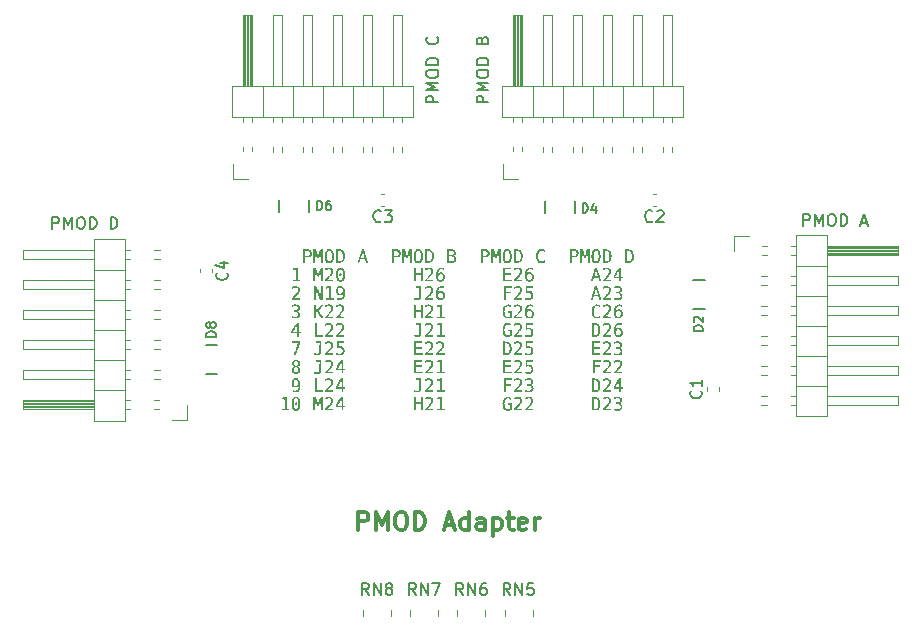
<source format=gbr>
G04 #@! TF.GenerationSoftware,KiCad,Pcbnew,6.0.7-1.fc35*
G04 #@! TF.CreationDate,2022-09-05T19:11:37-05:00*
G04 #@! TF.ProjectId,pmod-adapter,706d6f64-2d61-4646-9170-7465722e6b69,rev?*
G04 #@! TF.SameCoordinates,Original*
G04 #@! TF.FileFunction,Legend,Top*
G04 #@! TF.FilePolarity,Positive*
%FSLAX46Y46*%
G04 Gerber Fmt 4.6, Leading zero omitted, Abs format (unit mm)*
G04 Created by KiCad (PCBNEW 6.0.7-1.fc35) date 2022-09-05 19:11:37*
%MOMM*%
%LPD*%
G01*
G04 APERTURE LIST*
%ADD10C,0.300000*%
%ADD11C,0.150000*%
%ADD12C,0.120000*%
%ADD13C,0.127000*%
G04 APERTURE END LIST*
D10*
X113928571Y-93928571D02*
X113928571Y-92428571D01*
X114500000Y-92428571D01*
X114642857Y-92500000D01*
X114714285Y-92571428D01*
X114785714Y-92714285D01*
X114785714Y-92928571D01*
X114714285Y-93071428D01*
X114642857Y-93142857D01*
X114500000Y-93214285D01*
X113928571Y-93214285D01*
X115428571Y-93928571D02*
X115428571Y-92428571D01*
X115928571Y-93500000D01*
X116428571Y-92428571D01*
X116428571Y-93928571D01*
X117428571Y-92428571D02*
X117714285Y-92428571D01*
X117857142Y-92500000D01*
X118000000Y-92642857D01*
X118071428Y-92928571D01*
X118071428Y-93428571D01*
X118000000Y-93714285D01*
X117857142Y-93857142D01*
X117714285Y-93928571D01*
X117428571Y-93928571D01*
X117285714Y-93857142D01*
X117142857Y-93714285D01*
X117071428Y-93428571D01*
X117071428Y-92928571D01*
X117142857Y-92642857D01*
X117285714Y-92500000D01*
X117428571Y-92428571D01*
X118714285Y-93928571D02*
X118714285Y-92428571D01*
X119071428Y-92428571D01*
X119285714Y-92500000D01*
X119428571Y-92642857D01*
X119500000Y-92785714D01*
X119571428Y-93071428D01*
X119571428Y-93285714D01*
X119500000Y-93571428D01*
X119428571Y-93714285D01*
X119285714Y-93857142D01*
X119071428Y-93928571D01*
X118714285Y-93928571D01*
X121285714Y-93500000D02*
X122000000Y-93500000D01*
X121142857Y-93928571D02*
X121642857Y-92428571D01*
X122142857Y-93928571D01*
X123285714Y-93928571D02*
X123285714Y-92428571D01*
X123285714Y-93857142D02*
X123142857Y-93928571D01*
X122857142Y-93928571D01*
X122714285Y-93857142D01*
X122642857Y-93785714D01*
X122571428Y-93642857D01*
X122571428Y-93214285D01*
X122642857Y-93071428D01*
X122714285Y-93000000D01*
X122857142Y-92928571D01*
X123142857Y-92928571D01*
X123285714Y-93000000D01*
X124642857Y-93928571D02*
X124642857Y-93142857D01*
X124571428Y-93000000D01*
X124428571Y-92928571D01*
X124142857Y-92928571D01*
X124000000Y-93000000D01*
X124642857Y-93857142D02*
X124500000Y-93928571D01*
X124142857Y-93928571D01*
X124000000Y-93857142D01*
X123928571Y-93714285D01*
X123928571Y-93571428D01*
X124000000Y-93428571D01*
X124142857Y-93357142D01*
X124500000Y-93357142D01*
X124642857Y-93285714D01*
X125357142Y-92928571D02*
X125357142Y-94428571D01*
X125357142Y-93000000D02*
X125500000Y-92928571D01*
X125785714Y-92928571D01*
X125928571Y-93000000D01*
X126000000Y-93071428D01*
X126071428Y-93214285D01*
X126071428Y-93642857D01*
X126000000Y-93785714D01*
X125928571Y-93857142D01*
X125785714Y-93928571D01*
X125500000Y-93928571D01*
X125357142Y-93857142D01*
X126500000Y-92928571D02*
X127071428Y-92928571D01*
X126714285Y-92428571D02*
X126714285Y-93714285D01*
X126785714Y-93857142D01*
X126928571Y-93928571D01*
X127071428Y-93928571D01*
X128142857Y-93857142D02*
X127999999Y-93928571D01*
X127714285Y-93928571D01*
X127571428Y-93857142D01*
X127499999Y-93714285D01*
X127499999Y-93142857D01*
X127571428Y-93000000D01*
X127714285Y-92928571D01*
X127999999Y-92928571D01*
X128142857Y-93000000D01*
X128214285Y-93142857D01*
X128214285Y-93285714D01*
X127499999Y-93428571D01*
X128857142Y-93928571D02*
X128857142Y-92928571D01*
X128857142Y-93214285D02*
X128928571Y-93071428D01*
X128999999Y-93000000D01*
X129142857Y-92928571D01*
X129285714Y-92928571D01*
D11*
G04 #@! TO.C,RN8*
X114809523Y-99452380D02*
X114476190Y-98976190D01*
X114238095Y-99452380D02*
X114238095Y-98452380D01*
X114619047Y-98452380D01*
X114714285Y-98500000D01*
X114761904Y-98547619D01*
X114809523Y-98642857D01*
X114809523Y-98785714D01*
X114761904Y-98880952D01*
X114714285Y-98928571D01*
X114619047Y-98976190D01*
X114238095Y-98976190D01*
X115238095Y-99452380D02*
X115238095Y-98452380D01*
X115809523Y-99452380D01*
X115809523Y-98452380D01*
X116428571Y-98880952D02*
X116333333Y-98833333D01*
X116285714Y-98785714D01*
X116238095Y-98690476D01*
X116238095Y-98642857D01*
X116285714Y-98547619D01*
X116333333Y-98500000D01*
X116428571Y-98452380D01*
X116619047Y-98452380D01*
X116714285Y-98500000D01*
X116761904Y-98547619D01*
X116809523Y-98642857D01*
X116809523Y-98690476D01*
X116761904Y-98785714D01*
X116714285Y-98833333D01*
X116619047Y-98880952D01*
X116428571Y-98880952D01*
X116333333Y-98928571D01*
X116285714Y-98976190D01*
X116238095Y-99071428D01*
X116238095Y-99261904D01*
X116285714Y-99357142D01*
X116333333Y-99404761D01*
X116428571Y-99452380D01*
X116619047Y-99452380D01*
X116714285Y-99404761D01*
X116761904Y-99357142D01*
X116809523Y-99261904D01*
X116809523Y-99071428D01*
X116761904Y-98976190D01*
X116714285Y-98928571D01*
X116619047Y-98880952D01*
G04 #@! TO.C,D6*
X110418822Y-66856205D02*
X110418822Y-66068803D01*
X110606299Y-66068803D01*
X110718785Y-66106299D01*
X110793775Y-66181289D01*
X110831271Y-66256280D01*
X110868766Y-66406261D01*
X110868766Y-66518747D01*
X110831271Y-66668729D01*
X110793775Y-66743719D01*
X110718785Y-66818710D01*
X110606299Y-66856205D01*
X110418822Y-66856205D01*
X111543682Y-66068803D02*
X111393701Y-66068803D01*
X111318710Y-66106299D01*
X111281215Y-66143794D01*
X111206224Y-66256280D01*
X111168729Y-66406261D01*
X111168729Y-66706224D01*
X111206224Y-66781215D01*
X111243719Y-66818710D01*
X111318710Y-66856205D01*
X111468691Y-66856205D01*
X111543682Y-66818710D01*
X111581177Y-66781215D01*
X111618673Y-66706224D01*
X111618673Y-66518747D01*
X111581177Y-66443757D01*
X111543682Y-66406261D01*
X111468691Y-66368766D01*
X111318710Y-66368766D01*
X111243719Y-66406261D01*
X111206224Y-66443757D01*
X111168729Y-66518747D01*
G04 #@! TO.C,J1*
X151583333Y-68202380D02*
X151583333Y-67202380D01*
X151964285Y-67202380D01*
X152059523Y-67250000D01*
X152107142Y-67297619D01*
X152154761Y-67392857D01*
X152154761Y-67535714D01*
X152107142Y-67630952D01*
X152059523Y-67678571D01*
X151964285Y-67726190D01*
X151583333Y-67726190D01*
X152583333Y-68202380D02*
X152583333Y-67202380D01*
X152916666Y-67916666D01*
X153250000Y-67202380D01*
X153250000Y-68202380D01*
X153916666Y-67202380D02*
X154107142Y-67202380D01*
X154202380Y-67250000D01*
X154297619Y-67345238D01*
X154345238Y-67535714D01*
X154345238Y-67869047D01*
X154297619Y-68059523D01*
X154202380Y-68154761D01*
X154107142Y-68202380D01*
X153916666Y-68202380D01*
X153821428Y-68154761D01*
X153726190Y-68059523D01*
X153678571Y-67869047D01*
X153678571Y-67535714D01*
X153726190Y-67345238D01*
X153821428Y-67250000D01*
X153916666Y-67202380D01*
X154773809Y-68202380D02*
X154773809Y-67202380D01*
X155011904Y-67202380D01*
X155154761Y-67250000D01*
X155250000Y-67345238D01*
X155297619Y-67440476D01*
X155345238Y-67630952D01*
X155345238Y-67773809D01*
X155297619Y-67964285D01*
X155250000Y-68059523D01*
X155154761Y-68154761D01*
X155011904Y-68202380D01*
X154773809Y-68202380D01*
X156488095Y-67916666D02*
X156964285Y-67916666D01*
X156392857Y-68202380D02*
X156726190Y-67202380D01*
X157059523Y-68202380D01*
G04 #@! TO.C,RN7*
X118809523Y-99452380D02*
X118476190Y-98976190D01*
X118238095Y-99452380D02*
X118238095Y-98452380D01*
X118619047Y-98452380D01*
X118714285Y-98500000D01*
X118761904Y-98547619D01*
X118809523Y-98642857D01*
X118809523Y-98785714D01*
X118761904Y-98880952D01*
X118714285Y-98928571D01*
X118619047Y-98976190D01*
X118238095Y-98976190D01*
X119238095Y-99452380D02*
X119238095Y-98452380D01*
X119809523Y-99452380D01*
X119809523Y-98452380D01*
X120190476Y-98452380D02*
X120857142Y-98452380D01*
X120428571Y-99452380D01*
G04 #@! TO.C,J2*
X124952380Y-57738095D02*
X123952380Y-57738095D01*
X123952380Y-57357142D01*
X124000000Y-57261904D01*
X124047619Y-57214285D01*
X124142857Y-57166666D01*
X124285714Y-57166666D01*
X124380952Y-57214285D01*
X124428571Y-57261904D01*
X124476190Y-57357142D01*
X124476190Y-57738095D01*
X124952380Y-56738095D02*
X123952380Y-56738095D01*
X124666666Y-56404761D01*
X123952380Y-56071428D01*
X124952380Y-56071428D01*
X123952380Y-55404761D02*
X123952380Y-55214285D01*
X124000000Y-55119047D01*
X124095238Y-55023809D01*
X124285714Y-54976190D01*
X124619047Y-54976190D01*
X124809523Y-55023809D01*
X124904761Y-55119047D01*
X124952380Y-55214285D01*
X124952380Y-55404761D01*
X124904761Y-55500000D01*
X124809523Y-55595238D01*
X124619047Y-55642857D01*
X124285714Y-55642857D01*
X124095238Y-55595238D01*
X124000000Y-55500000D01*
X123952380Y-55404761D01*
X124952380Y-54547619D02*
X123952380Y-54547619D01*
X123952380Y-54309523D01*
X124000000Y-54166666D01*
X124095238Y-54071428D01*
X124190476Y-54023809D01*
X124380952Y-53976190D01*
X124523809Y-53976190D01*
X124714285Y-54023809D01*
X124809523Y-54071428D01*
X124904761Y-54166666D01*
X124952380Y-54309523D01*
X124952380Y-54547619D01*
X124428571Y-52452380D02*
X124476190Y-52309523D01*
X124523809Y-52261904D01*
X124619047Y-52214285D01*
X124761904Y-52214285D01*
X124857142Y-52261904D01*
X124904761Y-52309523D01*
X124952380Y-52404761D01*
X124952380Y-52785714D01*
X123952380Y-52785714D01*
X123952380Y-52452380D01*
X124000000Y-52357142D01*
X124047619Y-52309523D01*
X124142857Y-52261904D01*
X124238095Y-52261904D01*
X124333333Y-52309523D01*
X124380952Y-52357142D01*
X124428571Y-52452380D01*
X124428571Y-52785714D01*
G04 #@! TO.C,D2*
X143106205Y-77081177D02*
X142318803Y-77081177D01*
X142318803Y-76893701D01*
X142356299Y-76781215D01*
X142431289Y-76706224D01*
X142506280Y-76668729D01*
X142656261Y-76631233D01*
X142768747Y-76631233D01*
X142918729Y-76668729D01*
X142993719Y-76706224D01*
X143068710Y-76781215D01*
X143106205Y-76893701D01*
X143106205Y-77081177D01*
X142393794Y-76331271D02*
X142356299Y-76293775D01*
X142318803Y-76218785D01*
X142318803Y-76031308D01*
X142356299Y-75956317D01*
X142393794Y-75918822D01*
X142468785Y-75881327D01*
X142543775Y-75881327D01*
X142656261Y-75918822D01*
X143106205Y-76368766D01*
X143106205Y-75881327D01*
G04 #@! TO.C,J3*
X120702380Y-57738095D02*
X119702380Y-57738095D01*
X119702380Y-57357142D01*
X119750000Y-57261904D01*
X119797619Y-57214285D01*
X119892857Y-57166666D01*
X120035714Y-57166666D01*
X120130952Y-57214285D01*
X120178571Y-57261904D01*
X120226190Y-57357142D01*
X120226190Y-57738095D01*
X120702380Y-56738095D02*
X119702380Y-56738095D01*
X120416666Y-56404761D01*
X119702380Y-56071428D01*
X120702380Y-56071428D01*
X119702380Y-55404761D02*
X119702380Y-55214285D01*
X119750000Y-55119047D01*
X119845238Y-55023809D01*
X120035714Y-54976190D01*
X120369047Y-54976190D01*
X120559523Y-55023809D01*
X120654761Y-55119047D01*
X120702380Y-55214285D01*
X120702380Y-55404761D01*
X120654761Y-55500000D01*
X120559523Y-55595238D01*
X120369047Y-55642857D01*
X120035714Y-55642857D01*
X119845238Y-55595238D01*
X119750000Y-55500000D01*
X119702380Y-55404761D01*
X120702380Y-54547619D02*
X119702380Y-54547619D01*
X119702380Y-54309523D01*
X119750000Y-54166666D01*
X119845238Y-54071428D01*
X119940476Y-54023809D01*
X120130952Y-53976190D01*
X120273809Y-53976190D01*
X120464285Y-54023809D01*
X120559523Y-54071428D01*
X120654761Y-54166666D01*
X120702380Y-54309523D01*
X120702380Y-54547619D01*
X120607142Y-52214285D02*
X120654761Y-52261904D01*
X120702380Y-52404761D01*
X120702380Y-52500000D01*
X120654761Y-52642857D01*
X120559523Y-52738095D01*
X120464285Y-52785714D01*
X120273809Y-52833333D01*
X120130952Y-52833333D01*
X119940476Y-52785714D01*
X119845238Y-52738095D01*
X119750000Y-52642857D01*
X119702380Y-52500000D01*
X119702380Y-52404761D01*
X119750000Y-52261904D01*
X119797619Y-52214285D01*
G04 #@! TO.C,C3*
X115833333Y-67787142D02*
X115785714Y-67834761D01*
X115642857Y-67882380D01*
X115547619Y-67882380D01*
X115404761Y-67834761D01*
X115309523Y-67739523D01*
X115261904Y-67644285D01*
X115214285Y-67453809D01*
X115214285Y-67310952D01*
X115261904Y-67120476D01*
X115309523Y-67025238D01*
X115404761Y-66930000D01*
X115547619Y-66882380D01*
X115642857Y-66882380D01*
X115785714Y-66930000D01*
X115833333Y-66977619D01*
X116166666Y-66882380D02*
X116785714Y-66882380D01*
X116452380Y-67263333D01*
X116595238Y-67263333D01*
X116690476Y-67310952D01*
X116738095Y-67358571D01*
X116785714Y-67453809D01*
X116785714Y-67691904D01*
X116738095Y-67787142D01*
X116690476Y-67834761D01*
X116595238Y-67882380D01*
X116309523Y-67882380D01*
X116214285Y-67834761D01*
X116166666Y-67787142D01*
G04 #@! TO.C,C2*
X138833333Y-67787142D02*
X138785714Y-67834761D01*
X138642857Y-67882380D01*
X138547619Y-67882380D01*
X138404761Y-67834761D01*
X138309523Y-67739523D01*
X138261904Y-67644285D01*
X138214285Y-67453809D01*
X138214285Y-67310952D01*
X138261904Y-67120476D01*
X138309523Y-67025238D01*
X138404761Y-66930000D01*
X138547619Y-66882380D01*
X138642857Y-66882380D01*
X138785714Y-66930000D01*
X138833333Y-66977619D01*
X139214285Y-66977619D02*
X139261904Y-66930000D01*
X139357142Y-66882380D01*
X139595238Y-66882380D01*
X139690476Y-66930000D01*
X139738095Y-66977619D01*
X139785714Y-67072857D01*
X139785714Y-67168095D01*
X139738095Y-67310952D01*
X139166666Y-67882380D01*
X139785714Y-67882380D01*
G04 #@! TO.C,C4*
X102787142Y-72166666D02*
X102834761Y-72214285D01*
X102882380Y-72357142D01*
X102882380Y-72452380D01*
X102834761Y-72595238D01*
X102739523Y-72690476D01*
X102644285Y-72738095D01*
X102453809Y-72785714D01*
X102310952Y-72785714D01*
X102120476Y-72738095D01*
X102025238Y-72690476D01*
X101930000Y-72595238D01*
X101882380Y-72452380D01*
X101882380Y-72357142D01*
X101930000Y-72214285D01*
X101977619Y-72166666D01*
X102215714Y-71309523D02*
X102882380Y-71309523D01*
X101834761Y-71547619D02*
X102549047Y-71785714D01*
X102549047Y-71166666D01*
G04 #@! TO.C,J4*
X88011904Y-68452380D02*
X88011904Y-67452380D01*
X88392857Y-67452380D01*
X88488095Y-67500000D01*
X88535714Y-67547619D01*
X88583333Y-67642857D01*
X88583333Y-67785714D01*
X88535714Y-67880952D01*
X88488095Y-67928571D01*
X88392857Y-67976190D01*
X88011904Y-67976190D01*
X89011904Y-68452380D02*
X89011904Y-67452380D01*
X89345238Y-68166666D01*
X89678571Y-67452380D01*
X89678571Y-68452380D01*
X90345238Y-67452380D02*
X90535714Y-67452380D01*
X90630952Y-67500000D01*
X90726190Y-67595238D01*
X90773809Y-67785714D01*
X90773809Y-68119047D01*
X90726190Y-68309523D01*
X90630952Y-68404761D01*
X90535714Y-68452380D01*
X90345238Y-68452380D01*
X90250000Y-68404761D01*
X90154761Y-68309523D01*
X90107142Y-68119047D01*
X90107142Y-67785714D01*
X90154761Y-67595238D01*
X90250000Y-67500000D01*
X90345238Y-67452380D01*
X91202380Y-68452380D02*
X91202380Y-67452380D01*
X91440476Y-67452380D01*
X91583333Y-67500000D01*
X91678571Y-67595238D01*
X91726190Y-67690476D01*
X91773809Y-67880952D01*
X91773809Y-68023809D01*
X91726190Y-68214285D01*
X91678571Y-68309523D01*
X91583333Y-68404761D01*
X91440476Y-68452380D01*
X91202380Y-68452380D01*
X92964285Y-68452380D02*
X92964285Y-67452380D01*
X93202380Y-67452380D01*
X93345238Y-67500000D01*
X93440476Y-67595238D01*
X93488095Y-67690476D01*
X93535714Y-67880952D01*
X93535714Y-68023809D01*
X93488095Y-68214285D01*
X93440476Y-68309523D01*
X93345238Y-68404761D01*
X93202380Y-68452380D01*
X92964285Y-68452380D01*
G04 #@! TO.C,D4*
X132918822Y-67081205D02*
X132918822Y-66293803D01*
X133106299Y-66293803D01*
X133218785Y-66331299D01*
X133293775Y-66406289D01*
X133331271Y-66481280D01*
X133368766Y-66631261D01*
X133368766Y-66743747D01*
X133331271Y-66893729D01*
X133293775Y-66968719D01*
X133218785Y-67043710D01*
X133106299Y-67081205D01*
X132918822Y-67081205D01*
X134043682Y-66556271D02*
X134043682Y-67081205D01*
X133856205Y-66256308D02*
X133668729Y-66818738D01*
X134156168Y-66818738D01*
G04 #@! TO.C,RN6*
X122809523Y-99452380D02*
X122476190Y-98976190D01*
X122238095Y-99452380D02*
X122238095Y-98452380D01*
X122619047Y-98452380D01*
X122714285Y-98500000D01*
X122761904Y-98547619D01*
X122809523Y-98642857D01*
X122809523Y-98785714D01*
X122761904Y-98880952D01*
X122714285Y-98928571D01*
X122619047Y-98976190D01*
X122238095Y-98976190D01*
X123238095Y-99452380D02*
X123238095Y-98452380D01*
X123809523Y-99452380D01*
X123809523Y-98452380D01*
X124714285Y-98452380D02*
X124523809Y-98452380D01*
X124428571Y-98500000D01*
X124380952Y-98547619D01*
X124285714Y-98690476D01*
X124238095Y-98880952D01*
X124238095Y-99261904D01*
X124285714Y-99357142D01*
X124333333Y-99404761D01*
X124428571Y-99452380D01*
X124619047Y-99452380D01*
X124714285Y-99404761D01*
X124761904Y-99357142D01*
X124809523Y-99261904D01*
X124809523Y-99023809D01*
X124761904Y-98928571D01*
X124714285Y-98880952D01*
X124619047Y-98833333D01*
X124428571Y-98833333D01*
X124333333Y-98880952D01*
X124285714Y-98928571D01*
X124238095Y-99023809D01*
G04 #@! TO.C,C1*
X142927142Y-82166666D02*
X142974761Y-82214285D01*
X143022380Y-82357142D01*
X143022380Y-82452380D01*
X142974761Y-82595238D01*
X142879523Y-82690476D01*
X142784285Y-82738095D01*
X142593809Y-82785714D01*
X142450952Y-82785714D01*
X142260476Y-82738095D01*
X142165238Y-82690476D01*
X142070000Y-82595238D01*
X142022380Y-82452380D01*
X142022380Y-82357142D01*
X142070000Y-82214285D01*
X142117619Y-82166666D01*
X143022380Y-81214285D02*
X143022380Y-81785714D01*
X143022380Y-81500000D02*
X142022380Y-81500000D01*
X142165238Y-81595238D01*
X142260476Y-81690476D01*
X142308095Y-81785714D01*
G04 #@! TO.C,RN5*
X126809523Y-99452380D02*
X126476190Y-98976190D01*
X126238095Y-99452380D02*
X126238095Y-98452380D01*
X126619047Y-98452380D01*
X126714285Y-98500000D01*
X126761904Y-98547619D01*
X126809523Y-98642857D01*
X126809523Y-98785714D01*
X126761904Y-98880952D01*
X126714285Y-98928571D01*
X126619047Y-98976190D01*
X126238095Y-98976190D01*
X127238095Y-99452380D02*
X127238095Y-98452380D01*
X127809523Y-99452380D01*
X127809523Y-98452380D01*
X128761904Y-98452380D02*
X128285714Y-98452380D01*
X128238095Y-98928571D01*
X128285714Y-98880952D01*
X128380952Y-98833333D01*
X128619047Y-98833333D01*
X128714285Y-98880952D01*
X128761904Y-98928571D01*
X128809523Y-99023809D01*
X128809523Y-99261904D01*
X128761904Y-99357142D01*
X128714285Y-99404761D01*
X128619047Y-99452380D01*
X128380952Y-99452380D01*
X128285714Y-99404761D01*
X128238095Y-99357142D01*
G04 #@! TO.C,D8*
X101856205Y-77581177D02*
X101068803Y-77581177D01*
X101068803Y-77393701D01*
X101106299Y-77281215D01*
X101181289Y-77206224D01*
X101256280Y-77168729D01*
X101406261Y-77131233D01*
X101518747Y-77131233D01*
X101668729Y-77168729D01*
X101743719Y-77206224D01*
X101818710Y-77281215D01*
X101856205Y-77393701D01*
X101856205Y-77581177D01*
X101406261Y-76681289D02*
X101368766Y-76756280D01*
X101331271Y-76793775D01*
X101256280Y-76831271D01*
X101218785Y-76831271D01*
X101143794Y-76793775D01*
X101106299Y-76756280D01*
X101068803Y-76681289D01*
X101068803Y-76531308D01*
X101106299Y-76456317D01*
X101143794Y-76418822D01*
X101218785Y-76381327D01*
X101256280Y-76381327D01*
X101331271Y-76418822D01*
X101368766Y-76456317D01*
X101406261Y-76531308D01*
X101406261Y-76681289D01*
X101443757Y-76756280D01*
X101481252Y-76793775D01*
X101556243Y-76831271D01*
X101706224Y-76831271D01*
X101781215Y-76793775D01*
X101818710Y-76756280D01*
X101856205Y-76681289D01*
X101856205Y-76531308D01*
X101818710Y-76456317D01*
X101781215Y-76418822D01*
X101706224Y-76381327D01*
X101556243Y-76381327D01*
X101481252Y-76418822D01*
X101443757Y-76456317D01*
X101406261Y-76531308D01*
D12*
G04 #@! TO.C,RN8*
X116680000Y-100750000D02*
X116680000Y-101250000D01*
X114320000Y-100750000D02*
X114320000Y-101250000D01*
D13*
G04 #@! TO.C,D6*
X109750000Y-66000000D02*
X109750000Y-67000000D01*
X107250000Y-67000000D02*
X107250000Y-66000000D01*
D12*
G04 #@! TO.C,J1*
X148042929Y-75000000D02*
X148497071Y-75000000D01*
X150582929Y-78300000D02*
X150980000Y-78300000D01*
X153640000Y-80080000D02*
X159640000Y-80080000D01*
X150980000Y-81730000D02*
X153640000Y-81730000D01*
X153640000Y-72460000D02*
X159640000Y-72460000D01*
X148042929Y-80840000D02*
X148497071Y-80840000D01*
X153640000Y-69920000D02*
X159640000Y-69920000D01*
X159640000Y-78300000D02*
X153640000Y-78300000D01*
X150980000Y-71570000D02*
X153640000Y-71570000D01*
X153640000Y-70340000D02*
X159640000Y-70340000D01*
X150980000Y-84330000D02*
X153640000Y-84330000D01*
X159640000Y-75000000D02*
X159640000Y-75760000D01*
X150980000Y-68970000D02*
X150980000Y-84330000D01*
X150582929Y-83380000D02*
X150980000Y-83380000D01*
X159640000Y-83380000D02*
X153640000Y-83380000D01*
X150582929Y-69920000D02*
X150980000Y-69920000D01*
X153640000Y-77540000D02*
X159640000Y-77540000D01*
X159640000Y-72460000D02*
X159640000Y-73220000D01*
X150582929Y-72460000D02*
X150980000Y-72460000D01*
X150582929Y-75760000D02*
X150980000Y-75760000D01*
X159640000Y-77540000D02*
X159640000Y-78300000D01*
X153640000Y-69980000D02*
X159640000Y-69980000D01*
X150582929Y-80840000D02*
X150980000Y-80840000D01*
X148042929Y-83380000D02*
X148497071Y-83380000D01*
X148042929Y-73220000D02*
X148497071Y-73220000D01*
X153640000Y-70220000D02*
X159640000Y-70220000D01*
X148042929Y-82620000D02*
X148497071Y-82620000D01*
X153640000Y-70460000D02*
X159640000Y-70460000D01*
X159640000Y-75760000D02*
X153640000Y-75760000D01*
X150582929Y-80080000D02*
X150980000Y-80080000D01*
X159640000Y-69920000D02*
X159640000Y-70680000D01*
X153640000Y-84330000D02*
X153640000Y-68970000D01*
X153640000Y-82620000D02*
X159640000Y-82620000D01*
X145730000Y-70300000D02*
X145730000Y-69030000D01*
X159640000Y-82620000D02*
X159640000Y-83380000D01*
X159640000Y-70680000D02*
X153640000Y-70680000D01*
X150582929Y-77540000D02*
X150980000Y-77540000D01*
X145730000Y-69030000D02*
X147000000Y-69030000D01*
X159640000Y-80080000D02*
X159640000Y-80840000D01*
X148110000Y-69920000D02*
X148497071Y-69920000D01*
X150980000Y-76650000D02*
X153640000Y-76650000D01*
X150980000Y-79190000D02*
X153640000Y-79190000D01*
X148110000Y-70680000D02*
X148497071Y-70680000D01*
X153640000Y-70580000D02*
X159640000Y-70580000D01*
X148042929Y-80080000D02*
X148497071Y-80080000D01*
X148042929Y-72460000D02*
X148497071Y-72460000D01*
X150582929Y-70680000D02*
X150980000Y-70680000D01*
X148042929Y-75760000D02*
X148497071Y-75760000D01*
X150582929Y-82620000D02*
X150980000Y-82620000D01*
X148042929Y-77540000D02*
X148497071Y-77540000D01*
X150980000Y-74110000D02*
X153640000Y-74110000D01*
X150582929Y-75000000D02*
X150980000Y-75000000D01*
X150582929Y-73220000D02*
X150980000Y-73220000D01*
X153640000Y-70100000D02*
X159640000Y-70100000D01*
X153640000Y-68970000D02*
X150980000Y-68970000D01*
X153640000Y-75000000D02*
X159640000Y-75000000D01*
X159640000Y-80840000D02*
X153640000Y-80840000D01*
X148042929Y-78300000D02*
X148497071Y-78300000D01*
X159640000Y-73220000D02*
X153640000Y-73220000D01*
G04 #@! TO.C,RN7*
X120680000Y-100750000D02*
X120680000Y-101250000D01*
X118320000Y-100750000D02*
X118320000Y-101250000D01*
G04 #@! TO.C,G\u002A\u002A\u002A*
G36*
X120036678Y-79551152D02*
G01*
X120114404Y-79580975D01*
X120178374Y-79624457D01*
X120229146Y-79681758D01*
X120262161Y-79749137D01*
X120278026Y-79827872D01*
X120278583Y-79834838D01*
X120278849Y-79888310D01*
X120270929Y-79940035D01*
X120253568Y-79992308D01*
X120225514Y-80047423D01*
X120185516Y-80107677D01*
X120132321Y-80175365D01*
X120064677Y-80252782D01*
X120029920Y-80290620D01*
X119983126Y-80341034D01*
X119936262Y-80391655D01*
X119893195Y-80438296D01*
X119857794Y-80476769D01*
X119839842Y-80496383D01*
X119779028Y-80563084D01*
X120291345Y-80563084D01*
X120291345Y-80698523D01*
X119582895Y-80698523D01*
X119583129Y-80633409D01*
X119583362Y-80568294D01*
X119730685Y-80412018D01*
X119816165Y-80320694D01*
X119887956Y-80242363D01*
X119947240Y-80175425D01*
X119995202Y-80118278D01*
X120033025Y-80069323D01*
X120061893Y-80026958D01*
X120082988Y-79989584D01*
X120097495Y-79955600D01*
X120106596Y-79923406D01*
X120110761Y-79898032D01*
X120109233Y-79836840D01*
X120091490Y-79780206D01*
X120059824Y-79732524D01*
X120016528Y-79698184D01*
X120003056Y-79691733D01*
X119950136Y-79678942D01*
X119885525Y-79678042D01*
X119814086Y-79688271D01*
X119740681Y-79708865D01*
X119670174Y-79739060D01*
X119657116Y-79746036D01*
X119629028Y-79760656D01*
X119608256Y-79769772D01*
X119602420Y-79771288D01*
X119598135Y-79761707D01*
X119594934Y-79736297D01*
X119593379Y-79700063D01*
X119593314Y-79690365D01*
X119593314Y-79609442D01*
X119653219Y-79585919D01*
X119755027Y-79553756D01*
X119854519Y-79537361D01*
X119949226Y-79536554D01*
X120036678Y-79551152D01*
G37*
G36*
X135090252Y-82676221D02*
G01*
X135165850Y-82705870D01*
X135229870Y-82749878D01*
X135280528Y-82807854D01*
X135298693Y-82838792D01*
X135315711Y-82875286D01*
X135325100Y-82906849D01*
X135328877Y-82942750D01*
X135329230Y-82979143D01*
X135327196Y-83023497D01*
X135321154Y-83064800D01*
X135309844Y-83105056D01*
X135292004Y-83146269D01*
X135266372Y-83190445D01*
X135231689Y-83239588D01*
X135186692Y-83295702D01*
X135130120Y-83360793D01*
X135060713Y-83436865D01*
X135001332Y-83500361D01*
X134824061Y-83688597D01*
X135335479Y-83688597D01*
X135335479Y-83824036D01*
X134637448Y-83824036D01*
X134637448Y-83690373D01*
X134825851Y-83488931D01*
X134906116Y-83402451D01*
X134972778Y-83328885D01*
X135027043Y-83266485D01*
X135070115Y-83213503D01*
X135103197Y-83168191D01*
X135127494Y-83128801D01*
X135144210Y-83093586D01*
X135154548Y-83060796D01*
X135159713Y-83028685D01*
X135160928Y-83002487D01*
X135154132Y-82936495D01*
X135132228Y-82883607D01*
X135094279Y-82841648D01*
X135090117Y-82838388D01*
X135041576Y-82813816D01*
X134980582Y-82802955D01*
X134910169Y-82805574D01*
X134833373Y-82821445D01*
X134753227Y-82850339D01*
X134719032Y-82866435D01*
X134687316Y-82882047D01*
X134663548Y-82893006D01*
X134653373Y-82896801D01*
X134650805Y-82887209D01*
X134648877Y-82861736D01*
X134647917Y-82825334D01*
X134647867Y-82814202D01*
X134647867Y-82731604D01*
X134707772Y-82709046D01*
X134811837Y-82677343D01*
X134911461Y-82661565D01*
X135004861Y-82661322D01*
X135090252Y-82676221D01*
G37*
G36*
X117944561Y-70397354D02*
G01*
X117967443Y-70463978D01*
X117989196Y-70527661D01*
X118008472Y-70584428D01*
X118023921Y-70630304D01*
X118034195Y-70661312D01*
X118035590Y-70665628D01*
X118046646Y-70697995D01*
X118056057Y-70721866D01*
X118060501Y-70730234D01*
X118065397Y-70722711D01*
X118075974Y-70697839D01*
X118091325Y-70658034D01*
X118110547Y-70605717D01*
X118132735Y-70543306D01*
X118156985Y-70473219D01*
X118160799Y-70462032D01*
X118254552Y-70186526D01*
X118478548Y-70186382D01*
X118478548Y-71332404D01*
X118322272Y-71332404D01*
X118321721Y-70845345D01*
X118321169Y-70358285D01*
X118224624Y-70639582D01*
X118128079Y-70920878D01*
X118001679Y-70927020D01*
X117816981Y-70379122D01*
X117811561Y-71332404D01*
X117655496Y-71332404D01*
X117655496Y-70186382D01*
X117871898Y-70186382D01*
X117944561Y-70397354D01*
G37*
G36*
X110440906Y-70461858D02*
G01*
X110465354Y-70532905D01*
X110487869Y-70596649D01*
X110507548Y-70650672D01*
X110523490Y-70692551D01*
X110534792Y-70719866D01*
X110540552Y-70730198D01*
X110540884Y-70730131D01*
X110545796Y-70718730D01*
X110556439Y-70690213D01*
X110571881Y-70647206D01*
X110591191Y-70592337D01*
X110613436Y-70528232D01*
X110637683Y-70457518D01*
X110638659Y-70454655D01*
X110730085Y-70186382D01*
X110946062Y-70186382D01*
X110946062Y-71332404D01*
X110800205Y-71332404D01*
X110799410Y-70840135D01*
X110798615Y-70347867D01*
X110757901Y-70467678D01*
X110739720Y-70520965D01*
X110717096Y-70586945D01*
X110692433Y-70658628D01*
X110668132Y-70729028D01*
X110658362Y-70757250D01*
X110599537Y-70927011D01*
X110536769Y-70923944D01*
X110474002Y-70920878D01*
X110379249Y-70639582D01*
X110284495Y-70358285D01*
X110281787Y-70845345D01*
X110279080Y-71332404D01*
X110133429Y-71332404D01*
X110133429Y-70186382D01*
X110347276Y-70186382D01*
X110440906Y-70461858D01*
G37*
G36*
X121020631Y-75874815D02*
G01*
X121260254Y-75874815D01*
X121260254Y-76020673D01*
X120614315Y-76020673D01*
X120614315Y-75874815D01*
X120853937Y-75874815D01*
X120853937Y-75447662D01*
X120853813Y-75355606D01*
X120853457Y-75270358D01*
X120852896Y-75194098D01*
X120852159Y-75129003D01*
X120851271Y-75077251D01*
X120850260Y-75041022D01*
X120849153Y-75022493D01*
X120848642Y-75020509D01*
X120836947Y-75022764D01*
X120809366Y-75028872D01*
X120770280Y-75037846D01*
X120733116Y-75046555D01*
X120687317Y-75057171D01*
X120648865Y-75065701D01*
X120622379Y-75071143D01*
X120612934Y-75072600D01*
X120608297Y-75062974D01*
X120605833Y-75037110D01*
X120605954Y-74999536D01*
X120606044Y-74997221D01*
X120609105Y-74921841D01*
X120739335Y-74893421D01*
X120798784Y-74881815D01*
X120858659Y-74872473D01*
X120911665Y-74866417D01*
X120945098Y-74864616D01*
X121020631Y-74864233D01*
X121020631Y-75874815D01*
G37*
G36*
X134261133Y-74857930D02*
G01*
X134344701Y-74881416D01*
X134357549Y-74886664D01*
X134408244Y-74908472D01*
X134408244Y-74990536D01*
X134407716Y-75028915D01*
X134406315Y-75057694D01*
X134404314Y-75071905D01*
X134403727Y-75072600D01*
X134393122Y-75067573D01*
X134370444Y-75054587D01*
X134349031Y-75041628D01*
X134292080Y-75013390D01*
X134228808Y-74993219D01*
X134166809Y-74983006D01*
X134117705Y-74983989D01*
X134063360Y-74998886D01*
X134009861Y-75025259D01*
X133965401Y-75058669D01*
X133950830Y-75074431D01*
X133916858Y-75130480D01*
X133890037Y-75202546D01*
X133871054Y-75286842D01*
X133860593Y-75379577D01*
X133859340Y-75476963D01*
X133864809Y-75550382D01*
X133882153Y-75652060D01*
X133909253Y-75735709D01*
X133946536Y-75801933D01*
X133994430Y-75851337D01*
X134053362Y-75884525D01*
X134112854Y-75900501D01*
X134169043Y-75901922D01*
X134232982Y-75891170D01*
X134296958Y-75870034D01*
X134342172Y-75847338D01*
X134372547Y-75829420D01*
X134395139Y-75816790D01*
X134404718Y-75812305D01*
X134406383Y-75821902D01*
X134406999Y-75847454D01*
X134406490Y-75884100D01*
X134406061Y-75897852D01*
X134403035Y-75983399D01*
X134332425Y-76007593D01*
X134260593Y-76026002D01*
X134182237Y-76035762D01*
X134105747Y-76036281D01*
X134043601Y-76027944D01*
X133961126Y-75999131D01*
X133885279Y-75953629D01*
X133828160Y-75901797D01*
X133794524Y-75861444D01*
X133768668Y-75822117D01*
X133747150Y-75777375D01*
X133726530Y-75720773D01*
X133719079Y-75697577D01*
X133709665Y-75665303D01*
X133702991Y-75635047D01*
X133698601Y-75602160D01*
X133696041Y-75561998D01*
X133694855Y-75509914D01*
X133694585Y-75447662D01*
X133695230Y-75372802D01*
X133697373Y-75314636D01*
X133701329Y-75269054D01*
X133707411Y-75231946D01*
X133712718Y-75210192D01*
X133749303Y-75107844D01*
X133797799Y-75022556D01*
X133858341Y-74954197D01*
X133931066Y-74902636D01*
X134016108Y-74867742D01*
X134082670Y-74853219D01*
X134170931Y-74848184D01*
X134261133Y-74857930D01*
G37*
G36*
X128678137Y-79698359D02*
G01*
X128250984Y-79698359D01*
X128250984Y-79829704D01*
X128251300Y-79884524D01*
X128252496Y-79921517D01*
X128254944Y-79943685D01*
X128259013Y-79954031D01*
X128265076Y-79955559D01*
X128266485Y-79955100D01*
X128317061Y-79943578D01*
X128379300Y-79941200D01*
X128446471Y-79947320D01*
X128511841Y-79961291D01*
X128568682Y-79982466D01*
X128572794Y-79984521D01*
X128621480Y-80016864D01*
X128669290Y-80061314D01*
X128708296Y-80110369D01*
X128712028Y-80116242D01*
X128740011Y-80179116D01*
X128756141Y-80256294D01*
X128759789Y-80344519D01*
X128759172Y-80359437D01*
X128745989Y-80453545D01*
X128717185Y-80533996D01*
X128673045Y-80600593D01*
X128613857Y-80653136D01*
X128539908Y-80691425D01*
X128451484Y-80715263D01*
X128348872Y-80724448D01*
X128240372Y-80719609D01*
X128191106Y-80713049D01*
X128140126Y-80703643D01*
X128102329Y-80694463D01*
X128042616Y-80677105D01*
X128042616Y-80592934D01*
X128043031Y-80551419D01*
X128044866Y-80527010D01*
X128049004Y-80515986D01*
X128056329Y-80514622D01*
X128060849Y-80516148D01*
X128118413Y-80539304D01*
X128161603Y-80555761D01*
X128195342Y-80566680D01*
X128224555Y-80573220D01*
X128254165Y-80576542D01*
X128289095Y-80577803D01*
X128323913Y-80578108D01*
X128376098Y-80577781D01*
X128413030Y-80575568D01*
X128440265Y-80570645D01*
X128463359Y-80562184D01*
X128476980Y-80555367D01*
X128530427Y-80515812D01*
X128567937Y-80462946D01*
X128589352Y-80397066D01*
X128594790Y-80333880D01*
X128586894Y-80258029D01*
X128563092Y-80195541D01*
X128523217Y-80146124D01*
X128467100Y-80109485D01*
X128465780Y-80108866D01*
X128400488Y-80088918D01*
X128324241Y-80083435D01*
X128240847Y-80092183D01*
X128154121Y-80114929D01*
X128112940Y-80130535D01*
X128107601Y-80131666D01*
X128103416Y-80128610D01*
X128100247Y-80119179D01*
X128097953Y-80101185D01*
X128096394Y-80072439D01*
X128095430Y-80030753D01*
X128094923Y-79973938D01*
X128094730Y-79899806D01*
X128094708Y-79845331D01*
X128094708Y-79552502D01*
X128678137Y-79552502D01*
X128678137Y-79698359D01*
G37*
G36*
X108489794Y-76791943D02*
G01*
X108721468Y-76426989D01*
X108904060Y-76426989D01*
X108904060Y-77177112D01*
X109060336Y-77177112D01*
X109060336Y-77302133D01*
X108904060Y-77302133D01*
X108904060Y-77583429D01*
X108747785Y-77583429D01*
X108747785Y-77302133D01*
X108258121Y-77302133D01*
X108258121Y-77164089D01*
X108406973Y-77164089D01*
X108409529Y-77169089D01*
X108423306Y-77172714D01*
X108450548Y-77175140D01*
X108493502Y-77176539D01*
X108554416Y-77177088D01*
X108574767Y-77177112D01*
X108747785Y-77177112D01*
X108747785Y-76589965D01*
X108579991Y-76870516D01*
X108538504Y-76940013D01*
X108500418Y-77004068D01*
X108467068Y-77060414D01*
X108439792Y-77106781D01*
X108419926Y-77140902D01*
X108408807Y-77160508D01*
X108406973Y-77164089D01*
X108258121Y-77164089D01*
X108258121Y-77156896D01*
X108489794Y-76791943D01*
G37*
G36*
X112685931Y-78135603D02*
G01*
X112258777Y-78135603D01*
X112258777Y-78396459D01*
X112287428Y-78388480D01*
X112331842Y-78381680D01*
X112388266Y-78380873D01*
X112448922Y-78385517D01*
X112506034Y-78395074D01*
X112545283Y-78406390D01*
X112613581Y-78442484D01*
X112673177Y-78494238D01*
X112719963Y-78557314D01*
X112747654Y-78619963D01*
X112767707Y-78713328D01*
X112770277Y-78803388D01*
X112756340Y-78887938D01*
X112726875Y-78964772D01*
X112682860Y-79031685D01*
X112625271Y-79086473D01*
X112555088Y-79126930D01*
X112516717Y-79140759D01*
X112458423Y-79153061D01*
X112387891Y-79160270D01*
X112313197Y-79161925D01*
X112242418Y-79157565D01*
X112235963Y-79156792D01*
X112188137Y-79149200D01*
X112138144Y-79138843D01*
X112108338Y-79131188D01*
X112050410Y-79114348D01*
X112050410Y-79030178D01*
X112050825Y-78988662D01*
X112052659Y-78964254D01*
X112056797Y-78953229D01*
X112064122Y-78951866D01*
X112068642Y-78953392D01*
X112126206Y-78976547D01*
X112169396Y-78993005D01*
X112203136Y-79003924D01*
X112232348Y-79010464D01*
X112261958Y-79013785D01*
X112296889Y-79015047D01*
X112331706Y-79015352D01*
X112382798Y-79015127D01*
X112418689Y-79013171D01*
X112444998Y-79008568D01*
X112467344Y-79000398D01*
X112487519Y-78989910D01*
X112522857Y-78964373D01*
X112555730Y-78931619D01*
X112564576Y-78920226D01*
X112581887Y-78891892D01*
X112592287Y-78862960D01*
X112598123Y-78825446D01*
X112600177Y-78799236D01*
X112598353Y-78718250D01*
X112581414Y-78651587D01*
X112549149Y-78599008D01*
X112501343Y-78560270D01*
X112437784Y-78535135D01*
X112358259Y-78523360D01*
X112355966Y-78523230D01*
X112267028Y-78526516D01*
X112176706Y-78546867D01*
X112115525Y-78569447D01*
X112111564Y-78566935D01*
X112108441Y-78554486D01*
X112106074Y-78530273D01*
X112104379Y-78492471D01*
X112103274Y-78439255D01*
X112102676Y-78368800D01*
X112102502Y-78282328D01*
X112102502Y-77989746D01*
X112685931Y-77989746D01*
X112685931Y-78135603D01*
G37*
G36*
X126665835Y-74852795D02*
G01*
X126673630Y-74853979D01*
X126718746Y-74863709D01*
X126764793Y-74877816D01*
X126806787Y-74894280D01*
X126839738Y-74911080D01*
X126858660Y-74926194D01*
X126860749Y-74929806D01*
X126863089Y-74946902D01*
X126864014Y-74978258D01*
X126863346Y-75017338D01*
X126863225Y-75020452D01*
X126860131Y-75096583D01*
X126827183Y-75068805D01*
X126781612Y-75038028D01*
X126724800Y-75010498D01*
X126666322Y-74990439D01*
X126634538Y-74983766D01*
X126566382Y-74983959D01*
X126500958Y-75002906D01*
X126441485Y-75038529D01*
X126391181Y-75088751D01*
X126353264Y-75151496D01*
X126345581Y-75170277D01*
X126324425Y-75246833D01*
X126311338Y-75336722D01*
X126306393Y-75434034D01*
X126309659Y-75532863D01*
X126321209Y-75627299D01*
X126339162Y-75705057D01*
X126369890Y-75776103D01*
X126414380Y-75832318D01*
X126471097Y-75872526D01*
X126538505Y-75895551D01*
X126594800Y-75900837D01*
X126661975Y-75894835D01*
X126706797Y-75881047D01*
X126750738Y-75861232D01*
X126750738Y-75562264D01*
X126584044Y-75562264D01*
X126584044Y-75426825D01*
X126907384Y-75426825D01*
X126904594Y-75679471D01*
X126901804Y-75932116D01*
X126851285Y-75965879D01*
X126781783Y-76001622D01*
X126700818Y-76025787D01*
X126614953Y-76037246D01*
X126530752Y-76034872D01*
X126490278Y-76027906D01*
X126403704Y-75998826D01*
X126329360Y-75953652D01*
X126282616Y-75911050D01*
X126246181Y-75869003D01*
X126217848Y-75826721D01*
X126194196Y-75777954D01*
X126171804Y-75716454D01*
X126165757Y-75697577D01*
X126156343Y-75665303D01*
X126149668Y-75635047D01*
X126145279Y-75602160D01*
X126142719Y-75561998D01*
X126141532Y-75509914D01*
X126141263Y-75447662D01*
X126142384Y-75362778D01*
X126146311Y-75293921D01*
X126153891Y-75236372D01*
X126165972Y-75185412D01*
X126183400Y-75136324D01*
X126206174Y-75086121D01*
X126255581Y-75007700D01*
X126318855Y-74943609D01*
X126393757Y-74894961D01*
X126478048Y-74862868D01*
X126569487Y-74848442D01*
X126665835Y-74852795D01*
G37*
G36*
X110275664Y-73303704D02*
G01*
X110376227Y-73306686D01*
X110559565Y-73754045D01*
X110742904Y-74201405D01*
X110748334Y-73301477D01*
X110904388Y-73301477D01*
X110904388Y-74458671D01*
X110703646Y-74452707D01*
X110520116Y-74004925D01*
X110336587Y-73557144D01*
X110333872Y-74007530D01*
X110331156Y-74457916D01*
X110175102Y-74457916D01*
X110175102Y-73300722D01*
X110275664Y-73303704D01*
G37*
G36*
X120026667Y-73297619D02*
G01*
X120036095Y-73299993D01*
X120096451Y-73323647D01*
X120154588Y-73359254D01*
X120203420Y-73401961D01*
X120226088Y-73430133D01*
X120259516Y-73491442D01*
X120276488Y-73553886D01*
X120278859Y-73624762D01*
X120278200Y-73634865D01*
X120273328Y-73675581D01*
X120264135Y-73714756D01*
X120249343Y-73754297D01*
X120227674Y-73796110D01*
X120197849Y-73842104D01*
X120158590Y-73894186D01*
X120108618Y-73954264D01*
X120046655Y-74024244D01*
X119971421Y-74106034D01*
X119939512Y-74140156D01*
X119783091Y-74306850D01*
X120037218Y-74309636D01*
X120291345Y-74312423D01*
X120291345Y-74457916D01*
X119582895Y-74457916D01*
X119583413Y-74387592D01*
X119583930Y-74317268D01*
X119766254Y-74124528D01*
X119851119Y-74033710D01*
X119921798Y-73955369D01*
X119979417Y-73887855D01*
X120025104Y-73829514D01*
X120059987Y-73778695D01*
X120085191Y-73733745D01*
X120101844Y-73693012D01*
X120111074Y-73654844D01*
X120114006Y-73617588D01*
X120114004Y-73614742D01*
X120107508Y-73573549D01*
X120091118Y-73529255D01*
X120068806Y-73491242D01*
X120055417Y-73476382D01*
X120004696Y-73444948D01*
X119942391Y-73429131D01*
X119870624Y-73428852D01*
X119791520Y-73444035D01*
X119707203Y-73474604D01*
X119674353Y-73490179D01*
X119641795Y-73505817D01*
X119616144Y-73516695D01*
X119604029Y-73520262D01*
X119598449Y-73510461D01*
X119594716Y-73483434D01*
X119593315Y-73442748D01*
X119593314Y-73441539D01*
X119593314Y-73362815D01*
X119638736Y-73342723D01*
X119712003Y-73316794D01*
X119793796Y-73298634D01*
X119877748Y-73288929D01*
X119957494Y-73288362D01*
X120026667Y-73297619D01*
G37*
G36*
X117024087Y-70186382D02*
G01*
X117117709Y-70187138D01*
X117193510Y-70189811D01*
X117254466Y-70195013D01*
X117303550Y-70203351D01*
X117343738Y-70215437D01*
X117378005Y-70231880D01*
X117409326Y-70253290D01*
X117428522Y-70269284D01*
X117474227Y-70322824D01*
X117506842Y-70389449D01*
X117525443Y-70465325D01*
X117529110Y-70546623D01*
X117516917Y-70629509D01*
X117516075Y-70632851D01*
X117491557Y-70701799D01*
X117455868Y-70758025D01*
X117407670Y-70802260D01*
X117345626Y-70835233D01*
X117268401Y-70857675D01*
X117174656Y-70870316D01*
X117074671Y-70873916D01*
X116967883Y-70873995D01*
X116967883Y-71332404D01*
X116801189Y-71332404D01*
X116801189Y-70741124D01*
X116967883Y-70741124D01*
X117091003Y-70736735D01*
X117145720Y-70734329D01*
X117184685Y-70731066D01*
X117212983Y-70725999D01*
X117235699Y-70718183D01*
X117257917Y-70706671D01*
X117260414Y-70705217D01*
X117308912Y-70666016D01*
X117340044Y-70615364D01*
X117353895Y-70553111D01*
X117354690Y-70533014D01*
X117348603Y-70465816D01*
X117328800Y-70413001D01*
X117293879Y-70372141D01*
X117243970Y-70341512D01*
X117218646Y-70332253D01*
X117187603Y-70326328D01*
X117145907Y-70323131D01*
X117088621Y-70322059D01*
X117085090Y-70322050D01*
X116967883Y-70321821D01*
X116967883Y-70741124D01*
X116801189Y-70741124D01*
X116801189Y-70186382D01*
X117024087Y-70186382D01*
G37*
G36*
X133776349Y-73900942D02*
G01*
X133805654Y-73805234D01*
X133833749Y-73713589D01*
X133859728Y-73628960D01*
X133882682Y-73554300D01*
X133901706Y-73492565D01*
X133915892Y-73446708D01*
X133919747Y-73434311D01*
X133961150Y-73301477D01*
X134153921Y-73301477D01*
X134328201Y-73871883D01*
X134360184Y-73976706D01*
X134390261Y-74075568D01*
X134417894Y-74166674D01*
X134442540Y-74248230D01*
X134463661Y-74318440D01*
X134480717Y-74375510D01*
X134493166Y-74417647D01*
X134500469Y-74443054D01*
X134502245Y-74450103D01*
X134492538Y-74453746D01*
X134466969Y-74456483D01*
X134430507Y-74457845D01*
X134419364Y-74457916D01*
X134376984Y-74457238D01*
X134351089Y-74454606D01*
X134337359Y-74449123D01*
X134331468Y-74439895D01*
X134331406Y-74439684D01*
X134326529Y-74422672D01*
X134317360Y-74390466D01*
X134305282Y-74347922D01*
X134293642Y-74306850D01*
X134280167Y-74259307D01*
X134268416Y-74217932D01*
X134259772Y-74187583D01*
X134255877Y-74174016D01*
X134252346Y-74167598D01*
X134244157Y-74162879D01*
X134228495Y-74159603D01*
X134202541Y-74157513D01*
X134163477Y-74156351D01*
X134108485Y-74155863D01*
X134055731Y-74155783D01*
X133860898Y-74155783D01*
X133819785Y-74306850D01*
X133778672Y-74457916D01*
X133691236Y-74457916D01*
X133647930Y-74457305D01*
X133622088Y-74455070D01*
X133610363Y-74450605D01*
X133609408Y-74443305D01*
X133609468Y-74443144D01*
X133613628Y-74430329D01*
X133623213Y-74399708D01*
X133637567Y-74353403D01*
X133656038Y-74293538D01*
X133677969Y-74222236D01*
X133702708Y-74141621D01*
X133729598Y-74053817D01*
X133742828Y-74010556D01*
X133908162Y-74010556D01*
X133918069Y-74014223D01*
X133945757Y-74017198D01*
X133988176Y-74019284D01*
X134042277Y-74020285D01*
X134060343Y-74020345D01*
X134122006Y-74019941D01*
X134165190Y-74018592D01*
X134192241Y-74016089D01*
X134205505Y-74012226D01*
X134207556Y-74007322D01*
X134203531Y-73994078D01*
X134194784Y-73963577D01*
X134182113Y-73918653D01*
X134166314Y-73862143D01*
X134148183Y-73796883D01*
X134131426Y-73736260D01*
X134112043Y-73667425D01*
X134094120Y-73606517D01*
X134078453Y-73556018D01*
X134065835Y-73518411D01*
X134057062Y-73496181D01*
X134053077Y-73491428D01*
X134048426Y-73504728D01*
X134039304Y-73534664D01*
X134026646Y-73577880D01*
X134011389Y-73631021D01*
X133994469Y-73690731D01*
X133976825Y-73753655D01*
X133959391Y-73816436D01*
X133943106Y-73875721D01*
X133928905Y-73928152D01*
X133917726Y-73970375D01*
X133910505Y-73999034D01*
X133908162Y-74010556D01*
X133742828Y-74010556D01*
X133746741Y-73997759D01*
X133776349Y-73900942D01*
G37*
G36*
X133673052Y-70681255D02*
G01*
X133684979Y-70558370D01*
X133705944Y-70453520D01*
X133736363Y-70365770D01*
X133776655Y-70294184D01*
X133827236Y-70237828D01*
X133888526Y-70195765D01*
X133890207Y-70194885D01*
X133932577Y-70179972D01*
X133988334Y-70170192D01*
X134050585Y-70165876D01*
X134112442Y-70167357D01*
X134167013Y-70174964D01*
X134187624Y-70180564D01*
X134253409Y-70213209D01*
X134310545Y-70263927D01*
X134358183Y-70331468D01*
X134395478Y-70414585D01*
X134421580Y-70512029D01*
X134424888Y-70530189D01*
X134432033Y-70588519D01*
X134436332Y-70659173D01*
X134437899Y-70737118D01*
X134436845Y-70817325D01*
X134433283Y-70894762D01*
X134427324Y-70964398D01*
X134419080Y-71021201D01*
X134413404Y-71045898D01*
X134380224Y-71139927D01*
X134338104Y-71215535D01*
X134286163Y-71273511D01*
X134223523Y-71314650D01*
X134149305Y-71339743D01*
X134076892Y-71349024D01*
X134017731Y-71349022D01*
X133965504Y-71343311D01*
X133946422Y-71338987D01*
X133878201Y-71309685D01*
X133815828Y-71263497D01*
X133775993Y-71219773D01*
X133743505Y-71164482D01*
X133716193Y-71092312D01*
X133694720Y-71006729D01*
X133679747Y-70911196D01*
X133671936Y-70809178D01*
X133671949Y-70710025D01*
X133846767Y-70710025D01*
X133847153Y-70787283D01*
X133849697Y-70863956D01*
X133854289Y-70935335D01*
X133860821Y-70996716D01*
X133869183Y-71043391D01*
X133871917Y-71053444D01*
X133899831Y-71118400D01*
X133938143Y-71167775D01*
X133984812Y-71200442D01*
X134037801Y-71215273D01*
X134095071Y-71211140D01*
X134133188Y-71197950D01*
X134175280Y-71171029D01*
X134207548Y-71131362D01*
X134232971Y-71075204D01*
X134234666Y-71070279D01*
X134250872Y-71006823D01*
X134262709Y-70928096D01*
X134269895Y-70839262D01*
X134272145Y-70745483D01*
X134269176Y-70651920D01*
X134261972Y-70573476D01*
X134246135Y-70484393D01*
X134222899Y-70414086D01*
X134191509Y-70361581D01*
X134151213Y-70325907D01*
X134101259Y-70306089D01*
X134051036Y-70300984D01*
X133995547Y-70308399D01*
X133949933Y-70331342D01*
X133913282Y-70370863D01*
X133884687Y-70428009D01*
X133863239Y-70503831D01*
X133859637Y-70521803D01*
X133852900Y-70572579D01*
X133848646Y-70636888D01*
X133846767Y-70710025D01*
X133671949Y-70710025D01*
X133671950Y-70704138D01*
X133673052Y-70681255D01*
G37*
G36*
X108721797Y-74858589D02*
G01*
X108801529Y-74881236D01*
X108868464Y-74916996D01*
X108921482Y-74965351D01*
X108959464Y-75025783D01*
X108981292Y-75097776D01*
X108985774Y-75137528D01*
X108985218Y-75198234D01*
X108975223Y-75246852D01*
X108972378Y-75254807D01*
X108948858Y-75296468D01*
X108913217Y-75337274D01*
X108872153Y-75370556D01*
X108838947Y-75387620D01*
X108807140Y-75398708D01*
X108847786Y-75419092D01*
X108896501Y-75450701D01*
X108941974Y-75492872D01*
X108978150Y-75539313D01*
X108995168Y-75572195D01*
X109009221Y-75628998D01*
X109013669Y-75695631D01*
X109008732Y-75763552D01*
X108994632Y-75824215D01*
X108988214Y-75840717D01*
X108947904Y-75907481D01*
X108892144Y-75960833D01*
X108821653Y-76000501D01*
X108737152Y-76026211D01*
X108639361Y-76037692D01*
X108529001Y-76034671D01*
X108487129Y-76030085D01*
X108438246Y-76021875D01*
X108385898Y-76010265D01*
X108356899Y-76002356D01*
X108294585Y-75983416D01*
X108291527Y-75902224D01*
X108290237Y-75861648D01*
X108290892Y-75837984D01*
X108294596Y-75827325D01*
X108302452Y-75825763D01*
X108312364Y-75828407D01*
X108340530Y-75839037D01*
X108362767Y-75849249D01*
X108413201Y-75868597D01*
X108475531Y-75883201D01*
X108543279Y-75892412D01*
X108609962Y-75895578D01*
X108669104Y-75892050D01*
X108707161Y-75883795D01*
X108766463Y-75853837D01*
X108811521Y-75809702D01*
X108840529Y-75753884D01*
X108851676Y-75688879D01*
X108851740Y-75684345D01*
X108843683Y-75619261D01*
X108818773Y-75566040D01*
X108776883Y-75524580D01*
X108717882Y-75494777D01*
X108641642Y-75476530D01*
X108583695Y-75470866D01*
X108487325Y-75465660D01*
X108487325Y-75333060D01*
X108573277Y-75333002D01*
X108641232Y-75330466D01*
X108693485Y-75322115D01*
X108734668Y-75306680D01*
X108769414Y-75282890D01*
X108775365Y-75277602D01*
X108808080Y-75234646D01*
X108824002Y-75184692D01*
X108823647Y-75132340D01*
X108807533Y-75082192D01*
X108776177Y-75038848D01*
X108745900Y-75015299D01*
X108710635Y-75002418D01*
X108660405Y-74995143D01*
X108600279Y-74993361D01*
X108535327Y-74996960D01*
X108470621Y-75005827D01*
X108411231Y-75019849D01*
X108401374Y-75022953D01*
X108320631Y-75049551D01*
X108320631Y-74897224D01*
X108417001Y-74874497D01*
X108528414Y-74854702D01*
X108630385Y-74849572D01*
X108721797Y-74858589D01*
G37*
G36*
X108789458Y-72749303D02*
G01*
X109029081Y-72749303D01*
X109029081Y-72895160D01*
X108393560Y-72895160D01*
X108393560Y-72749303D01*
X108633182Y-72749303D01*
X108633182Y-72322149D01*
X108633093Y-72230093D01*
X108632837Y-72144845D01*
X108632434Y-72068585D01*
X108631903Y-72003490D01*
X108631265Y-71951738D01*
X108630537Y-71915509D01*
X108629741Y-71896980D01*
X108629373Y-71894996D01*
X108618306Y-71897153D01*
X108591136Y-71903009D01*
X108552078Y-71911643D01*
X108510182Y-71921042D01*
X108463128Y-71931455D01*
X108423260Y-71939887D01*
X108395142Y-71945399D01*
X108383762Y-71947088D01*
X108377680Y-71937250D01*
X108373845Y-71909909D01*
X108372723Y-71874861D01*
X108373609Y-71835470D01*
X108376985Y-71812274D01*
X108383930Y-71800677D01*
X108390955Y-71797157D01*
X108439709Y-71784184D01*
X108498377Y-71771105D01*
X108561078Y-71758971D01*
X108621931Y-71748834D01*
X108675055Y-71741745D01*
X108714568Y-71738754D01*
X108717930Y-71738720D01*
X108789458Y-71738720D01*
X108789458Y-72749303D01*
G37*
G36*
X119969281Y-77977432D02*
G01*
X120013676Y-77982131D01*
X120051171Y-77990977D01*
X120073386Y-77998740D01*
X120144874Y-78036427D01*
X120204470Y-78088539D01*
X120247387Y-78149794D01*
X120261437Y-78179265D01*
X120269905Y-78206601D01*
X120274141Y-78238849D01*
X120275489Y-78283055D01*
X120275532Y-78297088D01*
X120274672Y-78345850D01*
X120271117Y-78381345D01*
X120263420Y-78411103D01*
X120250134Y-78442657D01*
X120245851Y-78451542D01*
X120227194Y-78485751D01*
X120202571Y-78523483D01*
X120170484Y-78566574D01*
X120129434Y-78616858D01*
X120077923Y-78676173D01*
X120014452Y-78746354D01*
X119938283Y-78828425D01*
X119782168Y-78995119D01*
X120036756Y-78997906D01*
X120291345Y-79000692D01*
X120291345Y-79135767D01*
X119582895Y-79135767D01*
X119583249Y-79070652D01*
X119583602Y-79005537D01*
X119730805Y-78849262D01*
X119816207Y-78757954D01*
X119887932Y-78679651D01*
X119947164Y-78612751D01*
X119995087Y-78555654D01*
X120032884Y-78506758D01*
X120061740Y-78464461D01*
X120082837Y-78427162D01*
X120097360Y-78393260D01*
X120106492Y-78361154D01*
X120110761Y-78335276D01*
X120109233Y-78274083D01*
X120091490Y-78217450D01*
X120059824Y-78169767D01*
X120016528Y-78135427D01*
X120003056Y-78128977D01*
X119956103Y-78117949D01*
X119896711Y-78116797D01*
X119830271Y-78124614D01*
X119762175Y-78140494D01*
X119697812Y-78163529D01*
X119649385Y-78188477D01*
X119623251Y-78203153D01*
X119606790Y-78206433D01*
X119597788Y-78195923D01*
X119594034Y-78169224D01*
X119593314Y-78127736D01*
X119593314Y-78046941D01*
X119653219Y-78024200D01*
X119717199Y-78001534D01*
X119771132Y-77987001D01*
X119823408Y-77979030D01*
X119882418Y-77976049D01*
X119911074Y-77975906D01*
X119969281Y-77977432D01*
G37*
G36*
X126697933Y-82670081D02*
G01*
X126794093Y-82701106D01*
X126804854Y-82705808D01*
X126865340Y-82732952D01*
X126865340Y-82905369D01*
X126798035Y-82860236D01*
X126727765Y-82822635D01*
X126655518Y-82801220D01*
X126584386Y-82795769D01*
X126517462Y-82806064D01*
X126457837Y-82831883D01*
X126408606Y-82873008D01*
X126395915Y-82888861D01*
X126358788Y-82955084D01*
X126330890Y-83036712D01*
X126312870Y-83130161D01*
X126305373Y-83231850D01*
X126309045Y-83338197D01*
X126311095Y-83358958D01*
X126324541Y-83451512D01*
X126343300Y-83526083D01*
X126368572Y-83585116D01*
X126401558Y-83631055D01*
X126443458Y-83666345D01*
X126469520Y-83681479D01*
X126501388Y-83696551D01*
X126528686Y-83704990D01*
X126559387Y-83708271D01*
X126601466Y-83707864D01*
X126610565Y-83707525D01*
X126666646Y-83702984D01*
X126705269Y-83694149D01*
X126722562Y-83685752D01*
X126750738Y-83667280D01*
X126750738Y-83365628D01*
X126584044Y-83365628D01*
X126584044Y-83230189D01*
X126907013Y-83230189D01*
X126907013Y-83739270D01*
X126876282Y-83761153D01*
X126849816Y-83777573D01*
X126813422Y-83797223D01*
X126785121Y-83811061D01*
X126754379Y-83824073D01*
X126725344Y-83832623D01*
X126691848Y-83837792D01*
X126647728Y-83840666D01*
X126610090Y-83841824D01*
X126540528Y-83841654D01*
X126486647Y-83837606D01*
X126453814Y-83830841D01*
X126372393Y-83795224D01*
X126303871Y-83745596D01*
X126246973Y-83680576D01*
X126200421Y-83598784D01*
X126171433Y-83525319D01*
X126158625Y-83483248D01*
X126149753Y-83442232D01*
X126143852Y-83395873D01*
X126139957Y-83337773D01*
X126138686Y-83308326D01*
X126137672Y-83204981D01*
X126143724Y-83116257D01*
X126157493Y-83036955D01*
X126179631Y-82961871D01*
X126183284Y-82951807D01*
X126226045Y-82863562D01*
X126282341Y-82790017D01*
X126350203Y-82731953D01*
X126427662Y-82690148D01*
X126512749Y-82665382D01*
X126603496Y-82658433D01*
X126697933Y-82670081D01*
G37*
G36*
X127490816Y-74850933D02*
G01*
X127575869Y-74868936D01*
X127651262Y-74902183D01*
X127715117Y-74950258D01*
X127765555Y-75012745D01*
X127769532Y-75019333D01*
X127782710Y-75043671D01*
X127791026Y-75066279D01*
X127795575Y-75093070D01*
X127797456Y-75129956D01*
X127797777Y-75171575D01*
X127797218Y-75221403D01*
X127794760Y-75256771D01*
X127789217Y-75284045D01*
X127779401Y-75309590D01*
X127767675Y-75333060D01*
X127748939Y-75366519D01*
X127727274Y-75400300D01*
X127700861Y-75436625D01*
X127667878Y-75477718D01*
X127626507Y-75525802D01*
X127574928Y-75583102D01*
X127511321Y-75651841D01*
X127475667Y-75689889D01*
X127301850Y-75874815D01*
X127813412Y-75874815D01*
X127813412Y-76020673D01*
X127115381Y-76020673D01*
X127115381Y-75872866D01*
X127259708Y-75720170D01*
X127344648Y-75629805D01*
X127415998Y-75552552D01*
X127474904Y-75486795D01*
X127522516Y-75430919D01*
X127559982Y-75383308D01*
X127588450Y-75342344D01*
X127609068Y-75306413D01*
X127622984Y-75273899D01*
X127631348Y-75243184D01*
X127635306Y-75212654D01*
X127636071Y-75190485D01*
X127627890Y-75122693D01*
X127603474Y-75067553D01*
X127563950Y-75026198D01*
X127510446Y-74999758D01*
X127444090Y-74989368D01*
X127435665Y-74989253D01*
X127354951Y-74997596D01*
X127269059Y-75021481D01*
X127198953Y-75051650D01*
X127166700Y-75067545D01*
X127142342Y-75078831D01*
X127131306Y-75083019D01*
X127128732Y-75073429D01*
X127126801Y-75047972D01*
X127125847Y-75011614D01*
X127125799Y-75000879D01*
X127125799Y-74918739D01*
X127196482Y-74892539D01*
X127299244Y-74862319D01*
X127397982Y-74848588D01*
X127490816Y-74850933D01*
G37*
G36*
X127515518Y-77980122D02*
G01*
X127583651Y-77994359D01*
X127642460Y-78020000D01*
X127696866Y-78058656D01*
X127703383Y-78064291D01*
X127743680Y-78103686D01*
X127771021Y-78141901D01*
X127787651Y-78184472D01*
X127795817Y-78236938D01*
X127797785Y-78297088D01*
X127797335Y-78346036D01*
X127795092Y-78380640D01*
X127789711Y-78407387D01*
X127779848Y-78432764D01*
X127764160Y-78463260D01*
X127762876Y-78465631D01*
X127744135Y-78497977D01*
X127721987Y-78531463D01*
X127694701Y-78568179D01*
X127660544Y-78610219D01*
X127617785Y-78659672D01*
X127564694Y-78718632D01*
X127499538Y-78789191D01*
X127460436Y-78831030D01*
X127301731Y-79000328D01*
X127813412Y-79000328D01*
X127813412Y-79135767D01*
X127115381Y-79135767D01*
X127115381Y-78999134D01*
X127288700Y-78814805D01*
X127371413Y-78726065D01*
X127440343Y-78650141D01*
X127496659Y-78585339D01*
X127541534Y-78529962D01*
X127576137Y-78482318D01*
X127601639Y-78440712D01*
X127619210Y-78403448D01*
X127630021Y-78368833D01*
X127635242Y-78335171D01*
X127636198Y-78311749D01*
X127628051Y-78246652D01*
X127604394Y-78193988D01*
X127566777Y-78154228D01*
X127516749Y-78127842D01*
X127455859Y-78115299D01*
X127385659Y-78117068D01*
X127307696Y-78133621D01*
X127223520Y-78165425D01*
X127196421Y-78178448D01*
X127164852Y-78193978D01*
X127141247Y-78204843D01*
X127131306Y-78208532D01*
X127128738Y-78198940D01*
X127126809Y-78173467D01*
X127125850Y-78137065D01*
X127125799Y-78125933D01*
X127125799Y-78043335D01*
X127180666Y-78022807D01*
X127243955Y-78000696D01*
X127297160Y-77986551D01*
X127348720Y-77978796D01*
X127407074Y-77975855D01*
X127433141Y-77975673D01*
X127515518Y-77980122D01*
G37*
G36*
X127507754Y-82664285D02*
G01*
X127592382Y-82685404D01*
X127666215Y-82722739D01*
X127722948Y-82770818D01*
X127763212Y-82821247D01*
X127788326Y-82872745D01*
X127800249Y-82931155D01*
X127800938Y-83002318D01*
X127800883Y-83003338D01*
X127797165Y-83044848D01*
X127789947Y-83083485D01*
X127777918Y-83121262D01*
X127759769Y-83160188D01*
X127734188Y-83202275D01*
X127699866Y-83249534D01*
X127655494Y-83303976D01*
X127599760Y-83367611D01*
X127531356Y-83442452D01*
X127476658Y-83501066D01*
X127305561Y-83683388D01*
X127559486Y-83686175D01*
X127813412Y-83688961D01*
X127813412Y-83824036D01*
X127115381Y-83824036D01*
X127115381Y-83686927D01*
X127296668Y-83492417D01*
X127374845Y-83408142D01*
X127439754Y-83337014D01*
X127492653Y-83277241D01*
X127534799Y-83227033D01*
X127567450Y-83184598D01*
X127591863Y-83148143D01*
X127609296Y-83115877D01*
X127621007Y-83086008D01*
X127628252Y-83056745D01*
X127632290Y-83026296D01*
X127633330Y-83012756D01*
X127630170Y-82943549D01*
X127611093Y-82887725D01*
X127576470Y-82845673D01*
X127526674Y-82817782D01*
X127462074Y-82804440D01*
X127433141Y-82803265D01*
X127376235Y-82805486D01*
X127326280Y-82813622D01*
X127275757Y-82829582D01*
X127217144Y-82855279D01*
X127204562Y-82861376D01*
X127169948Y-82878146D01*
X127143446Y-82890627D01*
X127129821Y-82896587D01*
X127129029Y-82896801D01*
X127127519Y-82887211D01*
X127126386Y-82861755D01*
X127125827Y-82825402D01*
X127125799Y-82814737D01*
X127125799Y-82732673D01*
X127175287Y-82711391D01*
X127209731Y-82699031D01*
X127255749Y-82685729D01*
X127304373Y-82674035D01*
X127312763Y-82672287D01*
X127413993Y-82659779D01*
X127507754Y-82664285D01*
G37*
G36*
X132072637Y-70186382D02*
G01*
X132160615Y-70186844D01*
X132230991Y-70188593D01*
X132286986Y-70192179D01*
X132331821Y-70198147D01*
X132368718Y-70207047D01*
X132400897Y-70219424D01*
X132431581Y-70235828D01*
X132456287Y-70251594D01*
X132490513Y-70278851D01*
X132517837Y-70312348D01*
X132541928Y-70354598D01*
X132559406Y-70390993D01*
X132569966Y-70420814D01*
X132575357Y-70451988D01*
X132577328Y-70492440D01*
X132577567Y-70516105D01*
X132571749Y-70605367D01*
X132552871Y-70680658D01*
X132520155Y-70742599D01*
X132472822Y-70791813D01*
X132410093Y-70828919D01*
X132331190Y-70854540D01*
X132235334Y-70869295D01*
X132129224Y-70873814D01*
X132012018Y-70873995D01*
X132012018Y-71332404D01*
X131935616Y-71332404D01*
X131897506Y-71331518D01*
X131867979Y-71329181D01*
X131852827Y-71325877D01*
X131852269Y-71325458D01*
X131850962Y-71314020D01*
X131849734Y-71283669D01*
X131848611Y-71236328D01*
X131847614Y-71173921D01*
X131846767Y-71098370D01*
X131846094Y-71011599D01*
X131845618Y-70915531D01*
X131845362Y-70812091D01*
X131845324Y-70752447D01*
X131845324Y-70738556D01*
X132012018Y-70738556D01*
X132105270Y-70738556D01*
X132155231Y-70737222D01*
X132204479Y-70733682D01*
X132244077Y-70728630D01*
X132251432Y-70727209D01*
X132289817Y-70714861D01*
X132325254Y-70696869D01*
X132336774Y-70688571D01*
X132374069Y-70644395D01*
X132398060Y-70588923D01*
X132407485Y-70527862D01*
X132401085Y-70466920D01*
X132391891Y-70439075D01*
X132370041Y-70396868D01*
X132342665Y-70365630D01*
X132306654Y-70343948D01*
X132258902Y-70330408D01*
X132196301Y-70323599D01*
X132134433Y-70322050D01*
X132012018Y-70321821D01*
X132012018Y-70738556D01*
X131845324Y-70738556D01*
X131845324Y-70186382D01*
X132072637Y-70186382D01*
G37*
G36*
X134418662Y-78135603D02*
G01*
X133897744Y-78135603D01*
X133897744Y-78458573D01*
X134397826Y-78458573D01*
X134397826Y-78594011D01*
X133897744Y-78594011D01*
X133897744Y-79000328D01*
X134429081Y-79000328D01*
X134429081Y-79135767D01*
X133731050Y-79135767D01*
X133731050Y-77989746D01*
X134418662Y-77989746D01*
X134418662Y-78135603D01*
G37*
G36*
X126917432Y-73447334D02*
G01*
X126396513Y-73447334D01*
X126396513Y-73770303D01*
X126865340Y-73770303D01*
X126865340Y-73905742D01*
X126396513Y-73905742D01*
X126396513Y-74457916D01*
X126229819Y-74457916D01*
X126229819Y-73301477D01*
X126917432Y-73301477D01*
X126917432Y-73447334D01*
G37*
G36*
X135570742Y-75529157D02*
G01*
X135569642Y-75451917D01*
X135570841Y-75375311D01*
X135574335Y-75304308D01*
X135580116Y-75243881D01*
X135588179Y-75198999D01*
X135588543Y-75197621D01*
X135623020Y-75099130D01*
X135669226Y-75015571D01*
X135726287Y-74948062D01*
X135793324Y-74897723D01*
X135841034Y-74875044D01*
X135902603Y-74858955D01*
X135975628Y-74851318D01*
X136052480Y-74852219D01*
X136125533Y-74861743D01*
X136163740Y-74871435D01*
X136226251Y-74891066D01*
X136229339Y-74967547D01*
X136231048Y-75004060D01*
X136230215Y-75026397D01*
X136223248Y-75036257D01*
X136206553Y-75035341D01*
X136176540Y-75025349D01*
X136137694Y-75010924D01*
X136060937Y-74991961D01*
X135985001Y-74990403D01*
X135914464Y-75006123D01*
X135887439Y-75017904D01*
X135850740Y-75040503D01*
X135817316Y-75067426D01*
X135802229Y-75083367D01*
X135772105Y-75132967D01*
X135747298Y-75196484D01*
X135730102Y-75267221D01*
X135724353Y-75310783D01*
X135718330Y-75379943D01*
X135753505Y-75342459D01*
X135811485Y-75295235D01*
X135879538Y-75266065D01*
X135956993Y-75255145D01*
X136030820Y-75260534D01*
X136098059Y-75276096D01*
X136152045Y-75300790D01*
X136199586Y-75338115D01*
X136217498Y-75356469D01*
X136255374Y-75404824D01*
X136281944Y-75457354D01*
X136298563Y-75518394D01*
X136306585Y-75592275D01*
X136307835Y-75645611D01*
X136307130Y-75702780D01*
X136304481Y-75745209D01*
X136299081Y-75778965D01*
X136290124Y-75810114D01*
X136283673Y-75827610D01*
X136252199Y-75887203D01*
X136208169Y-75941436D01*
X136156553Y-75985235D01*
X136102319Y-76013526D01*
X136101142Y-76013933D01*
X136041740Y-76028495D01*
X135974479Y-76035973D01*
X135908265Y-76035882D01*
X135852001Y-76027738D01*
X135851189Y-76027529D01*
X135776398Y-76000103D01*
X135714529Y-75959337D01*
X135664415Y-75903846D01*
X135624889Y-75832244D01*
X135594783Y-75743144D01*
X135587905Y-75714970D01*
X135579868Y-75665655D01*
X135576625Y-75629588D01*
X135743919Y-75629588D01*
X135747286Y-75696134D01*
X135762085Y-75759416D01*
X135787855Y-75815333D01*
X135824135Y-75859784D01*
X135855432Y-75881827D01*
X135916282Y-75902762D01*
X135979231Y-75903515D01*
X136041146Y-75884074D01*
X136044044Y-75882629D01*
X136079499Y-75859256D01*
X136105677Y-75827030D01*
X136116576Y-75807374D01*
X136128751Y-75781011D01*
X136136510Y-75755867D01*
X136140810Y-75726045D01*
X136142613Y-75685649D01*
X136142904Y-75645611D01*
X136142336Y-75593720D01*
X136139997Y-75556792D01*
X136134929Y-75528972D01*
X136126177Y-75504403D01*
X136116602Y-75484553D01*
X136081390Y-75436537D01*
X136035518Y-75403841D01*
X135982889Y-75386883D01*
X135927406Y-75386082D01*
X135872973Y-75401857D01*
X135823494Y-75434625D01*
X135807026Y-75451366D01*
X135773328Y-75503103D01*
X135752446Y-75563878D01*
X135743919Y-75629588D01*
X135576625Y-75629588D01*
X135574149Y-75602060D01*
X135570742Y-75529157D01*
G37*
G36*
X108668638Y-73289184D02*
G01*
X108689989Y-73291732D01*
X108777833Y-73312605D01*
X108851852Y-73347784D01*
X108911061Y-73396228D01*
X108954471Y-73456895D01*
X108981096Y-73528743D01*
X108989953Y-73608347D01*
X108987845Y-73654757D01*
X108980473Y-73698631D01*
X108966518Y-73742136D01*
X108944665Y-73787439D01*
X108913596Y-73836707D01*
X108871995Y-73892107D01*
X108818546Y-73955806D01*
X108751930Y-74029972D01*
X108699518Y-74086341D01*
X108652270Y-74136845D01*
X108608465Y-74184007D01*
X108570624Y-74225088D01*
X108541266Y-74257347D01*
X108522912Y-74278045D01*
X108519850Y-74281685D01*
X108495073Y-74312059D01*
X108997826Y-74312059D01*
X108997826Y-74457916D01*
X108299794Y-74457916D01*
X108299794Y-74315317D01*
X108426219Y-74180854D01*
X108512971Y-74088124D01*
X108586184Y-74008598D01*
X108646978Y-73940672D01*
X108696474Y-73882741D01*
X108735791Y-73833203D01*
X108766049Y-73790452D01*
X108788370Y-73752884D01*
X108803872Y-73718897D01*
X108813677Y-73686885D01*
X108818905Y-73655244D01*
X108820675Y-73622372D01*
X108820713Y-73615993D01*
X108812366Y-73553034D01*
X108788389Y-73502267D01*
X108750378Y-73464161D01*
X108699930Y-73439186D01*
X108638641Y-73427812D01*
X108568108Y-73430507D01*
X108489926Y-73447742D01*
X108405692Y-73479985D01*
X108387545Y-73488627D01*
X108354468Y-73504474D01*
X108329092Y-73515824D01*
X108316818Y-73520261D01*
X108316748Y-73520262D01*
X108313675Y-73510679D01*
X108311378Y-73485261D01*
X108310261Y-73449009D01*
X108310213Y-73439200D01*
X108310213Y-73358137D01*
X108344073Y-73344473D01*
X108456917Y-73307510D01*
X108565757Y-73288981D01*
X108668638Y-73289184D01*
G37*
G36*
X129507737Y-70171307D02*
G01*
X129551206Y-70173439D01*
X129585149Y-70177866D01*
X129615215Y-70185302D01*
X129644442Y-70195466D01*
X129709557Y-70220178D01*
X129709557Y-70396796D01*
X129675697Y-70374192D01*
X129621910Y-70341293D01*
X129574574Y-70320685D01*
X129525486Y-70309848D01*
X129466439Y-70306263D01*
X129454306Y-70306194D01*
X129387498Y-70309535D01*
X129335769Y-70320904D01*
X129294245Y-70342321D01*
X129258054Y-70375805D01*
X129243617Y-70393501D01*
X129210571Y-70447559D01*
X129186240Y-70513269D01*
X129169939Y-70593203D01*
X129160986Y-70689929D01*
X129160183Y-70707301D01*
X129160089Y-70827963D01*
X129170530Y-70931271D01*
X129191782Y-71018008D01*
X129224116Y-71088952D01*
X129267808Y-71144886D01*
X129323129Y-71186591D01*
X129329286Y-71189995D01*
X129357364Y-71202313D01*
X129388622Y-71209083D01*
X129430196Y-71211537D01*
X129454306Y-71211560D01*
X129534995Y-71203878D01*
X129605569Y-71181258D01*
X129668084Y-71144730D01*
X129689364Y-71130746D01*
X129702678Y-71124119D01*
X129703351Y-71124036D01*
X129706253Y-71133625D01*
X129708429Y-71159079D01*
X129709504Y-71195429D01*
X129709557Y-71206100D01*
X129709557Y-71288164D01*
X129660069Y-71309139D01*
X129559647Y-71340622D01*
X129455951Y-71351729D01*
X129350771Y-71342296D01*
X129334495Y-71338994D01*
X129249579Y-71310287D01*
X129174984Y-71263954D01*
X129111515Y-71200905D01*
X129059975Y-71122052D01*
X129021168Y-71028302D01*
X129004279Y-70965051D01*
X128994075Y-70898987D01*
X128988630Y-70820628D01*
X128987851Y-70736713D01*
X128991644Y-70653984D01*
X128999915Y-70579179D01*
X129010381Y-70526918D01*
X129046037Y-70424479D01*
X129094688Y-70337960D01*
X129156137Y-70267622D01*
X129230183Y-70213727D01*
X129259295Y-70198677D01*
X129286242Y-70186833D01*
X129310606Y-70178896D01*
X129337627Y-70174095D01*
X129372545Y-70171660D01*
X129420602Y-70170819D01*
X129449097Y-70170755D01*
X129507737Y-70171307D01*
G37*
G36*
X127527787Y-71733803D02*
G01*
X127607924Y-71754631D01*
X127675247Y-71790096D01*
X127731419Y-71840924D01*
X127751645Y-71866420D01*
X127780533Y-71916166D01*
X127796818Y-71970744D01*
X127801827Y-72035725D01*
X127800623Y-72072108D01*
X127796440Y-72113150D01*
X127788135Y-72152287D01*
X127774446Y-72191400D01*
X127754108Y-72232368D01*
X127725858Y-72277070D01*
X127688433Y-72327386D01*
X127640570Y-72385193D01*
X127581004Y-72452373D01*
X127508472Y-72530803D01*
X127452145Y-72590422D01*
X127301134Y-72749303D01*
X127813412Y-72749303D01*
X127813412Y-72895160D01*
X127115381Y-72895160D01*
X127115381Y-72749966D01*
X127222169Y-72636869D01*
X127311832Y-72541410D01*
X127387838Y-72459180D01*
X127451272Y-72388684D01*
X127503217Y-72328424D01*
X127544756Y-72276903D01*
X127576975Y-72232624D01*
X127600956Y-72194090D01*
X127617784Y-72159804D01*
X127628542Y-72128269D01*
X127634314Y-72097987D01*
X127636185Y-72067462D01*
X127636198Y-72064973D01*
X127629446Y-72000001D01*
X127608002Y-71948775D01*
X127570495Y-71909018D01*
X127526907Y-71883432D01*
X127465817Y-71866367D01*
X127394274Y-71866119D01*
X127313841Y-71882480D01*
X127226080Y-71915246D01*
X127202644Y-71926236D01*
X127125799Y-71963719D01*
X127125799Y-71793353D01*
X127185705Y-71771670D01*
X127250119Y-71750061D01*
X127304759Y-71736451D01*
X127358356Y-71729261D01*
X127419640Y-71726911D01*
X127433173Y-71726882D01*
X127527787Y-71733803D01*
G37*
G36*
X128678137Y-78135603D02*
G01*
X128250984Y-78135603D01*
X128250984Y-78396459D01*
X128279634Y-78388480D01*
X128303765Y-78384788D01*
X128341259Y-78382349D01*
X128384660Y-78381614D01*
X128391632Y-78381685D01*
X128482977Y-78391863D01*
X128563735Y-78419195D01*
X128632761Y-78462983D01*
X128688910Y-78522528D01*
X128725966Y-78585672D01*
X128739288Y-78616183D01*
X128748022Y-78642605D01*
X128753124Y-78670791D01*
X128755550Y-78706599D01*
X128756256Y-78755884D01*
X128756275Y-78771358D01*
X128755951Y-78824109D01*
X128754275Y-78861854D01*
X128750191Y-78890422D01*
X128742644Y-78915644D01*
X128730578Y-78943349D01*
X128721897Y-78961221D01*
X128677350Y-79031166D01*
X128619722Y-79085801D01*
X128548086Y-79125764D01*
X128461515Y-79151690D01*
X128438452Y-79155888D01*
X128393540Y-79162198D01*
X128353755Y-79164936D01*
X128311783Y-79164113D01*
X128260308Y-79159737D01*
X128228170Y-79156156D01*
X128180320Y-79148908D01*
X128130308Y-79138777D01*
X128100545Y-79131188D01*
X128042616Y-79114348D01*
X128042616Y-79030178D01*
X128043025Y-78988685D01*
X128044841Y-78964317D01*
X128048949Y-78953370D01*
X128056233Y-78952136D01*
X128060849Y-78953792D01*
X128120118Y-78978406D01*
X128166608Y-78995408D01*
X128206324Y-79006200D01*
X128245270Y-79012186D01*
X128289452Y-79014771D01*
X128323913Y-79015292D01*
X128376072Y-79014996D01*
X128412978Y-79012811D01*
X128440185Y-79007913D01*
X128463248Y-78999480D01*
X128476980Y-78992610D01*
X128530009Y-78953678D01*
X128567144Y-78901842D01*
X128588630Y-78836630D01*
X128594790Y-78766228D01*
X128585913Y-78694463D01*
X128560129Y-78632100D01*
X128518708Y-78581598D01*
X128487351Y-78558301D01*
X128427233Y-78532998D01*
X128355260Y-78521799D01*
X128274827Y-78524602D01*
X128189325Y-78541308D01*
X128107731Y-78569447D01*
X128103770Y-78566935D01*
X128100648Y-78554486D01*
X128098280Y-78530273D01*
X128096586Y-78492471D01*
X128095481Y-78439255D01*
X128094882Y-78368800D01*
X128094708Y-78282328D01*
X128094708Y-77989746D01*
X128678137Y-77989746D01*
X128678137Y-78135603D01*
G37*
G36*
X119957259Y-82660348D02*
G01*
X120022003Y-82671352D01*
X120102768Y-82699756D01*
X120169668Y-82742399D01*
X120221680Y-82797109D01*
X120257780Y-82861716D01*
X120276945Y-82934050D01*
X120278153Y-83011940D01*
X120260379Y-83093215D01*
X120242193Y-83138466D01*
X120223219Y-83174479D01*
X120198064Y-83213901D01*
X120165233Y-83258579D01*
X120123230Y-83310361D01*
X120070561Y-83371092D01*
X120005732Y-83442620D01*
X119931849Y-83521903D01*
X119779900Y-83683388D01*
X120035622Y-83686175D01*
X120291345Y-83688961D01*
X120291345Y-83824036D01*
X119582895Y-83824036D01*
X119583051Y-83693806D01*
X119724752Y-83542740D01*
X119809457Y-83451979D01*
X119880699Y-83374428D01*
X119939670Y-83308485D01*
X119987559Y-83252545D01*
X120025557Y-83205006D01*
X120054855Y-83164262D01*
X120076642Y-83128710D01*
X120092110Y-83096748D01*
X120102448Y-83066770D01*
X120108847Y-83037173D01*
X120110880Y-83022543D01*
X120109361Y-82959624D01*
X120090859Y-82902552D01*
X120057395Y-82855156D01*
X120010989Y-82821263D01*
X120002570Y-82817380D01*
X119952770Y-82805072D01*
X119890930Y-82803572D01*
X119822306Y-82812069D01*
X119752154Y-82829751D01*
X119685731Y-82855808D01*
X119657365Y-82870676D01*
X119629421Y-82885778D01*
X119608629Y-82895213D01*
X119602669Y-82896801D01*
X119598300Y-82887212D01*
X119595021Y-82861755D01*
X119593396Y-82825388D01*
X119593314Y-82814511D01*
X119593314Y-82732221D01*
X119668847Y-82705022D01*
X119772724Y-82673880D01*
X119867682Y-82659101D01*
X119957259Y-82660348D01*
G37*
G36*
X134439499Y-79698359D02*
G01*
X133928999Y-79698359D01*
X133928999Y-80021329D01*
X134387407Y-80021329D01*
X134387407Y-80156768D01*
X133928999Y-80156768D01*
X133928999Y-80698523D01*
X133762305Y-80698523D01*
X133762305Y-79552502D01*
X134439499Y-79552502D01*
X134439499Y-79698359D01*
G37*
G36*
X128044128Y-75528700D02*
G01*
X128042616Y-75452423D01*
X128046814Y-75331380D01*
X128059790Y-75227227D01*
X128082121Y-75137695D01*
X128114386Y-75060520D01*
X128157160Y-74993436D01*
X128160606Y-74989005D01*
X128218787Y-74931483D01*
X128289879Y-74888643D01*
X128371477Y-74861040D01*
X128461176Y-74849229D01*
X128556571Y-74853764D01*
X128654696Y-74875032D01*
X128698974Y-74888368D01*
X128698974Y-74965971D01*
X128698513Y-75005419D01*
X128696466Y-75027841D01*
X128691838Y-75037039D01*
X128683635Y-75036815D01*
X128680742Y-75035660D01*
X128591780Y-75004561D01*
X128508634Y-74990501D01*
X128432922Y-74993399D01*
X128366258Y-75013172D01*
X128310258Y-75049739D01*
X128304789Y-75054811D01*
X128265262Y-75102443D01*
X128234433Y-75162210D01*
X128211293Y-75236678D01*
X128194839Y-75328409D01*
X128193568Y-75338269D01*
X128187051Y-75390361D01*
X128217918Y-75353546D01*
X128245284Y-75327249D01*
X128281480Y-75300301D01*
X128303324Y-75287048D01*
X128336876Y-75270736D01*
X128367848Y-75261594D01*
X128405003Y-75257653D01*
X128437258Y-75256944D01*
X128526113Y-75264449D01*
X128601939Y-75288124D01*
X128665117Y-75328196D01*
X128716033Y-75384890D01*
X128746766Y-75439242D01*
X128759102Y-75467143D01*
X128767550Y-75491260D01*
X128772842Y-75516571D01*
X128775712Y-75548059D01*
X128776891Y-75590704D01*
X128777112Y-75645611D01*
X128776810Y-75703830D01*
X128775464Y-75746038D01*
X128772419Y-75777055D01*
X128767016Y-75801704D01*
X128758598Y-75824807D01*
X128750127Y-75843560D01*
X128717300Y-75903155D01*
X128680337Y-75947526D01*
X128633937Y-75982254D01*
X128601961Y-75999518D01*
X128535232Y-76023372D01*
X128459080Y-76036340D01*
X128382459Y-76037360D01*
X128336365Y-76031053D01*
X128261806Y-76006776D01*
X128198647Y-75967582D01*
X128146609Y-75912922D01*
X128105416Y-75842251D01*
X128074790Y-75755021D01*
X128055410Y-75655596D01*
X128219216Y-75655596D01*
X128227972Y-75729368D01*
X128250854Y-75797069D01*
X128272440Y-75834012D01*
X128310321Y-75870432D01*
X128360318Y-75894784D01*
X128416617Y-75905617D01*
X128473406Y-75901482D01*
X128503964Y-75891786D01*
X128548539Y-75862119D01*
X128583194Y-75817786D01*
X128607720Y-75762554D01*
X128621908Y-75700193D01*
X128625550Y-75634470D01*
X128618437Y-75569153D01*
X128600361Y-75508012D01*
X128571112Y-75454814D01*
X128530483Y-75413329D01*
X128530452Y-75413305D01*
X128486972Y-75393003D01*
X128434828Y-75386426D01*
X128380159Y-75392640D01*
X128329106Y-75410709D01*
X128287811Y-75439697D01*
X128277055Y-75451912D01*
X128243823Y-75511461D01*
X128224521Y-75581158D01*
X128219216Y-75655596D01*
X128055410Y-75655596D01*
X128054453Y-75650686D01*
X128044128Y-75528700D01*
G37*
G36*
X111096546Y-70676046D02*
G01*
X111109131Y-70554419D01*
X111130257Y-70450932D01*
X111160410Y-70364508D01*
X111200075Y-70294069D01*
X111249738Y-70238538D01*
X111309886Y-70196839D01*
X111313586Y-70194885D01*
X111355957Y-70179972D01*
X111411713Y-70170192D01*
X111473965Y-70165876D01*
X111535822Y-70167357D01*
X111590393Y-70174964D01*
X111611004Y-70180564D01*
X111677136Y-70213333D01*
X111734409Y-70264203D01*
X111782073Y-70332083D01*
X111819376Y-70415880D01*
X111845567Y-70514499D01*
X111847443Y-70524560D01*
X111857037Y-70598274D01*
X111862066Y-70683137D01*
X111862714Y-70773643D01*
X111859165Y-70864283D01*
X111851604Y-70949552D01*
X111840215Y-71023941D01*
X111829203Y-71069511D01*
X111795722Y-71156453D01*
X111752416Y-71227994D01*
X111700481Y-71282243D01*
X111689496Y-71290613D01*
X111628202Y-71323381D01*
X111555457Y-71344032D01*
X111477393Y-71351628D01*
X111400144Y-71345231D01*
X111372700Y-71339051D01*
X111298380Y-71308791D01*
X111235397Y-71261100D01*
X111183587Y-71195851D01*
X111177943Y-71186546D01*
X111150984Y-71127876D01*
X111128453Y-71053031D01*
X111111040Y-70966333D01*
X111099434Y-70872107D01*
X111094324Y-70774675D01*
X111095037Y-70741599D01*
X111270168Y-70741599D01*
X111271582Y-70817789D01*
X111274980Y-70891809D01*
X111280211Y-70958980D01*
X111287129Y-71014623D01*
X111295396Y-71053444D01*
X111323249Y-71118516D01*
X111361533Y-71167901D01*
X111408242Y-71200497D01*
X111461374Y-71215202D01*
X111518923Y-71210914D01*
X111557452Y-71197554D01*
X111596014Y-71173133D01*
X111627251Y-71137251D01*
X111651782Y-71088184D01*
X111670227Y-71024210D01*
X111683205Y-70943606D01*
X111691335Y-70844650D01*
X111692461Y-70821903D01*
X111694056Y-70695085D01*
X111686812Y-70584989D01*
X111670836Y-70492150D01*
X111646236Y-70417104D01*
X111613117Y-70360385D01*
X111596994Y-70342448D01*
X111574690Y-70322837D01*
X111553690Y-70311563D01*
X111526351Y-70305805D01*
X111490181Y-70303015D01*
X111449229Y-70301978D01*
X111421147Y-70305331D01*
X111398167Y-70314569D01*
X111383634Y-70323535D01*
X111345093Y-70361087D01*
X111313710Y-70416611D01*
X111290373Y-70488207D01*
X111279310Y-70546799D01*
X111273884Y-70601425D01*
X111270886Y-70667918D01*
X111270168Y-70741599D01*
X111095037Y-70741599D01*
X111096399Y-70678361D01*
X111096546Y-70676046D01*
G37*
G36*
X128678137Y-73447334D02*
G01*
X128250984Y-73447334D01*
X128250984Y-73708039D01*
X128295262Y-73701839D01*
X128325503Y-73697189D01*
X128347429Y-73693083D01*
X128351290Y-73692113D01*
X128366805Y-73691625D01*
X128396805Y-73693612D01*
X128435141Y-73697650D01*
X128439818Y-73698228D01*
X128527463Y-73717691D01*
X128601444Y-73752702D01*
X128662648Y-73803893D01*
X128711962Y-73871897D01*
X128728812Y-73904492D01*
X128740980Y-73932498D01*
X128748934Y-73958159D01*
X128753550Y-73987154D01*
X128755702Y-74025165D01*
X128756264Y-74077870D01*
X128756266Y-74082855D01*
X128755794Y-74137044D01*
X128753793Y-74176065D01*
X128749399Y-74205579D01*
X128741750Y-74231244D01*
X128729982Y-74258719D01*
X128729176Y-74260443D01*
X128689934Y-74328391D01*
X128641800Y-74380748D01*
X128580345Y-74422274D01*
X128576925Y-74424108D01*
X128502853Y-74453834D01*
X128417104Y-74472210D01*
X128326032Y-74478332D01*
X128240566Y-74472004D01*
X128179656Y-74461923D01*
X128126952Y-74451408D01*
X128086956Y-74441429D01*
X128067500Y-74434654D01*
X128055038Y-74427433D01*
X128047614Y-74416554D01*
X128043936Y-74397133D01*
X128042712Y-74364284D01*
X128042616Y-74340527D01*
X128043464Y-74297580D01*
X128046312Y-74272703D01*
X128051619Y-74263189D01*
X128055639Y-74263473D01*
X128116543Y-74289451D01*
X128164676Y-74307508D01*
X128205792Y-74319255D01*
X128245647Y-74326307D01*
X128289996Y-74330278D01*
X128294964Y-74330571D01*
X128367632Y-74331439D01*
X128425317Y-74323878D01*
X128472605Y-74306614D01*
X128514084Y-74278375D01*
X128527790Y-74265940D01*
X128562922Y-74223459D01*
X128584329Y-74174752D01*
X128593413Y-74115415D01*
X128592964Y-74061003D01*
X128580413Y-73989022D01*
X128551687Y-73930068D01*
X128506879Y-73884297D01*
X128475107Y-73864639D01*
X128447211Y-73851699D01*
X128420739Y-73843779D01*
X128389144Y-73839743D01*
X128345878Y-73838456D01*
X128324134Y-73838455D01*
X128264530Y-73840361D01*
X128217778Y-73846236D01*
X128176089Y-73857212D01*
X128162789Y-73861896D01*
X128130271Y-73873777D01*
X128106705Y-73882087D01*
X128097674Y-73884906D01*
X128096906Y-73874927D01*
X128096212Y-73846747D01*
X128095619Y-73803002D01*
X128095153Y-73746329D01*
X128094841Y-73679363D01*
X128094711Y-73604739D01*
X128094708Y-73593191D01*
X128094708Y-73301477D01*
X128678137Y-73301477D01*
X128678137Y-73447334D01*
G37*
G36*
X119364109Y-79698359D02*
G01*
X118843191Y-79698359D01*
X118843191Y-80021329D01*
X119343273Y-80021329D01*
X119343273Y-80156768D01*
X118843191Y-80156768D01*
X118843191Y-80563084D01*
X119384946Y-80563084D01*
X119384946Y-80698523D01*
X118676497Y-80698523D01*
X118676497Y-79552502D01*
X119364109Y-79552502D01*
X119364109Y-79698359D01*
G37*
G36*
X135770447Y-81475476D02*
G01*
X135997046Y-81116200D01*
X136189786Y-81115258D01*
X136189786Y-81854963D01*
X136335644Y-81854963D01*
X136335644Y-81990402D01*
X136189786Y-81990402D01*
X136189786Y-82261280D01*
X136023092Y-82261280D01*
X136023092Y-81990402D01*
X135543847Y-81990402D01*
X135543847Y-81849264D01*
X135689704Y-81849264D01*
X135699541Y-81851188D01*
X135726727Y-81852835D01*
X135767776Y-81854085D01*
X135819200Y-81854819D01*
X135856398Y-81854963D01*
X136023092Y-81854963D01*
X136023092Y-81571349D01*
X136022966Y-81486514D01*
X136022516Y-81420553D01*
X136021638Y-81371508D01*
X136020229Y-81337415D01*
X136018182Y-81316316D01*
X136015395Y-81306249D01*
X136011762Y-81305253D01*
X136009071Y-81308285D01*
X135998506Y-81324928D01*
X135979774Y-81355618D01*
X135954466Y-81397658D01*
X135924173Y-81448352D01*
X135890488Y-81505006D01*
X135855001Y-81564923D01*
X135819304Y-81625407D01*
X135784988Y-81683762D01*
X135753645Y-81737293D01*
X135726867Y-81783304D01*
X135706244Y-81819100D01*
X135693369Y-81841983D01*
X135689704Y-81849264D01*
X135543847Y-81849264D01*
X135543847Y-81834752D01*
X135770447Y-81475476D01*
G37*
G36*
X136687679Y-70186382D02*
G01*
X136771433Y-70187312D01*
X136837147Y-70190223D01*
X136887543Y-70195301D01*
X136923917Y-70202353D01*
X137013313Y-70234731D01*
X137088175Y-70281708D01*
X137148854Y-70343670D01*
X137195702Y-70421005D01*
X137229069Y-70514099D01*
X137237011Y-70547537D01*
X137246147Y-70608481D01*
X137251343Y-70681986D01*
X137252670Y-70761630D01*
X137250197Y-70840993D01*
X137243994Y-70913653D01*
X137234130Y-70973189D01*
X137232306Y-70980722D01*
X137204390Y-71068396D01*
X137168306Y-71141670D01*
X137122507Y-71201485D01*
X137065452Y-71248783D01*
X136995596Y-71284504D01*
X136911395Y-71309590D01*
X136811307Y-71324980D01*
X136693787Y-71331618D01*
X136656009Y-71332040D01*
X136512756Y-71332404D01*
X136512756Y-71200039D01*
X136669032Y-71200039D01*
X136754983Y-71193306D01*
X136800653Y-71188818D01*
X136843023Y-71183090D01*
X136874054Y-71177237D01*
X136877759Y-71176272D01*
X136936165Y-71152101D01*
X136986946Y-71116221D01*
X137024464Y-71072938D01*
X137033008Y-71057695D01*
X137056478Y-70993330D01*
X137073117Y-70913868D01*
X137082490Y-70824044D01*
X137084162Y-70728593D01*
X137077698Y-70632247D01*
X137074471Y-70606476D01*
X137056045Y-70518744D01*
X137026847Y-70448490D01*
X136985748Y-70394724D01*
X136931618Y-70356451D01*
X136863326Y-70332679D01*
X136779744Y-70322415D01*
X136750488Y-70321821D01*
X136669032Y-70321821D01*
X136669032Y-71200039D01*
X136512756Y-71200039D01*
X136512756Y-70186382D01*
X136687679Y-70186382D01*
G37*
G36*
X126896595Y-71884577D02*
G01*
X126375676Y-71884577D01*
X126375676Y-72207547D01*
X126865340Y-72207547D01*
X126865340Y-72353404D01*
X126375676Y-72353404D01*
X126375676Y-72749303D01*
X126907013Y-72749303D01*
X126907013Y-72895160D01*
X126208982Y-72895160D01*
X126208982Y-71738720D01*
X126896595Y-71738720D01*
X126896595Y-71884577D01*
G37*
G36*
X108295089Y-80293655D02*
G01*
X108324232Y-80224821D01*
X108370127Y-80167084D01*
X108432179Y-80121769D01*
X108444012Y-80115536D01*
X108489256Y-80092849D01*
X108433968Y-80059694D01*
X108379894Y-80017348D01*
X108348756Y-79978020D01*
X108322655Y-79917228D01*
X108311758Y-79848308D01*
X108312537Y-79834586D01*
X108478632Y-79834586D01*
X108482435Y-79901148D01*
X108501666Y-79955019D01*
X108535753Y-79995206D01*
X108584126Y-80020716D01*
X108585974Y-80021300D01*
X108624190Y-80027688D01*
X108669937Y-80027609D01*
X108715348Y-80021847D01*
X108752557Y-80011184D01*
X108766968Y-80003296D01*
X108803380Y-79970262D01*
X108825551Y-79933455D01*
X108836645Y-79886451D01*
X108839035Y-79856906D01*
X108839582Y-79814250D01*
X108835270Y-79783779D01*
X108824541Y-79757106D01*
X108818520Y-79746327D01*
X108783904Y-79704389D01*
X108737891Y-79678442D01*
X108678665Y-79667573D01*
X108660965Y-79667104D01*
X108594997Y-79673876D01*
X108544381Y-79694591D01*
X108508467Y-79729846D01*
X108486605Y-79780237D01*
X108478632Y-79834586D01*
X108312537Y-79834586D01*
X108315802Y-79777099D01*
X108334525Y-79709438D01*
X108363149Y-79657174D01*
X108409539Y-79609998D01*
X108469905Y-79573932D01*
X108540377Y-79549322D01*
X108617090Y-79536517D01*
X108696173Y-79535865D01*
X108773761Y-79547714D01*
X108845984Y-79572413D01*
X108906359Y-79608290D01*
X108931978Y-79633431D01*
X108958570Y-79668067D01*
X108972396Y-79690500D01*
X108988295Y-79722523D01*
X108997453Y-79751584D01*
X109001658Y-79785831D01*
X109002688Y-79828589D01*
X108995471Y-79906454D01*
X108972758Y-79970937D01*
X108933776Y-80023403D01*
X108877750Y-80065214D01*
X108864344Y-80072462D01*
X108826897Y-80091674D01*
X108873292Y-80114949D01*
X108932165Y-80150745D01*
X108975006Y-80192621D01*
X109003847Y-80243987D01*
X109020717Y-80308255D01*
X109027061Y-80373355D01*
X109024643Y-80459874D01*
X109007957Y-80532191D01*
X108976111Y-80592077D01*
X108928215Y-80641305D01*
X108875210Y-80675564D01*
X108832945Y-80693619D01*
X108780715Y-80709586D01*
X108726227Y-80721675D01*
X108677188Y-80728097D01*
X108648810Y-80728136D01*
X108633547Y-80726335D01*
X108604489Y-80722672D01*
X108574871Y-80718845D01*
X108488625Y-80699238D01*
X108416980Y-80665009D01*
X108360266Y-80616460D01*
X108318815Y-80553891D01*
X108292958Y-80477602D01*
X108289446Y-80459313D01*
X108286087Y-80411774D01*
X108450301Y-80411774D01*
X108462697Y-80469498D01*
X108471283Y-80489180D01*
X108506232Y-80535040D01*
X108554450Y-80568687D01*
X108611408Y-80588748D01*
X108672578Y-80593850D01*
X108733433Y-80582620D01*
X108753425Y-80574757D01*
X108803011Y-80541567D01*
X108839427Y-80495219D01*
X108861723Y-80439434D01*
X108868951Y-80377929D01*
X108860160Y-80314424D01*
X108835265Y-80254138D01*
X108801209Y-80214063D01*
X108754521Y-80185852D01*
X108699852Y-80169733D01*
X108641852Y-80165929D01*
X108585171Y-80174667D01*
X108534460Y-80196172D01*
X108494370Y-80230670D01*
X108489280Y-80237370D01*
X108464128Y-80288231D01*
X108450957Y-80348859D01*
X108450301Y-80411774D01*
X108286087Y-80411774D01*
X108283295Y-80372261D01*
X108295089Y-80293655D01*
G37*
G36*
X126000615Y-71332404D02*
G01*
X125844339Y-71332404D01*
X125843754Y-70850554D01*
X125843168Y-70368704D01*
X125747458Y-70647395D01*
X125651748Y-70926087D01*
X125589164Y-70926045D01*
X125526579Y-70926004D01*
X125432813Y-70647354D01*
X125339048Y-70368704D01*
X125336339Y-70850554D01*
X125333631Y-71332404D01*
X125177563Y-71332404D01*
X125177563Y-70185677D01*
X125399685Y-70191591D01*
X125589309Y-70746425D01*
X125684127Y-70469008D01*
X125778944Y-70191591D01*
X125889780Y-70188634D01*
X126000615Y-70185677D01*
X126000615Y-71332404D01*
G37*
G36*
X135771185Y-72102692D02*
G01*
X135998524Y-71743929D01*
X136094155Y-71740934D01*
X136189786Y-71737938D01*
X136189786Y-72488843D01*
X136335644Y-72488843D01*
X136335644Y-72624282D01*
X136189786Y-72624282D01*
X136189786Y-72895160D01*
X136023092Y-72895160D01*
X136023092Y-72624282D01*
X135543847Y-72624282D01*
X135543847Y-72488843D01*
X135677586Y-72488843D01*
X136023092Y-72488843D01*
X136022937Y-72199733D01*
X136022781Y-71910623D01*
X135870926Y-72165874D01*
X135830658Y-72233524D01*
X135792919Y-72296861D01*
X135759296Y-72353224D01*
X135731379Y-72399952D01*
X135710756Y-72434384D01*
X135699014Y-72453861D01*
X135698328Y-72454984D01*
X135677586Y-72488843D01*
X135543847Y-72488843D01*
X135543847Y-72461454D01*
X135771185Y-72102692D01*
G37*
G36*
X135056476Y-77981199D02*
G01*
X135134404Y-78004971D01*
X135201631Y-78041716D01*
X135256602Y-78089972D01*
X135297761Y-78148280D01*
X135323551Y-78215178D01*
X135332415Y-78289204D01*
X135322798Y-78368899D01*
X135316306Y-78392939D01*
X135301249Y-78434501D01*
X135280444Y-78476881D01*
X135252268Y-78522299D01*
X135215099Y-78572975D01*
X135167315Y-78631128D01*
X135107292Y-78698979D01*
X135037297Y-78774610D01*
X134990021Y-78825104D01*
X134946190Y-78872259D01*
X134908326Y-78913335D01*
X134878949Y-78945595D01*
X134860578Y-78966300D01*
X134857504Y-78969954D01*
X134832727Y-79000328D01*
X135335479Y-79000328D01*
X135335479Y-79135767D01*
X134637448Y-79135767D01*
X134637448Y-79003587D01*
X134763779Y-78869123D01*
X134850510Y-78776238D01*
X134923596Y-78696648D01*
X134984198Y-78628987D01*
X135033474Y-78571887D01*
X135072586Y-78523982D01*
X135102693Y-78483906D01*
X135124956Y-78450290D01*
X135136321Y-78430202D01*
X135155600Y-78374560D01*
X135161348Y-78312702D01*
X135153883Y-78251580D01*
X135133521Y-78198145D01*
X135125134Y-78184917D01*
X135086761Y-78148360D01*
X135034877Y-78125183D01*
X134971977Y-78115425D01*
X134900556Y-78119127D01*
X134823108Y-78136328D01*
X134742130Y-78167068D01*
X134718488Y-78178448D01*
X134686919Y-78193978D01*
X134663314Y-78204843D01*
X134653373Y-78208532D01*
X134650799Y-78198942D01*
X134648868Y-78173485D01*
X134647914Y-78137127D01*
X134647867Y-78126392D01*
X134647867Y-78044252D01*
X134719338Y-78017760D01*
X134767250Y-78002540D01*
X134823525Y-77988329D01*
X134874747Y-77978418D01*
X134969405Y-77971861D01*
X135056476Y-77981199D01*
G37*
G36*
X112434118Y-74849747D02*
G01*
X112521079Y-74866757D01*
X112598159Y-74900058D01*
X112663636Y-74949473D01*
X112667526Y-74953316D01*
X112710776Y-75005278D01*
X112737925Y-75060413D01*
X112751209Y-75124413D01*
X112753465Y-75172115D01*
X112752049Y-75212435D01*
X112746840Y-75250501D01*
X112736673Y-75288085D01*
X112720383Y-75326963D01*
X112696805Y-75368906D01*
X112664776Y-75415689D01*
X112623129Y-75469085D01*
X112570701Y-75530867D01*
X112506327Y-75602808D01*
X112428842Y-75686682D01*
X112384330Y-75734167D01*
X112256931Y-75869606D01*
X112758859Y-75875186D01*
X112758859Y-76020673D01*
X112060828Y-76020673D01*
X112060828Y-75879644D01*
X112192578Y-75739186D01*
X112272329Y-75653784D01*
X112338878Y-75581620D01*
X112393633Y-75521080D01*
X112438005Y-75470547D01*
X112473401Y-75428406D01*
X112501232Y-75393041D01*
X112522907Y-75362835D01*
X112529490Y-75352888D01*
X112565534Y-75283578D01*
X112583931Y-75216813D01*
X112585550Y-75154734D01*
X112571263Y-75099482D01*
X112541940Y-75053200D01*
X112498452Y-75018028D01*
X112441669Y-74996108D01*
X112381731Y-74989482D01*
X112333525Y-74993947D01*
X112275116Y-75006128D01*
X112214580Y-75023737D01*
X112159993Y-75044486D01*
X112125691Y-75062018D01*
X112101081Y-75075660D01*
X112083517Y-75082740D01*
X112081413Y-75083019D01*
X112076496Y-75073375D01*
X112072929Y-75047512D01*
X112071292Y-75010035D01*
X112071246Y-75002096D01*
X112071246Y-74921173D01*
X112131152Y-74898228D01*
X112237434Y-74865306D01*
X112338996Y-74849204D01*
X112434118Y-74849747D01*
G37*
G36*
X119778240Y-70188598D02*
G01*
X119851031Y-70190270D01*
X119906588Y-70192241D01*
X119948512Y-70194882D01*
X119980405Y-70198566D01*
X120005869Y-70203665D01*
X120028506Y-70210551D01*
X120042813Y-70215925D01*
X120121406Y-70255279D01*
X120185079Y-70306331D01*
X120235895Y-70371340D01*
X120275917Y-70452564D01*
X120287106Y-70483306D01*
X120299222Y-70522191D01*
X120307757Y-70558749D01*
X120313537Y-70598743D01*
X120317393Y-70647934D01*
X120320152Y-70712086D01*
X120320201Y-70713531D01*
X120319772Y-70834629D01*
X120309420Y-70939047D01*
X120288645Y-71028689D01*
X120256944Y-71105461D01*
X120213814Y-71171267D01*
X120193386Y-71194801D01*
X120144906Y-71238583D01*
X120088905Y-71273053D01*
X120022957Y-71298917D01*
X119944638Y-71316878D01*
X119851524Y-71327641D01*
X119741188Y-71331910D01*
X119720939Y-71332040D01*
X119572477Y-71332404D01*
X119572477Y-71196965D01*
X119739171Y-71196965D01*
X119783449Y-71196886D01*
X119818510Y-71195079D01*
X119862655Y-71190497D01*
X119894232Y-71186016D01*
X119964929Y-71169007D01*
X120021960Y-71142053D01*
X120066762Y-71103295D01*
X120100771Y-71050872D01*
X120125422Y-70982926D01*
X120142152Y-70897595D01*
X120146890Y-70858720D01*
X120151757Y-70775650D01*
X120150013Y-70689080D01*
X120142179Y-70605604D01*
X120128777Y-70531813D01*
X120118108Y-70494428D01*
X120088343Y-70436651D01*
X120043574Y-70387071D01*
X119988889Y-70350622D01*
X119957030Y-70338139D01*
X119918153Y-70329913D01*
X119869102Y-70324050D01*
X119820627Y-70321821D01*
X119739171Y-70321821D01*
X119739171Y-71196965D01*
X119572477Y-71196965D01*
X119572477Y-70184498D01*
X119778240Y-70188598D01*
G37*
G36*
X119953067Y-81099517D02*
G01*
X120035880Y-81114124D01*
X120109511Y-81141912D01*
X120172230Y-81182104D01*
X120222306Y-81233928D01*
X120258011Y-81296608D01*
X120277613Y-81369371D01*
X120280927Y-81417391D01*
X120277060Y-81470271D01*
X120264603Y-81522638D01*
X120242268Y-81576706D01*
X120208766Y-81634691D01*
X120162810Y-81698807D01*
X120103112Y-81771269D01*
X120028385Y-81854293D01*
X120024458Y-81858516D01*
X119977505Y-81909057D01*
X119931117Y-81959159D01*
X119888879Y-82004940D01*
X119854373Y-82042518D01*
X119834550Y-82064279D01*
X119778863Y-82125841D01*
X120291345Y-82125841D01*
X120291345Y-82261280D01*
X119582895Y-82261280D01*
X119583090Y-82196165D01*
X119583284Y-82131050D01*
X119740426Y-81964356D01*
X119825589Y-81873241D01*
X119896943Y-81794985D01*
X119955673Y-81727977D01*
X120002960Y-81670606D01*
X120039987Y-81621259D01*
X120067939Y-81578324D01*
X120087998Y-81540191D01*
X120101347Y-81505247D01*
X120109170Y-81471881D01*
X120110892Y-81459687D01*
X120109237Y-81399107D01*
X120091366Y-81342770D01*
X120059656Y-81295201D01*
X120016486Y-81260926D01*
X120003056Y-81254490D01*
X119950136Y-81241698D01*
X119885525Y-81240799D01*
X119814086Y-81251027D01*
X119740681Y-81271621D01*
X119670174Y-81301817D01*
X119657116Y-81308792D01*
X119629028Y-81323412D01*
X119608256Y-81332529D01*
X119602420Y-81334044D01*
X119598163Y-81324457D01*
X119594971Y-81299004D01*
X119593392Y-81262651D01*
X119593314Y-81251904D01*
X119593314Y-81169764D01*
X119666829Y-81142515D01*
X119766811Y-81112938D01*
X119862801Y-81098863D01*
X119953067Y-81099517D01*
G37*
G36*
X110393888Y-77437572D02*
G01*
X110946062Y-77437572D01*
X110946062Y-77583429D01*
X110227194Y-77583429D01*
X110227194Y-76426989D01*
X110393888Y-76426989D01*
X110393888Y-77437572D01*
G37*
G36*
X135040094Y-73293471D02*
G01*
X135110352Y-73308316D01*
X135170290Y-73334744D01*
X135224217Y-73374201D01*
X135232522Y-73381769D01*
X135279088Y-73433052D01*
X135309127Y-73486622D01*
X135325073Y-73548202D01*
X135329347Y-73609356D01*
X135328278Y-73649432D01*
X135323380Y-73687280D01*
X135313494Y-73724668D01*
X135297463Y-73763360D01*
X135274129Y-73805126D01*
X135242334Y-73851730D01*
X135200920Y-73904939D01*
X135148729Y-73966521D01*
X135084603Y-74038241D01*
X135007385Y-74121867D01*
X134960950Y-74171411D01*
X134833551Y-74306850D01*
X135084515Y-74309640D01*
X135335479Y-74312429D01*
X135335479Y-74457916D01*
X134637448Y-74457916D01*
X134637448Y-74317140D01*
X134779312Y-74166138D01*
X134863451Y-74076039D01*
X134934064Y-73999055D01*
X134992375Y-73933584D01*
X135039608Y-73878022D01*
X135076986Y-73830767D01*
X135105733Y-73790215D01*
X135127071Y-73754763D01*
X135142224Y-73722808D01*
X135152416Y-73692746D01*
X135157527Y-73670548D01*
X135161975Y-73601097D01*
X135148454Y-73540784D01*
X135118441Y-73491399D01*
X135073412Y-73454735D01*
X135014842Y-73432582D01*
X134956361Y-73426497D01*
X134908122Y-73431244D01*
X134849573Y-73443975D01*
X134788548Y-73462423D01*
X134732878Y-73484322D01*
X134701968Y-73500094D01*
X134677189Y-73513208D01*
X134659715Y-73520001D01*
X134657689Y-73520262D01*
X134653095Y-73510676D01*
X134649651Y-73485228D01*
X134647950Y-73448887D01*
X134647867Y-73438231D01*
X134647867Y-73356200D01*
X134749446Y-73322417D01*
X134802463Y-73305816D01*
X134845347Y-73295678D01*
X134887222Y-73290509D01*
X134937216Y-73288818D01*
X134955209Y-73288765D01*
X135040094Y-73293471D01*
G37*
G36*
X112470476Y-72223190D02*
G01*
X112494233Y-72242970D01*
X112519930Y-72280459D01*
X112527688Y-72319721D01*
X112519695Y-72357133D01*
X112498136Y-72389075D01*
X112465201Y-72411926D01*
X112423076Y-72422063D01*
X112387697Y-72419339D01*
X112353604Y-72402463D01*
X112328834Y-72370494D01*
X112316738Y-72328299D01*
X112316078Y-72315246D01*
X112318741Y-72282081D01*
X112329878Y-72258681D01*
X112350102Y-72237948D01*
X112390540Y-72212203D01*
X112430746Y-72207286D01*
X112470476Y-72223190D01*
G37*
G36*
X118801517Y-75333060D02*
G01*
X119207834Y-75333060D01*
X119207834Y-74864233D01*
X119374528Y-74864233D01*
X119374528Y-76020673D01*
X119207834Y-76020673D01*
X119207834Y-75478917D01*
X118801517Y-75478917D01*
X118801517Y-76020673D01*
X118634823Y-76020673D01*
X118634823Y-74864233D01*
X118801517Y-74864233D01*
X118801517Y-75333060D01*
G37*
G36*
X109018662Y-78025123D02*
G01*
X109014968Y-78042481D01*
X109004281Y-78077571D01*
X108987193Y-78128720D01*
X108964295Y-78194254D01*
X108936181Y-78272499D01*
X108903442Y-78361780D01*
X108866671Y-78460423D01*
X108835324Y-78543437D01*
X108798428Y-78640636D01*
X108763179Y-78733516D01*
X108730390Y-78819934D01*
X108700872Y-78897749D01*
X108675439Y-78964819D01*
X108654902Y-79019003D01*
X108640074Y-79058157D01*
X108631767Y-79080141D01*
X108631417Y-79081071D01*
X108610849Y-79135767D01*
X108436785Y-79135767D01*
X108472455Y-79044606D01*
X108484121Y-79014837D01*
X108502373Y-78968328D01*
X108526169Y-78907729D01*
X108554467Y-78835691D01*
X108586226Y-78754865D01*
X108620405Y-78667902D01*
X108655963Y-78577453D01*
X108667886Y-78547129D01*
X108827647Y-78140812D01*
X108558512Y-78138035D01*
X108289376Y-78135257D01*
X108289376Y-77989746D01*
X109018662Y-77989746D01*
X109018662Y-78025123D01*
G37*
G36*
X110797814Y-80023934D02*
G01*
X110796951Y-80136451D01*
X110796062Y-80230119D01*
X110795060Y-80306925D01*
X110793857Y-80368855D01*
X110792367Y-80417898D01*
X110790501Y-80456039D01*
X110788172Y-80485266D01*
X110785294Y-80507567D01*
X110781779Y-80524928D01*
X110777540Y-80539337D01*
X110774856Y-80546754D01*
X110743190Y-80604947D01*
X110698021Y-80654131D01*
X110644169Y-80689733D01*
X110610866Y-80702353D01*
X110553420Y-80714432D01*
X110489038Y-80722130D01*
X110427729Y-80724508D01*
X110393888Y-80722716D01*
X110274853Y-80700381D01*
X110202752Y-80677392D01*
X110143847Y-80655353D01*
X110143847Y-80562336D01*
X110144555Y-80521224D01*
X110146450Y-80489409D01*
X110149189Y-80471558D01*
X110150677Y-80469319D01*
X110162617Y-80475079D01*
X110183701Y-80489369D01*
X110189746Y-80493887D01*
X110252703Y-80534192D01*
X110319693Y-80563711D01*
X110387207Y-80581995D01*
X110451734Y-80588594D01*
X110509765Y-80583060D01*
X110557788Y-80564944D01*
X110583798Y-80544292D01*
X110596962Y-80529211D01*
X110607765Y-80513656D01*
X110616470Y-80495453D01*
X110623343Y-80472428D01*
X110628648Y-80442405D01*
X110632651Y-80403211D01*
X110635615Y-80352671D01*
X110637806Y-80288609D01*
X110639488Y-80208852D01*
X110640926Y-80111225D01*
X110641441Y-80070816D01*
X110646082Y-79698359D01*
X110352214Y-79698359D01*
X110352214Y-79552502D01*
X110801192Y-79552502D01*
X110797814Y-80023934D01*
G37*
G36*
X111559607Y-82674519D02*
G01*
X111637603Y-82702918D01*
X111704105Y-82745698D01*
X111730741Y-82770818D01*
X111771005Y-82821247D01*
X111796120Y-82872745D01*
X111808042Y-82931155D01*
X111808732Y-83002318D01*
X111808676Y-83003338D01*
X111804973Y-83044765D01*
X111797788Y-83083319D01*
X111785814Y-83121009D01*
X111767741Y-83159849D01*
X111742261Y-83201847D01*
X111708064Y-83249017D01*
X111663841Y-83303368D01*
X111608285Y-83366912D01*
X111540085Y-83441659D01*
X111484740Y-83501066D01*
X111313923Y-83683388D01*
X111567564Y-83686175D01*
X111821205Y-83688961D01*
X111821205Y-83824036D01*
X111123174Y-83824036D01*
X111123174Y-83687243D01*
X111310745Y-83486531D01*
X111390344Y-83400759D01*
X111456422Y-83327936D01*
X111510193Y-83266274D01*
X111552869Y-83213988D01*
X111585661Y-83169290D01*
X111609784Y-83130395D01*
X111626448Y-83095516D01*
X111636867Y-83062866D01*
X111642254Y-83030659D01*
X111643819Y-82997108D01*
X111643820Y-82995775D01*
X111635437Y-82930624D01*
X111611367Y-82878043D01*
X111572989Y-82838648D01*
X111521681Y-82813055D01*
X111458823Y-82801879D01*
X111385793Y-82805736D01*
X111303970Y-82825242D01*
X111280158Y-82833414D01*
X111238569Y-82849511D01*
X111202123Y-82865255D01*
X111177241Y-82877824D01*
X111173356Y-82880296D01*
X111153262Y-82892505D01*
X111141693Y-82896801D01*
X111137903Y-82887213D01*
X111135061Y-82861766D01*
X111133660Y-82825428D01*
X111133593Y-82814843D01*
X111133593Y-82732885D01*
X111186907Y-82710728D01*
X111283766Y-82678606D01*
X111379977Y-82662064D01*
X111472828Y-82660801D01*
X111559607Y-82674519D01*
G37*
G36*
X135965172Y-82665449D02*
G01*
X136027294Y-82673194D01*
X136078916Y-82688735D01*
X136124930Y-82713597D01*
X136170230Y-82749306D01*
X136174946Y-82753566D01*
X136226226Y-82812820D01*
X136257856Y-82878979D01*
X136269760Y-82951807D01*
X136262535Y-83027895D01*
X136240065Y-83087827D01*
X136201051Y-83140954D01*
X136149725Y-83182066D01*
X136128094Y-83193355D01*
X136086789Y-83211982D01*
X136138263Y-83237632D01*
X136199087Y-83278943D01*
X136245761Y-83333851D01*
X136277400Y-83399886D01*
X136293123Y-83474580D01*
X136292046Y-83555463D01*
X136277391Y-83626801D01*
X136250357Y-83685128D01*
X136206805Y-83739043D01*
X136151052Y-83784454D01*
X136087414Y-83817272D01*
X136070070Y-83823249D01*
X136017983Y-83834486D01*
X135952110Y-83841567D01*
X135879106Y-83844371D01*
X135805628Y-83842777D01*
X135738332Y-83836663D01*
X135700123Y-83830002D01*
X135659369Y-83820120D01*
X135619971Y-83809269D01*
X135603753Y-83804215D01*
X135564684Y-83791165D01*
X135564684Y-83628985D01*
X135661054Y-83666137D01*
X135707803Y-83683428D01*
X135744703Y-83694385D01*
X135779705Y-83700462D01*
X135820761Y-83703111D01*
X135866817Y-83703757D01*
X135919195Y-83703347D01*
X135956290Y-83701043D01*
X135983628Y-83696029D01*
X136006734Y-83687488D01*
X136019177Y-83681240D01*
X136072945Y-83641705D01*
X136110149Y-83590972D01*
X136129594Y-83531917D01*
X136130083Y-83467415D01*
X136122515Y-83432898D01*
X136099670Y-83379843D01*
X136065404Y-83339587D01*
X136017822Y-83311017D01*
X135955029Y-83293020D01*
X135875128Y-83284483D01*
X135869421Y-83284234D01*
X135762633Y-83279917D01*
X135762633Y-83146842D01*
X135844089Y-83146842D01*
X135926378Y-83141713D01*
X135991725Y-83126064D01*
X136041398Y-83099502D01*
X136063635Y-83078819D01*
X136092430Y-83038334D01*
X136104843Y-82997409D01*
X136103415Y-82947573D01*
X136103280Y-82946561D01*
X136087026Y-82894110D01*
X136052529Y-82849068D01*
X136029516Y-82829725D01*
X136009724Y-82818360D01*
X135983604Y-82811026D01*
X135945817Y-82806615D01*
X135908760Y-82804641D01*
X135861245Y-82804190D01*
X135816007Y-82807362D01*
X135767792Y-82815028D01*
X135711342Y-82828056D01*
X135641401Y-82847314D01*
X135629315Y-82850825D01*
X135617104Y-82853520D01*
X135610192Y-82850015D01*
X135607378Y-82836295D01*
X135607461Y-82808344D01*
X135608478Y-82781155D01*
X135611566Y-82704499D01*
X135689704Y-82685030D01*
X135760938Y-82672230D01*
X135846939Y-82665135D01*
X135887653Y-82663974D01*
X135965172Y-82665449D01*
G37*
G36*
X120931511Y-77980586D02*
G01*
X120999935Y-77994965D01*
X121058828Y-78020624D01*
X121113021Y-78059142D01*
X121118969Y-78064291D01*
X121159266Y-78103686D01*
X121186607Y-78141901D01*
X121203238Y-78184472D01*
X121211403Y-78236938D01*
X121213371Y-78297088D01*
X121212922Y-78346036D01*
X121210679Y-78380640D01*
X121205297Y-78407387D01*
X121195435Y-78432764D01*
X121179747Y-78463260D01*
X121178463Y-78465631D01*
X121159741Y-78497942D01*
X121137611Y-78531389D01*
X121110342Y-78568063D01*
X121076203Y-78610053D01*
X121033463Y-78659448D01*
X120980391Y-78718337D01*
X120915257Y-78788811D01*
X120875763Y-78831030D01*
X120716906Y-79000328D01*
X121228999Y-79000328D01*
X121228999Y-79135767D01*
X120530968Y-79135767D01*
X120530968Y-78999134D01*
X120704286Y-78814805D01*
X120790128Y-78722487D01*
X120861563Y-78643373D01*
X120919428Y-78576464D01*
X120964560Y-78520759D01*
X120997797Y-78475259D01*
X121019976Y-78438963D01*
X121021588Y-78435861D01*
X121041121Y-78381101D01*
X121050527Y-78318676D01*
X121048170Y-78259936D01*
X121047502Y-78256145D01*
X121031822Y-78216491D01*
X121002759Y-78176589D01*
X120966384Y-78143654D01*
X120940386Y-78128842D01*
X120885268Y-78115654D01*
X120818621Y-78115843D01*
X120744377Y-78128816D01*
X120666467Y-78153978D01*
X120612007Y-78178448D01*
X120580439Y-78193978D01*
X120556833Y-78204843D01*
X120546892Y-78208532D01*
X120544325Y-78198940D01*
X120542396Y-78173467D01*
X120541436Y-78137065D01*
X120541386Y-78125933D01*
X120541386Y-78043335D01*
X120596252Y-78022807D01*
X120659408Y-78000727D01*
X120712383Y-77986607D01*
X120763537Y-77978895D01*
X120821226Y-77976036D01*
X120848728Y-77975906D01*
X120931511Y-77980586D01*
G37*
G36*
X136018444Y-73299494D02*
G01*
X136100156Y-73327460D01*
X136168600Y-73371396D01*
X136177035Y-73378746D01*
X136222808Y-73432180D01*
X136252906Y-73493124D01*
X136267630Y-73558115D01*
X136267281Y-73623687D01*
X136252159Y-73686378D01*
X136222564Y-73742723D01*
X136178797Y-73789258D01*
X136139242Y-73814464D01*
X136086789Y-73840602D01*
X136130474Y-73860141D01*
X136194350Y-73899100D01*
X136242535Y-73951571D01*
X136274776Y-74017074D01*
X136290817Y-74095127D01*
X136291805Y-74166506D01*
X136278190Y-74248161D01*
X136247474Y-74317924D01*
X136199630Y-74375831D01*
X136134632Y-74421915D01*
X136079351Y-74446993D01*
X136026330Y-74461171D01*
X135959627Y-74470522D01*
X135885930Y-74474600D01*
X135811928Y-74472964D01*
X135762437Y-74468028D01*
X135713585Y-74459432D01*
X135661264Y-74447577D01*
X135632207Y-74439599D01*
X135569893Y-74420660D01*
X135566826Y-74338977D01*
X135565173Y-74301882D01*
X135565727Y-74278085D01*
X135571783Y-74266319D01*
X135586635Y-74265319D01*
X135613577Y-74273818D01*
X135655905Y-74290552D01*
X135674077Y-74297770D01*
X135709489Y-74310764D01*
X135740925Y-74319222D01*
X135774795Y-74324120D01*
X135817506Y-74326434D01*
X135866817Y-74327104D01*
X135919621Y-74327014D01*
X135956729Y-74325582D01*
X135983276Y-74321977D01*
X136004394Y-74315365D01*
X136025218Y-74304915D01*
X136033623Y-74300058D01*
X136082206Y-74260136D01*
X136115125Y-74208426D01*
X136130979Y-74148330D01*
X136128364Y-74083250D01*
X136126582Y-74074550D01*
X136106943Y-74018375D01*
X136075114Y-73974881D01*
X136029465Y-73943026D01*
X135968365Y-73921767D01*
X135890185Y-73910062D01*
X135866691Y-73908446D01*
X135762633Y-73902712D01*
X135762633Y-73772200D01*
X135869421Y-73768517D01*
X135948109Y-73761917D01*
X136008657Y-73747424D01*
X136052647Y-73723861D01*
X136081665Y-73690056D01*
X136097292Y-73644833D01*
X136101230Y-73596560D01*
X136096215Y-73542594D01*
X136079046Y-73502169D01*
X136046536Y-73470017D01*
X136012064Y-73449149D01*
X135987804Y-73437668D01*
X135964883Y-73430920D01*
X135937186Y-73428085D01*
X135898602Y-73428345D01*
X135866817Y-73429688D01*
X135755880Y-73442834D01*
X135687100Y-73460625D01*
X135606357Y-73486794D01*
X135606357Y-73410465D01*
X135606419Y-73372489D01*
X135609196Y-73348440D01*
X135618577Y-73333975D01*
X135638452Y-73324751D01*
X135672709Y-73316428D01*
X135694913Y-73311585D01*
X135815701Y-73291540D01*
X135923585Y-73287515D01*
X136018444Y-73299494D01*
G37*
G36*
X121020631Y-79552502D02*
G01*
X121020631Y-80563084D01*
X121260254Y-80563084D01*
X121260254Y-80698523D01*
X120614315Y-80698523D01*
X120614315Y-80563084D01*
X120853937Y-80563084D01*
X120853937Y-80135931D01*
X120853800Y-80043875D01*
X120853408Y-79958627D01*
X120852791Y-79882367D01*
X120851979Y-79817272D01*
X120851002Y-79765520D01*
X120849889Y-79729291D01*
X120848670Y-79710762D01*
X120848108Y-79708778D01*
X120836199Y-79710942D01*
X120808287Y-79716818D01*
X120768683Y-79725479D01*
X120726896Y-79734824D01*
X120680736Y-79745172D01*
X120642664Y-79753573D01*
X120616896Y-79759105D01*
X120607705Y-79760870D01*
X120605859Y-79751314D01*
X120604506Y-79726096D01*
X120603905Y-79690387D01*
X120603896Y-79685131D01*
X120603896Y-79609393D01*
X120736730Y-79580824D01*
X120801197Y-79568429D01*
X120863928Y-79558987D01*
X120917983Y-79553443D01*
X120945098Y-79552378D01*
X121020631Y-79552502D01*
G37*
G36*
X120517116Y-73926840D02*
G01*
X120517253Y-73844408D01*
X120520552Y-73766190D01*
X120527030Y-73698113D01*
X120534118Y-73656681D01*
X120565203Y-73552669D01*
X120608137Y-73465775D01*
X120662909Y-73396012D01*
X120729507Y-73343393D01*
X120807920Y-73307930D01*
X120878480Y-73292014D01*
X120946994Y-73287870D01*
X121022017Y-73292339D01*
X121093381Y-73304494D01*
X121130024Y-73315022D01*
X121171698Y-73329549D01*
X121174779Y-73405096D01*
X121175600Y-73445103D01*
X121173681Y-73467542D01*
X121168557Y-73475555D01*
X121164361Y-73475020D01*
X121072434Y-73443916D01*
X120987236Y-73429480D01*
X120910171Y-73431533D01*
X120842644Y-73449898D01*
X120786060Y-73484395D01*
X120746276Y-73528182D01*
X120711770Y-73592183D01*
X120686024Y-73669879D01*
X120671209Y-73753629D01*
X120663645Y-73825512D01*
X120702153Y-73782889D01*
X120753290Y-73737183D01*
X120810168Y-73708913D01*
X120877169Y-73696220D01*
X120909105Y-73695086D01*
X120953855Y-73696729D01*
X120996712Y-73700990D01*
X121026001Y-73706405D01*
X121096666Y-73735674D01*
X121155757Y-73781469D01*
X121202452Y-73842471D01*
X121235929Y-73917357D01*
X121255366Y-74004807D01*
X121260254Y-74082855D01*
X121252558Y-74182199D01*
X121229811Y-74268093D01*
X121192529Y-74339926D01*
X121141223Y-74397087D01*
X121076408Y-74438963D01*
X120998598Y-74464944D01*
X120932075Y-74473627D01*
X120872717Y-74474153D01*
X120819638Y-74469393D01*
X120796636Y-74464791D01*
X120724053Y-74438049D01*
X120663843Y-74398077D01*
X120614869Y-74343461D01*
X120575994Y-74272787D01*
X120546079Y-74184640D01*
X120535504Y-74140156D01*
X120526258Y-74080641D01*
X120525310Y-74069344D01*
X120696998Y-74069344D01*
X120698933Y-74127604D01*
X120705878Y-74180185D01*
X120713172Y-74207728D01*
X120741061Y-74261977D01*
X120780610Y-74305339D01*
X120817473Y-74328548D01*
X120857158Y-74339137D01*
X120905825Y-74342491D01*
X120952825Y-74338361D01*
X120975675Y-74332233D01*
X121023487Y-74303388D01*
X121059571Y-74257792D01*
X121083588Y-74196144D01*
X121095203Y-74119141D01*
X121096302Y-74082954D01*
X121090618Y-74001080D01*
X121073256Y-73935757D01*
X121043749Y-73885975D01*
X121001630Y-73850722D01*
X120985198Y-73842247D01*
X120924267Y-73824927D01*
X120864457Y-73826814D01*
X120809047Y-73846389D01*
X120761316Y-73882135D01*
X120724546Y-73932534D01*
X120708791Y-73970163D01*
X120700231Y-74013999D01*
X120696998Y-74069344D01*
X120525310Y-74069344D01*
X120520123Y-74007560D01*
X120517116Y-73926840D01*
G37*
G36*
X111612838Y-74312059D02*
G01*
X111852461Y-74312059D01*
X111852461Y-74457916D01*
X111206521Y-74457916D01*
X111206521Y-74312059D01*
X111446144Y-74312059D01*
X111446144Y-73457355D01*
X111422703Y-73462742D01*
X111345809Y-73480323D01*
X111287467Y-73493448D01*
X111245959Y-73502488D01*
X111219567Y-73507818D01*
X111206573Y-73509810D01*
X111205661Y-73509844D01*
X111200423Y-73500050D01*
X111197890Y-73472894D01*
X111198251Y-73435017D01*
X111201312Y-73360191D01*
X111331542Y-73331143D01*
X111395167Y-73318459D01*
X111457402Y-73308720D01*
X111511135Y-73302939D01*
X111537305Y-73301786D01*
X111612838Y-73301477D01*
X111612838Y-74312059D01*
G37*
G36*
X110393888Y-82125841D02*
G01*
X110946062Y-82125841D01*
X110946062Y-82261280D01*
X110227194Y-82261280D01*
X110227194Y-81115258D01*
X110393888Y-81115258D01*
X110393888Y-82125841D01*
G37*
G36*
X135054031Y-74857301D02*
G01*
X135133725Y-74878744D01*
X135201180Y-74915564D01*
X135258073Y-74968542D01*
X135282223Y-75000084D01*
X135313672Y-75062593D01*
X135330090Y-75134183D01*
X135330301Y-75208372D01*
X135325426Y-75238052D01*
X135315518Y-75275650D01*
X135301662Y-75312759D01*
X135282520Y-75351198D01*
X135256755Y-75392782D01*
X135223031Y-75439330D01*
X135180009Y-75492659D01*
X135126354Y-75554586D01*
X135060728Y-75626929D01*
X134981793Y-75711503D01*
X134960394Y-75734167D01*
X134832289Y-75869606D01*
X135335479Y-75875186D01*
X135335479Y-76020673D01*
X134637448Y-76020673D01*
X134637478Y-75880025D01*
X134769052Y-75739377D01*
X134853601Y-75648562D01*
X134924742Y-75571023D01*
X134983685Y-75505185D01*
X135031637Y-75449473D01*
X135069809Y-75402312D01*
X135099408Y-75362127D01*
X135121644Y-75327344D01*
X135137725Y-75296388D01*
X135148860Y-75267683D01*
X135156258Y-75239656D01*
X135157527Y-75233304D01*
X135162668Y-75164290D01*
X135151045Y-75105833D01*
X135124231Y-75058594D01*
X135083802Y-75023236D01*
X135031330Y-75000421D01*
X134968389Y-74990812D01*
X134896553Y-74995071D01*
X134817397Y-75013859D01*
X134732493Y-75047840D01*
X134725198Y-75051383D01*
X134692122Y-75067231D01*
X134666745Y-75078580D01*
X134654472Y-75083017D01*
X134654402Y-75083019D01*
X134651326Y-75073436D01*
X134649029Y-75048023D01*
X134647914Y-75011785D01*
X134647867Y-75002096D01*
X134647867Y-74921173D01*
X134707772Y-74898228D01*
X134773445Y-74875085D01*
X134830185Y-74860566D01*
X134887142Y-74852941D01*
X134953464Y-74850481D01*
X134960418Y-74850454D01*
X135054031Y-74857301D01*
G37*
G36*
X133874302Y-81118195D02*
G01*
X133972649Y-81122747D01*
X134053451Y-81130580D01*
X134119871Y-81142649D01*
X134175069Y-81159910D01*
X134222208Y-81183318D01*
X134264449Y-81213828D01*
X134299437Y-81246648D01*
X134346869Y-81305903D01*
X134383159Y-81375538D01*
X134408895Y-81457569D01*
X134424664Y-81554012D01*
X134431055Y-81666884D01*
X134431254Y-81698687D01*
X134425613Y-81819156D01*
X134409143Y-81922716D01*
X134381495Y-82010467D01*
X134342321Y-82083510D01*
X134291274Y-82142944D01*
X134290401Y-82143751D01*
X134245220Y-82181341D01*
X134198876Y-82210421D01*
X134147953Y-82231933D01*
X134089037Y-82246818D01*
X134018713Y-82256018D01*
X133933565Y-82260476D01*
X133864300Y-82261280D01*
X133689376Y-82261280D01*
X133689376Y-82128680D01*
X133856070Y-82128680D01*
X133952440Y-82123473D01*
X134005140Y-82118792D01*
X134052363Y-82111269D01*
X134086949Y-82102086D01*
X134090484Y-82100689D01*
X134146421Y-82067505D01*
X134190978Y-82019567D01*
X134224400Y-81956209D01*
X134246931Y-81876764D01*
X134258816Y-81780567D01*
X134260300Y-81666950D01*
X134259340Y-81641386D01*
X134251004Y-81540415D01*
X134235112Y-81457685D01*
X134210316Y-81391550D01*
X134175266Y-81340359D01*
X134128611Y-81302464D01*
X134069003Y-81276216D01*
X133995091Y-81259966D01*
X133942460Y-81254264D01*
X133856070Y-81247623D01*
X133856070Y-82128680D01*
X133689376Y-82128680D01*
X133689376Y-81112674D01*
X133874302Y-81118195D01*
G37*
G36*
X133522682Y-71332404D02*
G01*
X133376825Y-71332404D01*
X133376064Y-70840135D01*
X133375302Y-70347867D01*
X133355324Y-70405168D01*
X133346148Y-70431652D01*
X133331490Y-70474160D01*
X133312619Y-70529006D01*
X133290802Y-70592500D01*
X133267309Y-70660955D01*
X133255724Y-70694739D01*
X133176103Y-70927009D01*
X133113592Y-70923943D01*
X133051081Y-70920878D01*
X132861115Y-70358944D01*
X132858408Y-70845674D01*
X132855700Y-71332404D01*
X132710049Y-71332404D01*
X132710049Y-70186382D01*
X132816837Y-70186391D01*
X132923625Y-70186399D01*
X133017391Y-70461882D01*
X133041869Y-70532924D01*
X133064405Y-70596663D01*
X133084097Y-70650682D01*
X133100042Y-70692560D01*
X133111339Y-70719877D01*
X133117086Y-70730214D01*
X133117417Y-70730147D01*
X133122305Y-70718742D01*
X133132929Y-70690222D01*
X133148357Y-70647214D01*
X133167657Y-70592344D01*
X133189897Y-70528239D01*
X133214146Y-70457525D01*
X133215125Y-70454655D01*
X133306572Y-70186382D01*
X133522682Y-70186382D01*
X133522682Y-71332404D01*
G37*
G36*
X128047314Y-72468136D02*
G01*
X128044548Y-72401878D01*
X128044254Y-72328719D01*
X128046266Y-72253843D01*
X128050420Y-72182435D01*
X128056549Y-72119680D01*
X128064487Y-72070763D01*
X128067553Y-72058262D01*
X128102880Y-71960963D01*
X128149924Y-71879757D01*
X128208063Y-71815245D01*
X128276678Y-71768030D01*
X128355148Y-71738712D01*
X128405803Y-71730055D01*
X128474929Y-71727030D01*
X128547102Y-71730848D01*
X128613676Y-71740775D01*
X128652091Y-71750893D01*
X128693765Y-71764788D01*
X128696852Y-71841610D01*
X128698010Y-71880761D01*
X128696973Y-71902972D01*
X128692866Y-71912097D01*
X128684817Y-71911993D01*
X128681225Y-71910622D01*
X128586353Y-71878389D01*
X128500805Y-71864767D01*
X128424592Y-71869754D01*
X128357730Y-71893351D01*
X128312999Y-71923883D01*
X128272001Y-71967976D01*
X128239898Y-72023563D01*
X128215650Y-72093193D01*
X128198218Y-72179416D01*
X128193057Y-72217966D01*
X128186268Y-72275267D01*
X128217867Y-72232126D01*
X128258817Y-72190914D01*
X128307564Y-72160561D01*
X128337241Y-72146977D01*
X128362514Y-72138936D01*
X128390187Y-72135386D01*
X128427064Y-72135274D01*
X128461994Y-72136679D01*
X128544347Y-72146259D01*
X128611365Y-72167695D01*
X128666028Y-72202904D01*
X128711315Y-72253806D01*
X128750127Y-72322149D01*
X128761174Y-72347183D01*
X128768724Y-72370226D01*
X128773434Y-72396102D01*
X128775962Y-72429631D01*
X128776965Y-72475636D01*
X128777112Y-72520098D01*
X128776856Y-72577827D01*
X128775600Y-72619701D01*
X128772612Y-72650702D01*
X128767160Y-72675811D01*
X128758510Y-72700009D01*
X128746766Y-72726468D01*
X128706491Y-72792600D01*
X128653925Y-72846033D01*
X128592637Y-72883352D01*
X128575980Y-72889902D01*
X128516405Y-72904413D01*
X128447478Y-72911369D01*
X128378358Y-72910419D01*
X128318205Y-72901211D01*
X128313494Y-72899952D01*
X128242595Y-72871955D01*
X128183563Y-72830303D01*
X128135602Y-72773844D01*
X128097917Y-72701426D01*
X128069712Y-72611897D01*
X128053287Y-72525308D01*
X128224938Y-72525308D01*
X128228071Y-72595634D01*
X128238304Y-72649974D01*
X128256892Y-72692343D01*
X128285088Y-72726753D01*
X128288967Y-72730349D01*
X128338961Y-72762478D01*
X128397148Y-72778998D01*
X128457550Y-72779210D01*
X128514187Y-72762419D01*
X128523286Y-72757669D01*
X128555928Y-72732599D01*
X128582843Y-72695175D01*
X128592423Y-72676927D01*
X128606736Y-72644825D01*
X128615314Y-72615429D01*
X128619544Y-72581337D01*
X128620815Y-72535144D01*
X128620836Y-72525308D01*
X128619204Y-72476460D01*
X128614840Y-72431344D01*
X128608545Y-72397529D01*
X128606710Y-72391580D01*
X128577912Y-72337152D01*
X128537419Y-72297091D01*
X128488825Y-72271603D01*
X128435723Y-72260896D01*
X128381705Y-72265177D01*
X128330367Y-72284655D01*
X128285299Y-72319536D01*
X128250097Y-72370029D01*
X128249642Y-72370949D01*
X128237723Y-72398339D01*
X128230308Y-72425742D01*
X128226404Y-72459374D01*
X128225014Y-72505454D01*
X128224938Y-72525308D01*
X128053287Y-72525308D01*
X128052718Y-72522309D01*
X128047314Y-72468136D01*
G37*
G36*
X118801517Y-72207547D02*
G01*
X119207834Y-72207547D01*
X119207834Y-71738720D01*
X119374528Y-71738720D01*
X119374528Y-72895160D01*
X119207834Y-72895160D01*
X119207834Y-72353404D01*
X118801517Y-72353404D01*
X118801517Y-72895160D01*
X118634823Y-72895160D01*
X118634823Y-71738720D01*
X118801517Y-71738720D01*
X118801517Y-72207547D01*
G37*
G36*
X128427661Y-81101153D02*
G01*
X128513146Y-81116601D01*
X128586874Y-81144792D01*
X128647617Y-81185210D01*
X128694146Y-81237343D01*
X128725234Y-81300673D01*
X128739653Y-81374688D01*
X128740546Y-81399494D01*
X128733402Y-81474308D01*
X128711080Y-81535511D01*
X128672597Y-81584741D01*
X128616970Y-81623640D01*
X128601719Y-81631264D01*
X128573178Y-81645053D01*
X128561586Y-81652854D01*
X128565008Y-81657483D01*
X128580882Y-81661618D01*
X128626609Y-81680737D01*
X128672329Y-81715086D01*
X128712534Y-81759798D01*
X128736932Y-81799561D01*
X128752281Y-81833778D01*
X128761229Y-81864097D01*
X128765361Y-81898580D01*
X128766261Y-81945288D01*
X128766246Y-81948728D01*
X128764351Y-82002145D01*
X128758411Y-82042690D01*
X128747098Y-82078151D01*
X128742271Y-82089377D01*
X128701037Y-82157259D01*
X128645137Y-82210661D01*
X128574469Y-82249623D01*
X128488929Y-82274187D01*
X128388416Y-82284395D01*
X128272824Y-82280289D01*
X128271821Y-82280197D01*
X128219570Y-82273788D01*
X128164860Y-82264550D01*
X128118831Y-82254387D01*
X128115545Y-82253505D01*
X128047826Y-82234977D01*
X128044793Y-82148724D01*
X128041760Y-82062470D01*
X128084705Y-82084379D01*
X128148005Y-82110302D01*
X128220571Y-82129754D01*
X128296130Y-82141846D01*
X128368406Y-82145692D01*
X128431127Y-82140403D01*
X128450159Y-82136092D01*
X128512124Y-82109426D01*
X128558979Y-82068898D01*
X128589594Y-82016096D01*
X128602842Y-81952609D01*
X128602855Y-81921292D01*
X128592019Y-81857317D01*
X128567075Y-81806478D01*
X128527111Y-81768078D01*
X128471217Y-81741416D01*
X128398482Y-81725796D01*
X128342145Y-81721248D01*
X128240566Y-81717101D01*
X128240566Y-81584085D01*
X128322022Y-81584085D01*
X128370203Y-81581937D01*
X128418421Y-81576305D01*
X128456285Y-81568403D01*
X128456480Y-81568345D01*
X128510616Y-81542829D01*
X128550082Y-81504762D01*
X128573735Y-81457443D01*
X128580431Y-81404170D01*
X128569027Y-81348244D01*
X128547456Y-81305847D01*
X128515581Y-81275315D01*
X128467886Y-81254023D01*
X128407386Y-81242298D01*
X128337098Y-81240469D01*
X128260036Y-81248864D01*
X128184273Y-81266325D01*
X128143145Y-81277930D01*
X128109392Y-81286873D01*
X128088174Y-81291812D01*
X128084133Y-81292371D01*
X128078959Y-81282790D01*
X128075304Y-81257369D01*
X128073873Y-81221086D01*
X128073872Y-81219932D01*
X128073872Y-81147493D01*
X128112940Y-81136414D01*
X128226330Y-81110545D01*
X128331647Y-81098963D01*
X128427661Y-81101153D01*
G37*
G36*
X119965466Y-76414179D02*
G01*
X120036832Y-76425581D01*
X120051722Y-76429734D01*
X120121446Y-76460786D01*
X120183449Y-76506853D01*
X120232353Y-76563641D01*
X120244462Y-76583567D01*
X120259806Y-76613638D01*
X120269121Y-76639832D01*
X120273870Y-76669219D01*
X120275514Y-76708869D01*
X120275628Y-76734331D01*
X120274709Y-76783168D01*
X120271093Y-76818742D01*
X120263329Y-76848591D01*
X120249966Y-76880252D01*
X120245906Y-76888669D01*
X120226290Y-76924555D01*
X120200322Y-76964191D01*
X120166509Y-77009414D01*
X120123354Y-77062061D01*
X120069365Y-77123967D01*
X120003046Y-77196969D01*
X119939101Y-77265669D01*
X119782692Y-77432363D01*
X120037018Y-77435149D01*
X120291345Y-77437936D01*
X120291345Y-77583429D01*
X119582895Y-77583429D01*
X119583823Y-77442781D01*
X119755858Y-77260459D01*
X119837432Y-77173198D01*
X119905222Y-77098805D01*
X119960503Y-77035752D01*
X120004552Y-76982506D01*
X120038644Y-76937537D01*
X120064055Y-76899315D01*
X120078727Y-76873087D01*
X120104833Y-76804015D01*
X120112632Y-76739004D01*
X120103319Y-76680266D01*
X120078088Y-76630014D01*
X120038132Y-76590462D01*
X119984646Y-76563821D01*
X119918823Y-76552306D01*
X119905512Y-76552010D01*
X119850832Y-76557284D01*
X119787312Y-76571449D01*
X119723570Y-76592018D01*
X119668224Y-76616507D01*
X119654052Y-76624546D01*
X119625585Y-76640396D01*
X119607719Y-76644263D01*
X119598013Y-76633872D01*
X119594027Y-76606948D01*
X119593314Y-76567905D01*
X119593777Y-76531814D01*
X119597242Y-76505945D01*
X119606823Y-76487276D01*
X119625634Y-76472784D01*
X119656788Y-76459447D01*
X119703399Y-76444242D01*
X119728753Y-76436444D01*
X119803731Y-76419770D01*
X119885201Y-76412295D01*
X119965466Y-76414179D01*
G37*
G36*
X111569062Y-81113353D02*
G01*
X111646835Y-81144354D01*
X111713155Y-81190663D01*
X111734049Y-81211307D01*
X111773062Y-81261385D01*
X111797253Y-81313345D01*
X111808484Y-81372886D01*
X111808900Y-81440582D01*
X111805466Y-81480824D01*
X111798757Y-81518305D01*
X111787504Y-81554943D01*
X111770439Y-81592658D01*
X111746294Y-81633371D01*
X111713799Y-81679002D01*
X111671686Y-81731470D01*
X111618686Y-81792695D01*
X111553532Y-81864597D01*
X111474953Y-81949097D01*
X111467970Y-81956542D01*
X111309113Y-82125841D01*
X111821205Y-82125841D01*
X111821205Y-82261280D01*
X111123174Y-82261280D01*
X111123174Y-82124647D01*
X111296493Y-81940318D01*
X111378906Y-81851932D01*
X111447579Y-81776372D01*
X111503691Y-81711917D01*
X111548421Y-81656845D01*
X111582947Y-81609434D01*
X111608448Y-81567964D01*
X111626102Y-81530713D01*
X111637087Y-81495960D01*
X111642583Y-81461983D01*
X111643820Y-81433019D01*
X111635472Y-81368673D01*
X111611619Y-81316751D01*
X111573812Y-81277708D01*
X111523604Y-81252001D01*
X111462546Y-81240084D01*
X111392189Y-81242413D01*
X111314085Y-81259443D01*
X111229786Y-81291631D01*
X111204214Y-81303961D01*
X111172645Y-81319491D01*
X111149040Y-81330356D01*
X111139099Y-81334044D01*
X111136525Y-81324455D01*
X111134594Y-81298998D01*
X111133640Y-81262640D01*
X111133593Y-81251907D01*
X111133593Y-81169770D01*
X111188289Y-81147652D01*
X111289449Y-81114808D01*
X111388127Y-81098318D01*
X111482079Y-81097920D01*
X111569062Y-81113353D01*
G37*
G36*
X126305352Y-77990109D02*
G01*
X126418796Y-77993364D01*
X126514615Y-78002995D01*
X126595233Y-78019706D01*
X126663076Y-78044203D01*
X126720568Y-78077189D01*
X126770133Y-78119369D01*
X126777800Y-78127348D01*
X126825972Y-78190331D01*
X126862448Y-78264605D01*
X126887759Y-78351988D01*
X126902436Y-78454295D01*
X126907013Y-78569321D01*
X126900467Y-78696047D01*
X126880824Y-78806575D01*
X126848078Y-78900915D01*
X126802225Y-78979082D01*
X126743260Y-79041086D01*
X126679163Y-79082985D01*
X126637710Y-79101763D01*
X126594558Y-79115748D01*
X126545816Y-79125540D01*
X126487596Y-79131739D01*
X126416007Y-79134945D01*
X126337023Y-79135767D01*
X126156890Y-79135767D01*
X126156890Y-79000328D01*
X126323584Y-79000328D01*
X126405040Y-79000328D01*
X126453568Y-78998105D01*
X126502460Y-78992276D01*
X126541100Y-78984113D01*
X126604924Y-78954792D01*
X126656364Y-78909352D01*
X126693219Y-78849855D01*
X126698543Y-78836727D01*
X126717166Y-78770710D01*
X126730001Y-78690972D01*
X126736479Y-78603962D01*
X126736034Y-78516131D01*
X126731627Y-78460442D01*
X126717553Y-78370985D01*
X126697048Y-78299303D01*
X126668864Y-78242988D01*
X126631753Y-78199631D01*
X126584468Y-78166826D01*
X126577620Y-78163267D01*
X126543844Y-78150991D01*
X126496571Y-78139797D01*
X126443139Y-78131012D01*
X126390887Y-78125967D01*
X126367863Y-78125263D01*
X126323584Y-78125185D01*
X126323584Y-79000328D01*
X126156890Y-79000328D01*
X126156890Y-77989746D01*
X126305352Y-77990109D01*
G37*
G36*
X119364109Y-78135603D02*
G01*
X118843191Y-78135603D01*
X118843191Y-78458573D01*
X119343273Y-78458573D01*
X119343273Y-78594011D01*
X118843191Y-78594011D01*
X118843191Y-79000328D01*
X119384946Y-79000328D01*
X119384946Y-79135767D01*
X118676497Y-79135767D01*
X118676497Y-77989746D01*
X119364109Y-77989746D01*
X119364109Y-78135603D01*
G37*
G36*
X135983776Y-77980594D02*
G01*
X136054503Y-77994741D01*
X136114298Y-78019975D01*
X136167209Y-78057590D01*
X136175399Y-78064930D01*
X136222944Y-78118811D01*
X136252332Y-78177867D01*
X136265520Y-78246609D01*
X136266684Y-78275226D01*
X136258899Y-78351060D01*
X136234707Y-78415097D01*
X136194769Y-78466313D01*
X136139747Y-78503688D01*
X136111335Y-78515345D01*
X136074516Y-78528003D01*
X136117829Y-78540980D01*
X136161408Y-78562487D01*
X136205274Y-78598303D01*
X136243855Y-78642741D01*
X136271579Y-78690114D01*
X136276601Y-78703022D01*
X136285964Y-78741726D01*
X136292270Y-78789282D01*
X136293970Y-78824681D01*
X136284933Y-78909545D01*
X136258362Y-78983653D01*
X136215063Y-79046136D01*
X136155846Y-79096122D01*
X136081518Y-79132742D01*
X135992886Y-79155125D01*
X135986305Y-79156117D01*
X135941435Y-79161971D01*
X135904386Y-79164702D01*
X135867695Y-79164285D01*
X135823903Y-79160699D01*
X135778260Y-79155473D01*
X135727537Y-79147637D01*
X135672639Y-79136630D01*
X135637612Y-79128048D01*
X135569893Y-79109469D01*
X135566826Y-79027517D01*
X135565701Y-78986661D01*
X135566644Y-78962733D01*
X135570448Y-78951864D01*
X135577907Y-78950184D01*
X135582454Y-78951329D01*
X135600862Y-78957503D01*
X135632610Y-78968612D01*
X135671458Y-78982467D01*
X135679286Y-78985286D01*
X135753808Y-79006356D01*
X135831271Y-79018060D01*
X135905478Y-79019980D01*
X135970230Y-79011697D01*
X135989624Y-79006272D01*
X136034234Y-78984460D01*
X136074874Y-78952261D01*
X136106118Y-78914912D01*
X136122430Y-78878175D01*
X136128547Y-78848932D01*
X136132613Y-78829211D01*
X136132900Y-78807442D01*
X136128974Y-78775111D01*
X136125783Y-78758282D01*
X136103661Y-78700610D01*
X136064861Y-78655137D01*
X136009750Y-78622079D01*
X135938696Y-78601647D01*
X135852065Y-78594058D01*
X135844089Y-78594011D01*
X135762633Y-78594011D01*
X135762633Y-78460936D01*
X135869421Y-78456887D01*
X135922052Y-78454123D01*
X135959691Y-78449776D01*
X135988182Y-78442706D01*
X136013365Y-78431769D01*
X136022056Y-78427055D01*
X136067748Y-78392216D01*
X136094831Y-78348712D01*
X136104262Y-78294741D01*
X136103583Y-78273214D01*
X136093055Y-78219624D01*
X136068703Y-78178848D01*
X136027530Y-78146445D01*
X136012461Y-78138208D01*
X135968719Y-78121720D01*
X135917441Y-78114013D01*
X135856282Y-78115244D01*
X135782894Y-78125568D01*
X135694933Y-78145144D01*
X135624589Y-78164105D01*
X135615054Y-78164558D01*
X135609548Y-78156476D01*
X135607005Y-78135851D01*
X135606359Y-78098676D01*
X135606357Y-78095546D01*
X135606357Y-78021804D01*
X135645426Y-78011450D01*
X135709444Y-77995409D01*
X135761753Y-77984994D01*
X135810359Y-77979089D01*
X135863270Y-77976579D01*
X135898072Y-77976239D01*
X135983776Y-77980594D01*
G37*
G36*
X127279886Y-70186382D02*
G01*
X127365363Y-70187420D01*
X127434220Y-70190987D01*
X127490591Y-70197760D01*
X127538609Y-70208417D01*
X127582410Y-70223637D01*
X127623452Y-70242719D01*
X127675548Y-70277289D01*
X127725554Y-70324177D01*
X127766196Y-70376071D01*
X127779918Y-70399959D01*
X127812862Y-70484541D01*
X127835492Y-70583508D01*
X127847256Y-70692832D01*
X127847597Y-70808489D01*
X127843717Y-70863229D01*
X127826884Y-70974442D01*
X127798633Y-71068794D01*
X127758279Y-71147287D01*
X127705138Y-71210919D01*
X127638526Y-71260691D01*
X127557758Y-71297601D01*
X127542976Y-71302540D01*
X127511769Y-71311192D01*
X127477262Y-71317726D01*
X127435364Y-71322582D01*
X127381983Y-71326200D01*
X127313028Y-71329019D01*
X127289889Y-71329740D01*
X127104963Y-71335210D01*
X127104963Y-71200039D01*
X127261238Y-71200039D01*
X127347519Y-71193407D01*
X127396819Y-71188060D01*
X127446211Y-71180160D01*
X127485734Y-71171326D01*
X127488741Y-71170459D01*
X127544075Y-71146595D01*
X127588708Y-71110250D01*
X127623363Y-71060013D01*
X127648760Y-70994472D01*
X127665620Y-70912219D01*
X127674664Y-70811842D01*
X127674926Y-70806276D01*
X127675754Y-70689317D01*
X127666462Y-70590072D01*
X127646507Y-70507750D01*
X127615347Y-70441559D01*
X127572438Y-70390709D01*
X127517240Y-70354407D01*
X127449208Y-70331864D01*
X127367800Y-70322287D01*
X127342694Y-70321821D01*
X127261238Y-70321821D01*
X127261238Y-71200039D01*
X127104963Y-71200039D01*
X127104963Y-70186382D01*
X127279886Y-70186382D01*
G37*
G36*
X135012319Y-79536811D02*
G01*
X135100103Y-79554366D01*
X135177827Y-79588595D01*
X135242588Y-79637905D01*
X135291003Y-79698361D01*
X135320899Y-79766622D01*
X135332272Y-79840933D01*
X135325119Y-79919543D01*
X135299436Y-80000699D01*
X135255221Y-80082647D01*
X135243474Y-80099945D01*
X135221021Y-80129170D01*
X135187038Y-80169997D01*
X135144475Y-80219045D01*
X135096283Y-80272935D01*
X135045412Y-80328286D01*
X135026946Y-80347987D01*
X134978922Y-80399132D01*
X134935117Y-80446149D01*
X134897765Y-80486609D01*
X134869101Y-80518088D01*
X134851358Y-80538156D01*
X134847150Y-80543332D01*
X134843371Y-80549509D01*
X134843646Y-80554243D01*
X134850278Y-80557726D01*
X134865569Y-80560149D01*
X134891821Y-80561704D01*
X134931336Y-80562583D01*
X134986416Y-80562979D01*
X135059363Y-80563082D01*
X135084168Y-80563084D01*
X135335479Y-80563084D01*
X135335479Y-80698523D01*
X134637448Y-80698523D01*
X134637448Y-80565379D01*
X134763605Y-80431397D01*
X134850323Y-80338732D01*
X134923386Y-80259338D01*
X134983963Y-80191843D01*
X135033221Y-80134873D01*
X135072327Y-80087055D01*
X135102451Y-80047015D01*
X135124758Y-80013379D01*
X135136321Y-79992959D01*
X135155414Y-79937963D01*
X135161329Y-79876654D01*
X135154366Y-79816017D01*
X135134824Y-79763036D01*
X135125831Y-79748652D01*
X135086712Y-79711041D01*
X135034306Y-79687288D01*
X134970925Y-79677435D01*
X134898880Y-79681525D01*
X134820482Y-79699599D01*
X134738042Y-79731699D01*
X134718488Y-79741204D01*
X134686919Y-79756735D01*
X134663314Y-79767600D01*
X134653373Y-79771288D01*
X134650805Y-79761696D01*
X134648877Y-79736223D01*
X134647917Y-79699821D01*
X134647867Y-79688689D01*
X134647867Y-79606091D01*
X134702733Y-79585563D01*
X134812222Y-79552273D01*
X134915888Y-79536068D01*
X135012319Y-79536811D01*
G37*
G36*
X126917432Y-81261116D02*
G01*
X126396513Y-81261116D01*
X126396513Y-81584085D01*
X126865340Y-81584085D01*
X126865340Y-81719524D01*
X126396513Y-81719524D01*
X126396513Y-82261280D01*
X126229819Y-82261280D01*
X126229819Y-81115258D01*
X126917432Y-81115258D01*
X126917432Y-81261116D01*
G37*
G36*
X120517264Y-72364348D02*
G01*
X120517458Y-72281732D01*
X120520807Y-72203273D01*
X120527324Y-72134946D01*
X120534305Y-72093925D01*
X120565033Y-71990252D01*
X120607685Y-71903589D01*
X120662391Y-71833769D01*
X120729284Y-71780623D01*
X120806209Y-71744751D01*
X120858145Y-71733163D01*
X120922422Y-71727732D01*
X120991487Y-71728416D01*
X121057787Y-71735169D01*
X121109187Y-71746503D01*
X121171698Y-71765553D01*
X121174759Y-71840693D01*
X121175858Y-71877217D01*
X121175922Y-71903925D01*
X121174949Y-71915636D01*
X121174759Y-71915787D01*
X121164193Y-71912552D01*
X121139093Y-71904047D01*
X121104553Y-71892002D01*
X121098769Y-71889961D01*
X121013120Y-71867970D01*
X120934153Y-71864471D01*
X120863016Y-71879207D01*
X120800858Y-71911920D01*
X120748828Y-71962354D01*
X120743330Y-71969571D01*
X120720259Y-72010670D01*
X120699168Y-72066381D01*
X120682034Y-72130479D01*
X120670834Y-72196737D01*
X120670644Y-72198393D01*
X120663223Y-72263990D01*
X120697736Y-72224681D01*
X120746158Y-72180243D01*
X120801154Y-72151714D01*
X120866759Y-72137457D01*
X120918706Y-72135076D01*
X120964988Y-72137038D01*
X121008460Y-72141808D01*
X121040819Y-72148424D01*
X121044614Y-72149662D01*
X121115399Y-72185194D01*
X121172454Y-72236012D01*
X121215403Y-72301405D01*
X121243870Y-72380665D01*
X121257477Y-72473080D01*
X121257667Y-72551346D01*
X121246679Y-72645461D01*
X121223771Y-72723476D01*
X121188085Y-72786951D01*
X121138762Y-72837444D01*
X121079949Y-72874095D01*
X121011865Y-72898420D01*
X120934430Y-72911230D01*
X120856189Y-72911681D01*
X120796636Y-72902035D01*
X120724092Y-72875315D01*
X120663911Y-72835383D01*
X120614951Y-72780818D01*
X120576068Y-72710200D01*
X120546119Y-72622108D01*
X120535468Y-72577399D01*
X120526284Y-72518157D01*
X120524731Y-72499488D01*
X120697181Y-72499488D01*
X120697658Y-72555420D01*
X120702404Y-72606732D01*
X120707795Y-72633642D01*
X120727371Y-72678095D01*
X120758939Y-72720739D01*
X120796419Y-72754223D01*
X120817279Y-72766039D01*
X120857457Y-72776507D01*
X120906474Y-72779725D01*
X120953546Y-72775459D01*
X120975675Y-72769477D01*
X121023487Y-72740631D01*
X121059571Y-72695036D01*
X121083588Y-72633388D01*
X121095203Y-72556384D01*
X121096302Y-72520198D01*
X121090618Y-72438323D01*
X121073256Y-72373001D01*
X121043749Y-72323219D01*
X121001630Y-72287966D01*
X120985198Y-72279491D01*
X120924288Y-72262186D01*
X120864471Y-72264077D01*
X120809045Y-72283640D01*
X120761309Y-72319353D01*
X120724560Y-72369690D01*
X120708876Y-72407148D01*
X120700933Y-72447282D01*
X120697181Y-72499488D01*
X120524731Y-72499488D01*
X120520211Y-72445148D01*
X120517264Y-72364348D01*
G37*
G36*
X108702473Y-83154858D02*
G01*
X108737811Y-83178544D01*
X108758138Y-83214365D01*
X108764365Y-83260899D01*
X108750393Y-83302827D01*
X108729705Y-83328774D01*
X108695135Y-83350110D01*
X108653903Y-83356583D01*
X108613484Y-83348126D01*
X108586250Y-83330060D01*
X108560424Y-83292330D01*
X108551540Y-83251692D01*
X108557996Y-83212486D01*
X108578189Y-83179050D01*
X108610518Y-83155723D01*
X108653379Y-83146843D01*
X108653912Y-83146842D01*
X108702473Y-83154858D01*
G37*
G36*
X119270163Y-76856747D02*
G01*
X119269928Y-76977092D01*
X119269203Y-77078637D01*
X119267790Y-77163414D01*
X119265495Y-77233459D01*
X119262121Y-77290804D01*
X119257472Y-77337485D01*
X119251351Y-77375535D01*
X119243564Y-77406987D01*
X119233913Y-77433876D01*
X119222202Y-77458236D01*
X119210173Y-77478976D01*
X119169129Y-77526174D01*
X119111562Y-77562656D01*
X119039447Y-77587297D01*
X119009656Y-77593159D01*
X118954868Y-77600548D01*
X118907916Y-77602566D01*
X118859756Y-77599028D01*
X118801343Y-77589752D01*
X118796308Y-77588822D01*
X118749760Y-77578644D01*
X118702679Y-77565937D01*
X118671287Y-77555602D01*
X118619196Y-77535946D01*
X118616200Y-77439876D01*
X118615449Y-77398048D01*
X118615916Y-77365432D01*
X118617481Y-77346616D01*
X118618714Y-77343806D01*
X118629347Y-77349624D01*
X118651019Y-77364640D01*
X118670839Y-77379388D01*
X118748700Y-77426098D01*
X118834209Y-77454087D01*
X118911193Y-77462344D01*
X118973903Y-77457748D01*
X119021401Y-77441601D01*
X119056733Y-77412396D01*
X119077604Y-77379981D01*
X119083050Y-77368091D01*
X119087490Y-77354743D01*
X119091048Y-77337729D01*
X119093848Y-77314841D01*
X119096017Y-77283871D01*
X119097677Y-77242610D01*
X119098953Y-77188850D01*
X119099971Y-77120383D01*
X119100854Y-77035000D01*
X119101525Y-76955722D01*
X119104609Y-76572847D01*
X118811936Y-76572847D01*
X118811936Y-76426989D01*
X119270344Y-76426989D01*
X119270163Y-76856747D01*
G37*
G36*
X112055860Y-72182455D02*
G01*
X112070602Y-72069677D01*
X112095293Y-71973758D01*
X112130226Y-71893819D01*
X112175697Y-71828983D01*
X112229166Y-71780401D01*
X112275099Y-71753029D01*
X112325336Y-71736160D01*
X112385773Y-71728243D01*
X112431865Y-71727156D01*
X112513410Y-71736420D01*
X112584696Y-71763433D01*
X112645933Y-71808389D01*
X112697333Y-71871479D01*
X112739107Y-71952896D01*
X112765688Y-72031179D01*
X112773690Y-72072770D01*
X112779747Y-72130504D01*
X112783853Y-72199785D01*
X112785997Y-72276014D01*
X112786170Y-72354596D01*
X112784365Y-72430933D01*
X112780572Y-72500429D01*
X112774783Y-72558485D01*
X112766987Y-72600507D01*
X112766783Y-72601254D01*
X112733055Y-72697876D01*
X112690220Y-72776153D01*
X112637861Y-72836677D01*
X112575562Y-72880042D01*
X112568151Y-72883758D01*
X112512865Y-72902230D01*
X112447281Y-72911543D01*
X112380068Y-72911161D01*
X112319898Y-72900547D01*
X112316078Y-72899377D01*
X112254616Y-72873764D01*
X112204250Y-72837925D01*
X112161364Y-72788458D01*
X112122341Y-72721959D01*
X112117827Y-72712838D01*
X112088695Y-72638979D01*
X112068095Y-72553403D01*
X112055614Y-72453657D01*
X112050842Y-72337286D01*
X112050784Y-72316940D01*
X112222313Y-72316940D01*
X112222503Y-72392091D01*
X112223265Y-72450069D01*
X112224892Y-72494536D01*
X112227673Y-72529157D01*
X112231899Y-72557591D01*
X112237862Y-72583503D01*
X112245548Y-72609591D01*
X112260319Y-72650641D01*
X112276784Y-72687488D01*
X112291399Y-72712209D01*
X112291506Y-72712346D01*
X112333480Y-72751907D01*
X112381818Y-72774762D01*
X112432540Y-72780057D01*
X112481669Y-72766941D01*
X112499216Y-72756869D01*
X112536228Y-72725711D01*
X112565664Y-72685930D01*
X112588553Y-72634884D01*
X112605928Y-72569929D01*
X112618818Y-72488421D01*
X112624321Y-72436113D01*
X112629682Y-72333973D01*
X112627428Y-72234515D01*
X112618072Y-72141086D01*
X112602129Y-72057033D01*
X112580114Y-71985705D01*
X112552542Y-71930447D01*
X112544902Y-71919617D01*
X112503758Y-71879295D01*
X112458292Y-71857824D01*
X112410975Y-71854354D01*
X112364278Y-71868037D01*
X112320670Y-71898025D01*
X112282624Y-71943469D01*
X112252610Y-72003522D01*
X112246185Y-72022190D01*
X112238071Y-72049661D01*
X112232022Y-72075685D01*
X112227741Y-72103949D01*
X112224928Y-72138137D01*
X112223284Y-72181936D01*
X112222512Y-72239032D01*
X112222313Y-72313109D01*
X112222313Y-72316940D01*
X112050784Y-72316940D01*
X112050773Y-72312971D01*
X112055860Y-72182455D01*
G37*
G36*
X127561269Y-81113353D02*
G01*
X127639042Y-81144354D01*
X127705362Y-81190663D01*
X127726256Y-81211307D01*
X127765280Y-81261367D01*
X127789443Y-81313214D01*
X127800603Y-81372560D01*
X127800883Y-81440582D01*
X127797179Y-81482009D01*
X127789995Y-81520562D01*
X127778021Y-81558253D01*
X127759948Y-81597092D01*
X127734467Y-81639091D01*
X127700270Y-81686261D01*
X127656048Y-81740612D01*
X127600492Y-81804155D01*
X127532292Y-81878903D01*
X127476947Y-81938310D01*
X127306129Y-82120632D01*
X127559771Y-82123418D01*
X127813412Y-82126205D01*
X127813412Y-82261280D01*
X127115381Y-82261280D01*
X127115381Y-82124568D01*
X127297096Y-81929860D01*
X127375540Y-81845348D01*
X127440651Y-81773902D01*
X127493690Y-81713717D01*
X127535921Y-81662987D01*
X127568605Y-81619907D01*
X127593006Y-81582672D01*
X127610384Y-81549476D01*
X127622002Y-81518515D01*
X127629122Y-81487984D01*
X127633007Y-81456076D01*
X127633556Y-81448646D01*
X127634823Y-81406662D01*
X127630698Y-81375834D01*
X127619516Y-81346819D01*
X127613213Y-81334594D01*
X127577610Y-81288935D01*
X127528909Y-81258030D01*
X127468853Y-81242008D01*
X127399186Y-81240997D01*
X127321651Y-81255124D01*
X127237990Y-81284518D01*
X127196421Y-81303961D01*
X127164852Y-81319491D01*
X127141247Y-81330356D01*
X127131306Y-81334044D01*
X127128732Y-81324455D01*
X127126801Y-81298998D01*
X127125847Y-81262640D01*
X127125799Y-81251907D01*
X127125799Y-81169770D01*
X127180496Y-81147652D01*
X127281656Y-81114808D01*
X127380333Y-81098318D01*
X127474285Y-81097920D01*
X127561269Y-81113353D01*
G37*
G36*
X121706353Y-70186382D02*
G01*
X121790186Y-70186776D01*
X121856044Y-70188066D01*
X121906775Y-70190413D01*
X121945228Y-70193978D01*
X121974252Y-70198923D01*
X121987189Y-70202277D01*
X122057773Y-70233094D01*
X122114648Y-70278464D01*
X122156224Y-70336285D01*
X122180909Y-70404454D01*
X122187431Y-70466942D01*
X122182197Y-70541979D01*
X122165776Y-70601241D01*
X122136873Y-70647290D01*
X122094195Y-70682690D01*
X122072484Y-70694686D01*
X122030442Y-70715487D01*
X122077683Y-70738356D01*
X122133530Y-70776270D01*
X122177193Y-70827764D01*
X122208229Y-70889205D01*
X122226198Y-70956960D01*
X122230657Y-71027397D01*
X122221165Y-71096883D01*
X122197281Y-71161785D01*
X122158563Y-71218471D01*
X122138457Y-71238353D01*
X122107552Y-71263237D01*
X122075694Y-71283037D01*
X122039995Y-71298381D01*
X121997564Y-71309895D01*
X121945510Y-71318205D01*
X121880945Y-71323939D01*
X121800977Y-71327723D01*
X121716058Y-71329928D01*
X121479040Y-71334632D01*
X121479040Y-71199920D01*
X121645734Y-71199920D01*
X121785506Y-71194586D01*
X121846790Y-71191697D01*
X121891829Y-71187983D01*
X121925214Y-71182752D01*
X121951538Y-71175313D01*
X121972411Y-71166436D01*
X122017289Y-71133973D01*
X122046832Y-71087440D01*
X122061057Y-71026802D01*
X122062469Y-70996404D01*
X122056259Y-70930726D01*
X122036558Y-70879430D01*
X122001760Y-70839784D01*
X121953076Y-70810339D01*
X121930256Y-70801785D01*
X121902733Y-70796068D01*
X121866001Y-70792685D01*
X121815557Y-70791134D01*
X121778568Y-70790877D01*
X121645734Y-70790648D01*
X121645734Y-71199920D01*
X121479040Y-71199920D01*
X121479040Y-70658376D01*
X121645734Y-70658376D01*
X121775040Y-70652266D01*
X121836479Y-70648568D01*
X121881517Y-70643723D01*
X121914589Y-70637028D01*
X121940125Y-70627777D01*
X121945510Y-70625157D01*
X121982647Y-70596006D01*
X122007602Y-70555688D01*
X122020506Y-70508672D01*
X122021486Y-70459429D01*
X122010675Y-70412430D01*
X121988201Y-70372145D01*
X121954194Y-70343044D01*
X121937087Y-70335432D01*
X121912479Y-70330485D01*
X121872671Y-70326365D01*
X121823299Y-70323520D01*
X121773359Y-70322409D01*
X121645734Y-70321821D01*
X121645734Y-70658376D01*
X121479040Y-70658376D01*
X121479040Y-70186382D01*
X121706353Y-70186382D01*
G37*
G36*
X112048543Y-73596923D02*
G01*
X112048856Y-73594867D01*
X112070709Y-73504111D01*
X112105861Y-73429390D01*
X112154420Y-73370613D01*
X112216496Y-73327686D01*
X112292197Y-73300516D01*
X112381633Y-73289011D01*
X112408916Y-73288583D01*
X112497703Y-73297293D01*
X112574190Y-73322443D01*
X112638701Y-73364322D01*
X112691561Y-73423218D01*
X112733095Y-73499418D01*
X112763626Y-73593211D01*
X112766700Y-73606256D01*
X112774819Y-73655976D01*
X112780601Y-73719916D01*
X112784052Y-73793103D01*
X112785175Y-73870565D01*
X112783975Y-73947327D01*
X112780455Y-74018418D01*
X112774621Y-74078864D01*
X112766477Y-74123692D01*
X112766255Y-74124528D01*
X112730708Y-74226775D01*
X112683674Y-74311711D01*
X112625361Y-74379197D01*
X112555979Y-74429095D01*
X112475736Y-74461266D01*
X112384841Y-74475570D01*
X112283502Y-74471870D01*
X112250766Y-74467174D01*
X112210934Y-74458739D01*
X112173135Y-74447884D01*
X112159605Y-74442878D01*
X112123338Y-74427724D01*
X112123338Y-74353150D01*
X112123837Y-74314646D01*
X112126036Y-74293096D01*
X112130987Y-74284630D01*
X112139743Y-74285375D01*
X112141570Y-74286092D01*
X112198675Y-74308419D01*
X112244079Y-74322544D01*
X112284580Y-74329857D01*
X112326975Y-74331748D01*
X112359563Y-74330689D01*
X112407026Y-74327031D01*
X112440680Y-74320729D01*
X112467536Y-74310017D01*
X112486345Y-74298751D01*
X112541686Y-74249773D01*
X112584625Y-74184840D01*
X112614543Y-74105181D01*
X112630792Y-74012309D01*
X112637162Y-73944092D01*
X112596086Y-73985169D01*
X112552277Y-74023611D01*
X112508838Y-74048327D01*
X112459397Y-74061754D01*
X112397579Y-74066331D01*
X112383798Y-74066401D01*
X112298469Y-74058568D01*
X112225856Y-74035152D01*
X112164104Y-73995467D01*
X112144977Y-73977870D01*
X112102565Y-73921974D01*
X112070658Y-73851719D01*
X112050314Y-73771317D01*
X112044054Y-73701342D01*
X112208305Y-73701342D01*
X112216419Y-73767326D01*
X112232046Y-73823902D01*
X112238738Y-73839171D01*
X112273070Y-73886960D01*
X112319129Y-73919629D01*
X112373299Y-73936158D01*
X112431967Y-73935525D01*
X112491516Y-73916711D01*
X112499366Y-73912754D01*
X112530598Y-73892224D01*
X112554861Y-73864870D01*
X112576397Y-73827814D01*
X112592824Y-73792771D01*
X112602270Y-73762046D01*
X112606567Y-73727107D01*
X112607548Y-73682759D01*
X112604043Y-73613486D01*
X112592410Y-73558763D01*
X112571077Y-73513364D01*
X112546947Y-73481353D01*
X112500158Y-73441722D01*
X112447952Y-73420041D01*
X112393716Y-73415376D01*
X112340841Y-73426794D01*
X112292715Y-73453361D01*
X112252727Y-73494143D01*
X112224267Y-73548206D01*
X112217133Y-73572230D01*
X112208334Y-73633721D01*
X112208305Y-73701342D01*
X112044054Y-73701342D01*
X112042590Y-73684981D01*
X112048543Y-73596923D01*
G37*
G36*
X127515696Y-76417815D02*
G01*
X127583939Y-76432005D01*
X127642735Y-76457527D01*
X127696943Y-76495967D01*
X127703383Y-76501534D01*
X127743681Y-76540930D01*
X127771021Y-76579143D01*
X127787650Y-76621712D01*
X127795813Y-76674173D01*
X127797777Y-76734331D01*
X127797218Y-76784159D01*
X127794760Y-76819527D01*
X127789217Y-76846801D01*
X127779401Y-76872346D01*
X127767675Y-76895816D01*
X127749263Y-76928692D01*
X127727925Y-76961955D01*
X127701857Y-76997807D01*
X127669256Y-77038450D01*
X127628317Y-77086086D01*
X127577237Y-77142917D01*
X127514213Y-77211143D01*
X127475381Y-77252646D01*
X127301793Y-77437572D01*
X127813412Y-77437572D01*
X127813412Y-77583429D01*
X127115381Y-77583429D01*
X127115381Y-77436798D01*
X127307705Y-77231422D01*
X127380011Y-77153744D01*
X127439285Y-77088885D01*
X127487153Y-77034851D01*
X127525239Y-76989650D01*
X127555170Y-76951292D01*
X127578570Y-76917783D01*
X127597066Y-76887132D01*
X127611336Y-76859352D01*
X127629544Y-76804335D01*
X127636321Y-76744817D01*
X127631033Y-76689434D01*
X127625219Y-76669895D01*
X127595930Y-76619178D01*
X127552827Y-76582495D01*
X127497703Y-76560073D01*
X127432349Y-76552138D01*
X127358555Y-76558917D01*
X127278114Y-76580636D01*
X127196421Y-76615691D01*
X127164852Y-76631222D01*
X127141247Y-76642087D01*
X127131306Y-76645775D01*
X127128738Y-76636183D01*
X127126809Y-76610710D01*
X127125850Y-76574308D01*
X127125799Y-76563177D01*
X127125799Y-76480578D01*
X127180666Y-76460050D01*
X127244389Y-76437884D01*
X127298384Y-76423807D01*
X127351361Y-76416210D01*
X127412033Y-76413482D01*
X127433141Y-76413372D01*
X127515696Y-76417815D01*
G37*
G36*
X126896595Y-79698359D02*
G01*
X126375676Y-79698359D01*
X126375676Y-80021329D01*
X126865340Y-80021329D01*
X126865340Y-80156768D01*
X126375676Y-80156768D01*
X126375676Y-80563084D01*
X126907013Y-80563084D01*
X126907013Y-80698523D01*
X126208982Y-80698523D01*
X126208982Y-79552502D01*
X126896595Y-79552502D01*
X126896595Y-79698359D01*
G37*
G36*
X107851804Y-83688597D02*
G01*
X108091427Y-83688597D01*
X108091427Y-83824036D01*
X107445488Y-83824036D01*
X107445488Y-83688597D01*
X107685110Y-83688597D01*
X107685110Y-83261444D01*
X107684870Y-83151036D01*
X107684166Y-83055356D01*
X107683023Y-82975456D01*
X107681466Y-82912387D01*
X107679518Y-82867201D01*
X107677206Y-82840950D01*
X107675095Y-82834290D01*
X107663898Y-82835863D01*
X107639095Y-82840815D01*
X107599061Y-82849501D01*
X107542167Y-82862275D01*
X107466788Y-82879491D01*
X107458511Y-82881392D01*
X107446489Y-82883051D01*
X107439490Y-82878403D01*
X107436158Y-82863342D01*
X107435137Y-82833760D01*
X107435069Y-82810407D01*
X107435069Y-82734034D01*
X107562881Y-82706025D01*
X107636110Y-82691940D01*
X107705048Y-82682320D01*
X107762594Y-82678121D01*
X107771249Y-82678015D01*
X107851804Y-82678015D01*
X107851804Y-83688597D01*
G37*
G36*
X118630278Y-70631545D02*
G01*
X118635355Y-70563043D01*
X118642056Y-70505398D01*
X118650227Y-70463502D01*
X118650513Y-70462469D01*
X118683890Y-70370740D01*
X118727815Y-70294644D01*
X118781410Y-70235278D01*
X118843798Y-70193740D01*
X118875762Y-70180736D01*
X118923909Y-70170347D01*
X118982499Y-70165984D01*
X119044722Y-70167341D01*
X119103769Y-70174113D01*
X119152831Y-70185994D01*
X119172027Y-70194032D01*
X119234631Y-70238203D01*
X119287852Y-70300026D01*
X119330814Y-70378130D01*
X119362640Y-70471147D01*
X119370394Y-70504143D01*
X119379142Y-70561298D01*
X119385063Y-70632790D01*
X119388151Y-70712885D01*
X119388397Y-70795852D01*
X119385797Y-70875958D01*
X119380341Y-70947472D01*
X119372023Y-71004661D01*
X119371020Y-71009434D01*
X119343345Y-71104220D01*
X119305177Y-71185236D01*
X119257630Y-71250901D01*
X119201819Y-71299636D01*
X119146713Y-71327276D01*
X119085683Y-71342113D01*
X119016602Y-71348750D01*
X118948729Y-71346801D01*
X118897223Y-71337641D01*
X118824883Y-71308078D01*
X118764123Y-71262976D01*
X118714470Y-71201668D01*
X118675456Y-71123490D01*
X118646610Y-71027773D01*
X118634644Y-70965785D01*
X118629290Y-70916340D01*
X118626331Y-70853303D01*
X118625612Y-70781565D01*
X118626236Y-70747083D01*
X118796826Y-70747083D01*
X118796839Y-70769811D01*
X118799221Y-70877444D01*
X118806101Y-70966457D01*
X118818053Y-71038692D01*
X118835649Y-71095994D01*
X118859463Y-71140205D01*
X118890068Y-71173169D01*
X118928037Y-71196729D01*
X118929831Y-71197554D01*
X118976054Y-71213733D01*
X119018994Y-71216104D01*
X119062569Y-71207391D01*
X119107587Y-71186252D01*
X119144548Y-71149658D01*
X119173661Y-71096911D01*
X119195137Y-71027315D01*
X119209186Y-70940169D01*
X119216017Y-70834778D01*
X119215839Y-70710442D01*
X119215499Y-70698709D01*
X119209389Y-70591077D01*
X119197913Y-70502506D01*
X119180434Y-70431762D01*
X119156317Y-70377613D01*
X119124926Y-70338827D01*
X119085624Y-70314171D01*
X119037775Y-70302412D01*
X119010229Y-70300984D01*
X118950984Y-70307355D01*
X118904971Y-70327854D01*
X118868422Y-70364558D01*
X118853884Y-70387222D01*
X118834622Y-70426214D01*
X118819892Y-70469366D01*
X118809221Y-70519855D01*
X118802136Y-70580853D01*
X118798161Y-70655538D01*
X118796826Y-70747083D01*
X118626236Y-70747083D01*
X118626979Y-70706016D01*
X118630278Y-70631545D01*
G37*
G36*
X128459073Y-82665151D02*
G01*
X128541134Y-82688195D01*
X128611511Y-82724900D01*
X128668765Y-82773676D01*
X128711454Y-82832930D01*
X128738138Y-82901072D01*
X128747377Y-82976510D01*
X128737731Y-83057654D01*
X128735897Y-83065146D01*
X128725740Y-83100175D01*
X128712894Y-83133773D01*
X128695946Y-83167828D01*
X128673484Y-83204227D01*
X128644093Y-83244857D01*
X128606361Y-83291606D01*
X128558875Y-83346360D01*
X128500222Y-83411009D01*
X128428988Y-83487438D01*
X128384175Y-83534926D01*
X128238715Y-83688597D01*
X128751066Y-83688597D01*
X128751066Y-83824036D01*
X128053035Y-83824036D01*
X128053035Y-83688062D01*
X128202146Y-83529450D01*
X128277663Y-83448913D01*
X128340215Y-83381613D01*
X128391279Y-83325769D01*
X128432333Y-83279599D01*
X128464856Y-83241323D01*
X128490325Y-83209158D01*
X128510219Y-83181324D01*
X128526015Y-83156040D01*
X128539192Y-83131523D01*
X128548482Y-83112050D01*
X128571060Y-83043841D01*
X128576213Y-82978502D01*
X128564396Y-82918931D01*
X128536061Y-82868029D01*
X128505703Y-82838388D01*
X128457162Y-82813816D01*
X128396168Y-82802955D01*
X128325756Y-82805574D01*
X128248960Y-82821445D01*
X128168814Y-82850339D01*
X128134619Y-82866435D01*
X128102903Y-82882047D01*
X128079134Y-82893006D01*
X128068959Y-82896801D01*
X128066392Y-82887209D01*
X128064463Y-82861736D01*
X128063503Y-82825334D01*
X128063453Y-82814202D01*
X128063453Y-82731604D01*
X128123359Y-82709054D01*
X128189312Y-82687636D01*
X128258929Y-82670775D01*
X128324180Y-82660178D01*
X128366769Y-82657359D01*
X128459073Y-82665151D01*
G37*
G36*
X111525940Y-77980534D02*
G01*
X111596523Y-77995914D01*
X111657036Y-78023291D01*
X111711831Y-78064143D01*
X111717979Y-78069787D01*
X111763303Y-78120249D01*
X111792319Y-78173712D01*
X111806857Y-78235065D01*
X111808745Y-78309197D01*
X111808599Y-78312171D01*
X111805206Y-78354096D01*
X111798665Y-78392662D01*
X111787671Y-78429891D01*
X111770916Y-78467803D01*
X111747094Y-78508420D01*
X111714897Y-78553761D01*
X111673019Y-78605849D01*
X111620153Y-78666703D01*
X111554993Y-78738345D01*
X111483174Y-78815402D01*
X111309586Y-79000328D01*
X111821205Y-79000328D01*
X111821205Y-79135767D01*
X111123174Y-79135767D01*
X111123174Y-78999198D01*
X111296737Y-78814837D01*
X111378890Y-78726896D01*
X111447353Y-78651841D01*
X111503309Y-78587963D01*
X111547940Y-78533554D01*
X111582427Y-78486904D01*
X111607953Y-78446304D01*
X111625699Y-78410046D01*
X111636849Y-78376421D01*
X111642584Y-78343721D01*
X111644093Y-78312690D01*
X111635853Y-78247197D01*
X111612150Y-78194234D01*
X111574513Y-78154266D01*
X111524468Y-78127759D01*
X111463543Y-78115181D01*
X111393267Y-78116995D01*
X111315165Y-78133670D01*
X111230767Y-78165671D01*
X111204214Y-78178448D01*
X111172645Y-78193978D01*
X111149040Y-78204843D01*
X111139099Y-78208532D01*
X111136531Y-78198940D01*
X111134603Y-78173467D01*
X111133643Y-78137065D01*
X111133593Y-78125933D01*
X111133593Y-78043335D01*
X111188459Y-78022807D01*
X111251749Y-78000696D01*
X111304954Y-77986551D01*
X111356513Y-77978796D01*
X111414868Y-77975855D01*
X111440935Y-77975673D01*
X111525940Y-77980534D01*
G37*
G36*
X133840882Y-82678015D02*
G01*
X133952654Y-82681078D01*
X134046990Y-82690749D01*
X134126443Y-82707747D01*
X134193565Y-82732791D01*
X134250908Y-82766602D01*
X134298081Y-82806926D01*
X134346426Y-82866708D01*
X134383467Y-82938774D01*
X134409649Y-83024643D01*
X134425416Y-83125831D01*
X134431212Y-83243856D01*
X134431254Y-83261444D01*
X134425061Y-83384876D01*
X134406984Y-83491666D01*
X134376730Y-83582489D01*
X134334007Y-83658017D01*
X134278521Y-83718926D01*
X134212520Y-83764519D01*
X134169352Y-83785611D01*
X134125410Y-83801318D01*
X134076678Y-83812328D01*
X134019140Y-83819327D01*
X133948778Y-83823000D01*
X133864300Y-83824036D01*
X133689376Y-83824036D01*
X133689376Y-83691436D01*
X133856070Y-83691436D01*
X133952440Y-83686230D01*
X134005140Y-83681549D01*
X134052363Y-83674025D01*
X134086949Y-83664842D01*
X134090484Y-83663445D01*
X134146402Y-83630277D01*
X134190948Y-83582365D01*
X134224367Y-83519038D01*
X134246906Y-83439629D01*
X134258811Y-83343467D01*
X134260327Y-83229883D01*
X134259367Y-83204143D01*
X134250354Y-83101131D01*
X134233168Y-83016413D01*
X134207384Y-82948939D01*
X134172577Y-82897662D01*
X134128322Y-82861531D01*
X134118200Y-82855979D01*
X134073086Y-82838695D01*
X134015422Y-82824773D01*
X133953426Y-82815864D01*
X133906249Y-82813454D01*
X133856070Y-82813454D01*
X133856070Y-83691436D01*
X133689376Y-83691436D01*
X133689376Y-82678015D01*
X133840882Y-82678015D01*
G37*
G36*
X121020631Y-83688597D02*
G01*
X121260254Y-83688597D01*
X121260254Y-83824036D01*
X120614315Y-83824036D01*
X120614315Y-83688597D01*
X120853937Y-83688597D01*
X120853937Y-83261444D01*
X120853697Y-83151036D01*
X120852993Y-83055356D01*
X120851850Y-82975456D01*
X120850292Y-82912387D01*
X120848345Y-82867201D01*
X120846033Y-82840950D01*
X120843922Y-82834290D01*
X120832725Y-82835863D01*
X120807922Y-82840815D01*
X120767888Y-82849501D01*
X120710994Y-82862275D01*
X120635615Y-82879491D01*
X120627338Y-82881392D01*
X120615315Y-82883051D01*
X120608317Y-82878403D01*
X120604985Y-82863342D01*
X120603964Y-82833760D01*
X120603896Y-82810407D01*
X120603896Y-82734034D01*
X120731708Y-82706025D01*
X120804937Y-82691940D01*
X120873875Y-82682320D01*
X120931421Y-82678121D01*
X120940075Y-82678015D01*
X121020631Y-82678015D01*
X121020631Y-83688597D01*
G37*
G36*
X124570693Y-70188269D02*
G01*
X124649525Y-70189502D01*
X124710579Y-70190853D01*
X124756911Y-70192605D01*
X124791579Y-70195041D01*
X124817639Y-70198445D01*
X124838150Y-70203101D01*
X124856168Y-70209292D01*
X124872448Y-70216262D01*
X124933256Y-70253454D01*
X124985006Y-70304187D01*
X125023157Y-70363395D01*
X125037503Y-70400441D01*
X125050707Y-70472007D01*
X125052098Y-70549095D01*
X125042213Y-70624349D01*
X125021588Y-70690411D01*
X125015402Y-70703491D01*
X124984680Y-70753597D01*
X124947828Y-70793129D01*
X124902243Y-70823247D01*
X124845319Y-70845108D01*
X124774451Y-70859870D01*
X124687035Y-70868694D01*
X124638412Y-70871160D01*
X124489950Y-70876868D01*
X124489950Y-71332404D01*
X124323256Y-71332404D01*
X124323256Y-70741124D01*
X124489950Y-70741124D01*
X124612538Y-70736754D01*
X124668062Y-70734236D01*
X124707891Y-70730718D01*
X124737165Y-70725287D01*
X124761027Y-70717033D01*
X124781433Y-70706819D01*
X124831365Y-70668167D01*
X124865605Y-70617663D01*
X124882874Y-70558500D01*
X124881893Y-70493874D01*
X124876602Y-70469039D01*
X124854500Y-70412531D01*
X124821141Y-70371250D01*
X124778303Y-70343552D01*
X124754690Y-70333736D01*
X124728952Y-70327327D01*
X124695980Y-70323658D01*
X124650663Y-70322062D01*
X124611681Y-70321821D01*
X124489950Y-70321821D01*
X124489950Y-70741124D01*
X124323256Y-70741124D01*
X124323256Y-70184729D01*
X124570693Y-70188269D01*
G37*
G36*
X135040964Y-71731933D02*
G01*
X135116812Y-71748880D01*
X135181342Y-71779089D01*
X135237802Y-71823786D01*
X135255372Y-71842095D01*
X135290917Y-71887599D01*
X135313417Y-71933667D01*
X135325285Y-71986998D01*
X135328864Y-72046062D01*
X135327560Y-72088898D01*
X135321660Y-72129634D01*
X135309964Y-72170146D01*
X135291274Y-72212312D01*
X135264394Y-72258010D01*
X135228124Y-72309117D01*
X135181267Y-72367511D01*
X135122626Y-72435068D01*
X135051001Y-72513667D01*
X134986518Y-72582609D01*
X134834298Y-72744093D01*
X135084889Y-72746883D01*
X135335479Y-72749673D01*
X135335479Y-72895160D01*
X134637448Y-72895160D01*
X134637526Y-72824836D01*
X134637603Y-72754512D01*
X134779602Y-72603445D01*
X134863949Y-72513143D01*
X134934737Y-72435927D01*
X134993185Y-72370198D01*
X135040515Y-72314354D01*
X135077946Y-72266796D01*
X135106700Y-72225921D01*
X135127996Y-72190131D01*
X135143054Y-72157824D01*
X135153096Y-72127400D01*
X135157527Y-72107792D01*
X135161975Y-72038340D01*
X135148454Y-71978027D01*
X135118441Y-71928643D01*
X135073412Y-71891979D01*
X135014842Y-71869825D01*
X134956361Y-71863741D01*
X134903287Y-71869107D01*
X134840381Y-71883685D01*
X134775195Y-71905191D01*
X134715276Y-71931343D01*
X134693289Y-71943285D01*
X134647867Y-71969904D01*
X134647867Y-71800059D01*
X134692797Y-71780184D01*
X134797223Y-71745176D01*
X134909944Y-71728451D01*
X134950550Y-71727020D01*
X135040964Y-71731933D01*
G37*
G36*
X114031097Y-70746478D02*
G01*
X114201804Y-70186598D01*
X114302681Y-70186490D01*
X114350048Y-70186907D01*
X114380524Y-70188728D01*
X114398042Y-70192623D01*
X114406535Y-70199265D01*
X114408869Y-70204614D01*
X114412840Y-70217770D01*
X114422330Y-70248972D01*
X114436765Y-70296339D01*
X114455570Y-70357992D01*
X114478172Y-70432049D01*
X114503997Y-70516631D01*
X114532472Y-70609857D01*
X114563022Y-70709847D01*
X114581474Y-70770226D01*
X114612800Y-70872854D01*
X114642216Y-70969479D01*
X114669171Y-71058271D01*
X114693112Y-71137399D01*
X114713486Y-71205030D01*
X114729742Y-71259333D01*
X114741327Y-71298477D01*
X114747689Y-71320630D01*
X114748769Y-71325005D01*
X114739177Y-71328449D01*
X114713694Y-71331039D01*
X114677266Y-71332333D01*
X114665863Y-71332404D01*
X114582957Y-71332404D01*
X114562356Y-71262080D01*
X114548616Y-71214919D01*
X114532702Y-71159926D01*
X114518636Y-71111013D01*
X114495516Y-71030271D01*
X114107299Y-71030271D01*
X114066186Y-71181337D01*
X114025074Y-71332404D01*
X113937817Y-71332404D01*
X113893223Y-71331582D01*
X113866753Y-71328837D01*
X113855752Y-71323748D01*
X113855474Y-71319381D01*
X113859349Y-71307246D01*
X113868731Y-71277015D01*
X113883058Y-71230522D01*
X113901766Y-71169604D01*
X113924294Y-71096097D01*
X113950077Y-71011836D01*
X113978554Y-70918657D01*
X113989497Y-70882812D01*
X114154922Y-70882812D01*
X114162396Y-70888004D01*
X114185814Y-70891652D01*
X114226666Y-70893875D01*
X114286444Y-70894792D01*
X114305259Y-70894832D01*
X114455596Y-70894832D01*
X114430513Y-70803671D01*
X114398088Y-70686488D01*
X114370625Y-70588701D01*
X114347888Y-70509530D01*
X114329638Y-70448192D01*
X114315641Y-70403908D01*
X114305659Y-70375894D01*
X114299456Y-70363371D01*
X114297201Y-70363495D01*
X114291566Y-70381475D01*
X114281766Y-70415138D01*
X114268712Y-70461159D01*
X114253316Y-70516212D01*
X114236487Y-70576974D01*
X114219137Y-70640120D01*
X114202176Y-70702326D01*
X114186517Y-70760266D01*
X114173068Y-70810617D01*
X114162741Y-70850054D01*
X114156447Y-70875253D01*
X114154922Y-70882812D01*
X113989497Y-70882812D01*
X114009161Y-70818397D01*
X114031097Y-70746478D01*
G37*
G36*
X112250953Y-83043238D02*
G01*
X112482751Y-82678015D01*
X112665094Y-82678015D01*
X112665094Y-83417719D01*
X112821370Y-83417719D01*
X112821370Y-83553158D01*
X112665094Y-83553158D01*
X112665094Y-83824036D01*
X112508818Y-83824036D01*
X112508818Y-83553158D01*
X112019155Y-83553158D01*
X112019155Y-83417719D01*
X112162615Y-83417719D01*
X112508818Y-83417719D01*
X112508818Y-83134340D01*
X112508506Y-83059251D01*
X112507624Y-82992705D01*
X112506251Y-82937143D01*
X112504467Y-82895006D01*
X112502351Y-82868735D01*
X112499983Y-82860773D01*
X112499895Y-82860857D01*
X112492409Y-82872089D01*
X112475737Y-82898844D01*
X112451334Y-82938733D01*
X112420654Y-82989363D01*
X112385152Y-83048344D01*
X112346282Y-83113283D01*
X112341799Y-83120796D01*
X112302214Y-83187088D01*
X112265492Y-83248471D01*
X112233169Y-83302387D01*
X112206783Y-83346277D01*
X112187869Y-83377580D01*
X112177964Y-83393737D01*
X112177620Y-83394278D01*
X112162615Y-83417719D01*
X112019155Y-83417719D01*
X112019155Y-83408460D01*
X112250953Y-83043238D01*
G37*
G36*
X121020631Y-77437572D02*
G01*
X121260254Y-77437572D01*
X121260254Y-77583429D01*
X120614315Y-77583429D01*
X120614315Y-77437572D01*
X120853937Y-77437572D01*
X120853937Y-77010418D01*
X120853848Y-76918362D01*
X120853591Y-76833114D01*
X120853188Y-76756854D01*
X120852658Y-76691759D01*
X120852019Y-76640007D01*
X120851292Y-76603778D01*
X120850495Y-76585249D01*
X120850128Y-76583265D01*
X120839061Y-76585422D01*
X120811891Y-76591278D01*
X120772833Y-76599912D01*
X120730937Y-76609311D01*
X120684473Y-76619682D01*
X120645790Y-76628093D01*
X120619222Y-76633618D01*
X120609269Y-76635357D01*
X120606603Y-76625820D01*
X120605392Y-76600659D01*
X120605857Y-76565052D01*
X120606044Y-76560125D01*
X120609105Y-76484893D01*
X120734126Y-76456427D01*
X120806768Y-76441926D01*
X120875500Y-76431967D01*
X120932956Y-76427585D01*
X120939889Y-76427475D01*
X121020631Y-76426989D01*
X121020631Y-77437572D01*
G37*
G36*
X112443335Y-76413270D02*
G01*
X112530668Y-76431785D01*
X112607689Y-76467130D01*
X112671281Y-76517218D01*
X112712237Y-76567343D01*
X112738210Y-76622869D01*
X112751046Y-76688710D01*
X112753211Y-76735290D01*
X112752566Y-76779845D01*
X112748673Y-76813013D01*
X112739424Y-76843564D01*
X112722714Y-76880265D01*
X112714414Y-76896774D01*
X112698462Y-76926685D01*
X112681128Y-76955508D01*
X112660669Y-76985374D01*
X112635339Y-77018412D01*
X112603393Y-77056753D01*
X112563084Y-77102527D01*
X112512670Y-77157864D01*
X112450403Y-77224896D01*
X112412210Y-77265669D01*
X112255758Y-77432363D01*
X112507309Y-77435152D01*
X112758859Y-77437942D01*
X112758859Y-77583429D01*
X112060828Y-77583429D01*
X112060828Y-77441855D01*
X112197453Y-77296461D01*
X112282694Y-77205181D01*
X112354359Y-77127033D01*
X112413652Y-77060461D01*
X112461777Y-77003910D01*
X112499940Y-76955825D01*
X112529344Y-76914649D01*
X112551194Y-76878829D01*
X112566694Y-76846809D01*
X112577050Y-76817033D01*
X112580939Y-76801281D01*
X112585806Y-76737881D01*
X112574763Y-76676065D01*
X112549108Y-76623000D01*
X112548528Y-76622180D01*
X112510133Y-76585604D01*
X112458254Y-76562578D01*
X112395279Y-76553151D01*
X112323593Y-76557371D01*
X112245583Y-76575285D01*
X112163635Y-76606942D01*
X112148578Y-76614140D01*
X112115502Y-76629987D01*
X112090125Y-76641337D01*
X112077852Y-76645774D01*
X112077782Y-76645775D01*
X112074726Y-76636186D01*
X112072434Y-76610733D01*
X112071302Y-76574382D01*
X112071246Y-76563698D01*
X112071246Y-76481622D01*
X112131152Y-76459939D01*
X112242408Y-76427223D01*
X112346858Y-76411708D01*
X112443335Y-76413270D01*
G37*
G36*
X126704968Y-76421742D02*
G01*
X126786245Y-76447559D01*
X126805490Y-76456590D01*
X126860131Y-76484290D01*
X126863182Y-76571819D01*
X126866234Y-76659348D01*
X126829171Y-76631079D01*
X126757655Y-76586421D01*
X126683348Y-76558125D01*
X126609421Y-76546678D01*
X126539047Y-76552567D01*
X126475397Y-76576277D01*
X126474651Y-76576692D01*
X126440224Y-76599089D01*
X126409740Y-76624204D01*
X126397508Y-76637188D01*
X126363777Y-76692836D01*
X126337037Y-76764467D01*
X126317995Y-76848198D01*
X126307358Y-76940144D01*
X126305832Y-77036421D01*
X126311287Y-77110853D01*
X126325447Y-77204600D01*
X126345027Y-77280280D01*
X126371193Y-77340220D01*
X126405112Y-77386752D01*
X126447949Y-77422205D01*
X126474633Y-77437282D01*
X126527202Y-77455618D01*
X126586040Y-77463851D01*
X126643988Y-77461841D01*
X126693885Y-77449445D01*
X126709347Y-77441924D01*
X126745529Y-77420809D01*
X126748419Y-77272915D01*
X126751310Y-77125020D01*
X126584044Y-77125020D01*
X126584044Y-76989582D01*
X126907384Y-76989582D01*
X126901804Y-77492832D01*
X126851347Y-77527597D01*
X126782203Y-77564126D01*
X126701163Y-77588571D01*
X126614030Y-77599837D01*
X126526609Y-77596834D01*
X126502620Y-77593243D01*
X126418256Y-77567942D01*
X126341108Y-77524357D01*
X126280516Y-77470527D01*
X126244910Y-77428783D01*
X126217884Y-77389098D01*
X126195855Y-77344908D01*
X126175242Y-77289652D01*
X126165757Y-77260333D01*
X126156343Y-77228060D01*
X126149668Y-77197803D01*
X126145279Y-77164916D01*
X126142719Y-77124754D01*
X126141532Y-77072671D01*
X126141263Y-77010418D01*
X126141908Y-76935559D01*
X126144051Y-76877392D01*
X126148007Y-76831810D01*
X126154089Y-76794702D01*
X126159395Y-76772948D01*
X126196199Y-76670429D01*
X126245226Y-76584660D01*
X126306376Y-76515739D01*
X126379547Y-76463763D01*
X126464639Y-76428829D01*
X126529272Y-76414857D01*
X126616847Y-76410469D01*
X126704968Y-76421742D01*
G37*
G36*
X110946062Y-83824036D02*
G01*
X110800411Y-83824036D01*
X110797703Y-83337306D01*
X110794995Y-82850577D01*
X110699971Y-83131544D01*
X110604946Y-83412510D01*
X110473561Y-83412510D01*
X110376975Y-83131214D01*
X110280388Y-82849918D01*
X110279286Y-83824036D01*
X110133429Y-83824036D01*
X110133429Y-82678015D01*
X110347005Y-82678025D01*
X110439293Y-82954025D01*
X110463467Y-83025349D01*
X110485832Y-83089487D01*
X110505481Y-83143989D01*
X110521509Y-83186400D01*
X110533010Y-83214268D01*
X110539077Y-83225141D01*
X110539454Y-83225160D01*
X110544742Y-83214389D01*
X110555704Y-83186444D01*
X110571404Y-83143910D01*
X110590906Y-83089373D01*
X110613272Y-83025419D01*
X110637566Y-82954634D01*
X110639428Y-82949154D01*
X110731530Y-82678015D01*
X110946062Y-82678015D01*
X110946062Y-83824036D01*
G37*
G36*
X126158311Y-70576318D02*
G01*
X126175112Y-70473011D01*
X126200427Y-70386474D01*
X126234830Y-70315347D01*
X126278890Y-70258272D01*
X126333179Y-70213889D01*
X126359111Y-70198736D01*
X126384077Y-70186461D01*
X126406956Y-70178401D01*
X126433143Y-70173681D01*
X126468033Y-70171430D01*
X126517022Y-70170772D01*
X126531952Y-70170755D01*
X126584383Y-70171053D01*
X126621386Y-70172605D01*
X126648367Y-70176395D01*
X126670733Y-70183410D01*
X126693892Y-70194635D01*
X126709064Y-70203039D01*
X126771740Y-70249501D01*
X126822952Y-70311976D01*
X126862808Y-70390779D01*
X126891414Y-70486228D01*
X126908877Y-70598638D01*
X126915303Y-70728327D01*
X126914018Y-70811485D01*
X126904407Y-70938608D01*
X126885196Y-71047578D01*
X126856039Y-71138907D01*
X126816592Y-71213111D01*
X126766509Y-71270704D01*
X126705446Y-71312199D01*
X126633056Y-71338113D01*
X126553470Y-71348766D01*
X126508681Y-71349284D01*
X126466468Y-71347095D01*
X126435837Y-71342673D01*
X126435420Y-71342570D01*
X126359777Y-71313779D01*
X126295780Y-71268460D01*
X126243358Y-71206453D01*
X126202441Y-71127599D01*
X126172957Y-71031738D01*
X126154837Y-70918711D01*
X126148009Y-70788359D01*
X126148015Y-70787963D01*
X126316322Y-70787963D01*
X126318347Y-70847949D01*
X126328303Y-70949396D01*
X126343698Y-71032051D01*
X126365090Y-71097376D01*
X126393037Y-71146837D01*
X126428098Y-71181898D01*
X126450929Y-71195729D01*
X126507470Y-71214741D01*
X126562060Y-71213686D01*
X126609405Y-71197119D01*
X126656737Y-71162461D01*
X126693464Y-71109942D01*
X126715229Y-71054873D01*
X126727338Y-71000940D01*
X126736641Y-70931895D01*
X126742793Y-70853317D01*
X126745452Y-70770784D01*
X126744273Y-70689876D01*
X126740962Y-70636977D01*
X126729302Y-70538528D01*
X126712598Y-70459142D01*
X126690014Y-70397474D01*
X126660712Y-70352179D01*
X126623856Y-70321912D01*
X126578611Y-70305328D01*
X126531952Y-70300984D01*
X126470404Y-70309884D01*
X126419786Y-70336487D01*
X126380276Y-70380649D01*
X126352050Y-70442227D01*
X126349844Y-70449371D01*
X126338623Y-70499069D01*
X126329194Y-70563670D01*
X126322024Y-70637281D01*
X126317578Y-70714009D01*
X126316322Y-70787963D01*
X126148015Y-70787963D01*
X126149455Y-70697754D01*
X126158311Y-70576318D01*
G37*
G36*
X135570742Y-77091914D02*
G01*
X135569642Y-77014674D01*
X135570841Y-76938067D01*
X135574335Y-76867065D01*
X135580116Y-76806637D01*
X135588179Y-76761756D01*
X135588543Y-76760377D01*
X135623165Y-76660950D01*
X135669247Y-76576979D01*
X135726067Y-76509488D01*
X135792900Y-76459502D01*
X135806143Y-76452338D01*
X135877156Y-76426182D01*
X135959145Y-76412999D01*
X136046648Y-76412957D01*
X136134202Y-76426222D01*
X136184822Y-76440754D01*
X136226251Y-76455062D01*
X136229339Y-76530923D01*
X136231047Y-76567143D01*
X136230209Y-76589294D01*
X136223235Y-76599052D01*
X136206533Y-76598093D01*
X136176511Y-76588092D01*
X136137694Y-76573680D01*
X136081678Y-76559246D01*
X136019593Y-76552900D01*
X135960114Y-76555029D01*
X135917859Y-76563867D01*
X135859006Y-76594005D01*
X135807450Y-76641121D01*
X135782953Y-76674314D01*
X135761441Y-76718060D01*
X135742514Y-76774113D01*
X135728470Y-76833946D01*
X135721607Y-76889032D01*
X135721289Y-76903082D01*
X135721619Y-76942699D01*
X135743084Y-76913926D01*
X135786394Y-76872246D01*
X135843783Y-76841336D01*
X135910696Y-76822647D01*
X135982578Y-76817629D01*
X136030370Y-76822483D01*
X136096804Y-76838370D01*
X136149625Y-76862070D01*
X136195603Y-76897082D01*
X136217498Y-76919225D01*
X136260017Y-76979683D01*
X136290519Y-77053672D01*
X136308170Y-77137136D01*
X136312134Y-77226022D01*
X136301573Y-77316276D01*
X136300489Y-77321503D01*
X136274010Y-77407543D01*
X136234409Y-77477420D01*
X136181386Y-77531394D01*
X136114643Y-77569726D01*
X136033879Y-77592676D01*
X135981765Y-77598953D01*
X135934416Y-77599382D01*
X135884853Y-77595353D01*
X135856398Y-77590446D01*
X135817179Y-77579486D01*
X135780775Y-77566343D01*
X135765723Y-77559415D01*
X135709421Y-77518129D01*
X135660900Y-77458882D01*
X135621286Y-77383457D01*
X135591706Y-77293639D01*
X135587905Y-77277727D01*
X135579868Y-77228411D01*
X135576696Y-77193133D01*
X135743661Y-77193133D01*
X135747586Y-77259605D01*
X135763108Y-77322937D01*
X135789653Y-77379222D01*
X135826649Y-77424556D01*
X135871832Y-77454308D01*
X135924599Y-77467174D01*
X135982987Y-77464917D01*
X136038746Y-77447966D01*
X136044044Y-77445386D01*
X136079499Y-77422012D01*
X136105677Y-77389787D01*
X136116576Y-77370130D01*
X136128751Y-77343767D01*
X136136510Y-77318623D01*
X136140810Y-77288801D01*
X136142613Y-77248405D01*
X136142904Y-77208367D01*
X136142329Y-77156389D01*
X136139964Y-77119335D01*
X136134850Y-77091309D01*
X136126026Y-77066416D01*
X136116576Y-77046605D01*
X136081920Y-76999069D01*
X136036420Y-76966629D01*
X135984019Y-76949702D01*
X135928658Y-76948705D01*
X135874281Y-76964053D01*
X135824831Y-76996163D01*
X135807195Y-77013929D01*
X135772892Y-77066389D01*
X135751905Y-77127426D01*
X135743661Y-77193133D01*
X135576696Y-77193133D01*
X135574149Y-77164816D01*
X135570742Y-77091914D01*
G37*
G36*
X119270163Y-81545016D02*
G01*
X119269931Y-81664981D01*
X119269217Y-81766155D01*
X119267833Y-81850583D01*
X119265590Y-81920308D01*
X119262299Y-81977375D01*
X119257772Y-82023827D01*
X119251819Y-82061709D01*
X119244252Y-82093065D01*
X119234882Y-82119938D01*
X119223520Y-82144374D01*
X119213063Y-82163211D01*
X119173009Y-82211244D01*
X119116621Y-82247615D01*
X119045074Y-82271956D01*
X118959547Y-82283895D01*
X118861217Y-82283064D01*
X118837981Y-82281130D01*
X118787973Y-82273551D01*
X118732363Y-82260992D01*
X118692124Y-82249070D01*
X118619196Y-82223998D01*
X118616200Y-82128037D01*
X118615411Y-82086234D01*
X118615779Y-82053646D01*
X118617201Y-82034864D01*
X118618342Y-82032075D01*
X118628795Y-82037617D01*
X118651437Y-82052192D01*
X118681502Y-82072722D01*
X118683485Y-82074110D01*
X118764396Y-82118771D01*
X118851516Y-82143579D01*
X118922677Y-82149282D01*
X118983568Y-82143277D01*
X119029784Y-82124331D01*
X119063994Y-82091046D01*
X119077604Y-82068250D01*
X119083050Y-82056360D01*
X119087490Y-82043012D01*
X119091048Y-82025998D01*
X119093848Y-82003110D01*
X119096017Y-81972140D01*
X119097677Y-81930879D01*
X119098953Y-81877119D01*
X119099971Y-81808652D01*
X119100854Y-81723269D01*
X119101525Y-81643991D01*
X119104609Y-81261116D01*
X118811936Y-81261116D01*
X118811936Y-81115258D01*
X119270344Y-81115258D01*
X119270163Y-81545016D01*
G37*
G36*
X118801517Y-83146842D02*
G01*
X119207834Y-83146842D01*
X119207834Y-82678015D01*
X119374528Y-82678015D01*
X119374528Y-83824036D01*
X119207834Y-83824036D01*
X119207834Y-83282281D01*
X118801517Y-83282281D01*
X118801517Y-83824036D01*
X118634823Y-83824036D01*
X118634823Y-82678015D01*
X118801517Y-82678015D01*
X118801517Y-83146842D01*
G37*
G36*
X127524471Y-73295079D02*
G01*
X127606977Y-73316760D01*
X127676441Y-73353737D01*
X127733854Y-73406440D01*
X127750895Y-73428141D01*
X127779971Y-73477811D01*
X127796521Y-73531802D01*
X127801928Y-73595849D01*
X127800797Y-73635000D01*
X127797096Y-73674236D01*
X127789858Y-73711270D01*
X127777835Y-73747947D01*
X127759778Y-73786112D01*
X127734439Y-73827608D01*
X127700568Y-73874282D01*
X127656916Y-73927977D01*
X127602236Y-73990539D01*
X127535278Y-74063813D01*
X127454794Y-74149643D01*
X127446521Y-74158388D01*
X127301061Y-74312059D01*
X127813412Y-74312059D01*
X127813412Y-74457916D01*
X127115381Y-74457916D01*
X127115381Y-74311524D01*
X127264492Y-74152911D01*
X127330272Y-74082848D01*
X127383540Y-74025853D01*
X127426133Y-73979883D01*
X127459889Y-73942898D01*
X127486643Y-73912855D01*
X127508232Y-73887712D01*
X127526495Y-73865430D01*
X127543266Y-73843964D01*
X127547793Y-73838023D01*
X127595967Y-73763583D01*
X127625892Y-73692066D01*
X127637425Y-73624786D01*
X127630423Y-73563057D01*
X127604743Y-73508193D01*
X127586150Y-73485120D01*
X127538574Y-73449110D01*
X127479319Y-73429780D01*
X127409183Y-73427123D01*
X127328966Y-73441134D01*
X127239467Y-73471805D01*
X127202576Y-73488115D01*
X127168623Y-73503763D01*
X127142825Y-73515200D01*
X127130222Y-73520201D01*
X127129839Y-73520262D01*
X127127950Y-73510673D01*
X127126533Y-73485217D01*
X127125834Y-73448863D01*
X127125799Y-73438186D01*
X127125799Y-73356109D01*
X127185705Y-73334427D01*
X127251869Y-73312257D01*
X127307967Y-73298239D01*
X127362355Y-73290782D01*
X127423384Y-73288293D01*
X127427932Y-73288264D01*
X127524471Y-73295079D01*
G37*
G36*
X135043516Y-81102375D02*
G01*
X135125607Y-81125366D01*
X135196014Y-81161988D01*
X135253296Y-81210655D01*
X135296012Y-81269781D01*
X135322723Y-81337777D01*
X135331988Y-81413059D01*
X135322366Y-81494039D01*
X135320553Y-81501440D01*
X135310132Y-81537528D01*
X135297100Y-81571876D01*
X135280003Y-81606446D01*
X135257386Y-81643197D01*
X135227798Y-81684090D01*
X135189784Y-81731086D01*
X135141891Y-81786144D01*
X135082665Y-81851226D01*
X135010653Y-81928290D01*
X134979963Y-81960777D01*
X134936115Y-82007384D01*
X134897615Y-82048865D01*
X134866614Y-82082858D01*
X134845260Y-82107001D01*
X134835704Y-82118930D01*
X134835397Y-82119657D01*
X134845341Y-82121381D01*
X134873274Y-82122919D01*
X134916349Y-82124202D01*
X134971720Y-82125160D01*
X135036538Y-82125721D01*
X135085438Y-82125841D01*
X135335479Y-82125841D01*
X135335479Y-82261280D01*
X134637448Y-82261280D01*
X134637448Y-82126749D01*
X134753314Y-82003879D01*
X134839630Y-81911945D01*
X134912502Y-81833278D01*
X134973128Y-81766320D01*
X135022705Y-81709513D01*
X135062434Y-81661300D01*
X135093510Y-81620123D01*
X135117134Y-81584424D01*
X135134502Y-81552645D01*
X135146814Y-81523229D01*
X135155267Y-81494617D01*
X135159157Y-81476271D01*
X135161789Y-81427180D01*
X135154244Y-81375246D01*
X135138291Y-81329273D01*
X135125354Y-81308130D01*
X135083484Y-81271211D01*
X135028660Y-81248502D01*
X134963187Y-81240028D01*
X134889373Y-81245813D01*
X134809523Y-81265879D01*
X134725943Y-81300251D01*
X134718488Y-81303961D01*
X134686919Y-81319491D01*
X134663314Y-81330356D01*
X134653373Y-81334044D01*
X134650805Y-81324453D01*
X134648877Y-81298979D01*
X134647917Y-81262577D01*
X134647867Y-81251446D01*
X134647867Y-81168847D01*
X134707772Y-81146298D01*
X134773725Y-81124880D01*
X134843343Y-81108019D01*
X134908593Y-81097422D01*
X134951182Y-81094603D01*
X135043516Y-81102375D01*
G37*
G36*
X127487152Y-79536604D02*
G01*
X127574288Y-79553077D01*
X127630524Y-79575271D01*
X127684098Y-79610157D01*
X127733847Y-79656944D01*
X127771919Y-79708103D01*
X127775226Y-79713987D01*
X127786134Y-79737642D01*
X127792933Y-79763435D01*
X127796507Y-79797081D01*
X127797739Y-79844294D01*
X127797785Y-79859844D01*
X127797335Y-79908792D01*
X127795092Y-79943396D01*
X127789711Y-79970143D01*
X127779848Y-79995521D01*
X127764160Y-80026016D01*
X127762876Y-80028387D01*
X127744154Y-80060698D01*
X127722024Y-80094146D01*
X127694755Y-80130819D01*
X127660616Y-80172809D01*
X127617876Y-80222204D01*
X127564805Y-80281093D01*
X127499671Y-80351567D01*
X127460177Y-80393786D01*
X127301320Y-80563084D01*
X127813412Y-80563084D01*
X127813412Y-80698523D01*
X127115381Y-80698523D01*
X127115381Y-80561890D01*
X127288700Y-80377561D01*
X127371413Y-80288822D01*
X127440343Y-80212898D01*
X127496659Y-80148095D01*
X127541534Y-80092719D01*
X127576137Y-80045075D01*
X127601639Y-80003468D01*
X127619210Y-79966204D01*
X127630021Y-79931589D01*
X127635242Y-79897928D01*
X127636198Y-79874506D01*
X127628051Y-79809408D01*
X127604394Y-79756744D01*
X127566777Y-79716985D01*
X127516749Y-79690598D01*
X127455859Y-79678055D01*
X127385659Y-79679825D01*
X127307696Y-79696377D01*
X127223520Y-79728181D01*
X127196421Y-79741204D01*
X127164852Y-79756735D01*
X127141247Y-79767600D01*
X127131306Y-79771288D01*
X127128738Y-79761696D01*
X127126809Y-79736223D01*
X127125850Y-79699821D01*
X127125799Y-79688689D01*
X127125799Y-79606091D01*
X127180666Y-79585563D01*
X127288168Y-79552897D01*
X127391054Y-79536561D01*
X127487152Y-79536604D01*
G37*
G36*
X111495888Y-79536700D02*
G01*
X111582510Y-79553984D01*
X111658953Y-79587796D01*
X111723865Y-79637977D01*
X111734049Y-79648551D01*
X111773062Y-79698628D01*
X111797253Y-79750588D01*
X111808484Y-79810130D01*
X111808900Y-79877825D01*
X111805293Y-79918732D01*
X111798127Y-79957094D01*
X111786135Y-79994825D01*
X111768052Y-80033839D01*
X111742610Y-80076048D01*
X111708545Y-80123368D01*
X111664590Y-80177710D01*
X111609478Y-80240989D01*
X111541945Y-80315118D01*
X111465299Y-80397153D01*
X111309059Y-80563084D01*
X111821205Y-80563084D01*
X111821205Y-80698523D01*
X111123174Y-80698523D01*
X111123174Y-80561890D01*
X111296493Y-80377561D01*
X111379206Y-80288822D01*
X111448136Y-80212898D01*
X111504453Y-80148095D01*
X111549327Y-80092719D01*
X111583930Y-80045075D01*
X111609432Y-80003468D01*
X111627003Y-79966204D01*
X111637814Y-79931589D01*
X111643036Y-79897928D01*
X111643991Y-79874506D01*
X111635844Y-79809408D01*
X111612187Y-79756744D01*
X111574570Y-79716985D01*
X111524542Y-79690598D01*
X111463653Y-79678055D01*
X111393452Y-79679825D01*
X111315489Y-79696377D01*
X111231314Y-79728181D01*
X111204214Y-79741204D01*
X111172645Y-79756735D01*
X111149040Y-79767600D01*
X111139099Y-79771288D01*
X111136531Y-79761696D01*
X111134603Y-79736223D01*
X111133643Y-79699821D01*
X111133593Y-79688689D01*
X111133593Y-79606091D01*
X111188459Y-79585563D01*
X111297512Y-79552333D01*
X111400438Y-79536097D01*
X111495888Y-79536700D01*
G37*
G36*
X109501226Y-70186382D02*
G01*
X109588535Y-70186871D01*
X109658296Y-70188712D01*
X109713783Y-70192470D01*
X109758268Y-70198708D01*
X109795025Y-70207992D01*
X109827329Y-70220885D01*
X109858452Y-70237951D01*
X109879666Y-70251594D01*
X109913437Y-70278400D01*
X109940441Y-70311219D01*
X109965739Y-70355446D01*
X109983489Y-70392354D01*
X109994168Y-70422373D01*
X109999569Y-70453547D01*
X110001479Y-70493919D01*
X110001677Y-70516931D01*
X109995716Y-70606018D01*
X109976687Y-70681160D01*
X109943810Y-70742977D01*
X109896309Y-70792085D01*
X109833404Y-70829104D01*
X109754318Y-70854651D01*
X109658273Y-70869346D01*
X109552604Y-70873814D01*
X109435397Y-70873995D01*
X109435397Y-71332404D01*
X109279122Y-71332404D01*
X109279122Y-70738556D01*
X109435397Y-70738556D01*
X109528650Y-70738556D01*
X109578611Y-70737222D01*
X109627859Y-70733682D01*
X109667457Y-70728630D01*
X109674811Y-70727209D01*
X109713197Y-70714861D01*
X109748633Y-70696869D01*
X109760154Y-70688571D01*
X109797449Y-70644395D01*
X109821440Y-70588923D01*
X109830865Y-70527862D01*
X109824464Y-70466920D01*
X109815271Y-70439075D01*
X109793421Y-70396868D01*
X109766044Y-70365630D01*
X109730034Y-70343948D01*
X109682282Y-70330408D01*
X109619680Y-70323599D01*
X109557813Y-70322050D01*
X109435397Y-70321821D01*
X109435397Y-70738556D01*
X109279122Y-70738556D01*
X109279122Y-70186382D01*
X109501226Y-70186382D01*
G37*
G36*
X110333797Y-75112965D02*
G01*
X110336587Y-75361696D01*
X110571000Y-75113760D01*
X110805414Y-74865824D01*
X110901784Y-74865028D01*
X110943696Y-74865346D01*
X110976396Y-74866856D01*
X110995297Y-74869281D01*
X110998154Y-74870856D01*
X110991221Y-74879790D01*
X110971633Y-74901762D01*
X110941206Y-74934822D01*
X110901756Y-74977015D01*
X110855099Y-75026389D01*
X110803051Y-75080991D01*
X110792270Y-75092246D01*
X110738561Y-75148388D01*
X110689105Y-75200303D01*
X110645879Y-75245901D01*
X110610858Y-75283088D01*
X110586020Y-75309772D01*
X110573342Y-75323861D01*
X110572585Y-75324792D01*
X110570120Y-75331036D01*
X110571251Y-75340746D01*
X110576976Y-75355579D01*
X110588291Y-75377189D01*
X110606196Y-75407234D01*
X110631688Y-75447367D01*
X110665764Y-75499247D01*
X110709422Y-75564528D01*
X110763660Y-75644866D01*
X110779736Y-75668598D01*
X110829572Y-75742278D01*
X110875744Y-75810814D01*
X110916933Y-75872230D01*
X110951823Y-75924551D01*
X110979097Y-75965800D01*
X110997438Y-75994003D01*
X111005529Y-76007182D01*
X111005744Y-76007650D01*
X111002946Y-76014042D01*
X110986829Y-76018092D01*
X110954765Y-76020169D01*
X110913317Y-76020660D01*
X110815832Y-76020648D01*
X110638720Y-75748375D01*
X110594718Y-75680745D01*
X110554200Y-75618497D01*
X110518609Y-75563846D01*
X110489389Y-75519007D01*
X110467983Y-75486195D01*
X110455834Y-75467626D01*
X110453758Y-75464487D01*
X110442612Y-75465154D01*
X110420118Y-75481642D01*
X110388643Y-75511861D01*
X110331378Y-75570850D01*
X110331378Y-76020673D01*
X110164684Y-76020673D01*
X110164684Y-74864233D01*
X110331007Y-74864233D01*
X110333797Y-75112965D01*
G37*
G36*
X128678137Y-76572847D02*
G01*
X128250984Y-76572847D01*
X128250984Y-76833703D01*
X128279634Y-76825727D01*
X128303762Y-76822072D01*
X128341253Y-76819726D01*
X128384651Y-76819122D01*
X128391632Y-76819216D01*
X128483319Y-76829579D01*
X128564073Y-76856820D01*
X128632805Y-76900274D01*
X128688424Y-76959278D01*
X128725378Y-77022915D01*
X128747454Y-77090215D01*
X128759501Y-77167749D01*
X128760939Y-77247179D01*
X128751187Y-77320168D01*
X128747124Y-77335779D01*
X128713753Y-77415171D01*
X128664198Y-77482495D01*
X128600351Y-77535831D01*
X128524104Y-77573259D01*
X128507807Y-77578584D01*
X128452816Y-77590316D01*
X128384916Y-77597479D01*
X128311614Y-77599674D01*
X128240416Y-77596501D01*
X128217224Y-77594029D01*
X128170818Y-77586450D01*
X128123666Y-77576042D01*
X128094809Y-77567835D01*
X128042616Y-77550499D01*
X128042616Y-77467990D01*
X128043068Y-77429496D01*
X128044267Y-77400588D01*
X128045981Y-77386222D01*
X128046501Y-77385480D01*
X128057396Y-77389339D01*
X128081214Y-77399251D01*
X128101144Y-77407933D01*
X128184493Y-77437466D01*
X128270352Y-77454654D01*
X128353238Y-77458890D01*
X128427668Y-77449571D01*
X128442515Y-77445596D01*
X128484238Y-77425195D01*
X128525482Y-77391918D01*
X128560077Y-77351881D01*
X128581855Y-77311200D01*
X128583533Y-77305793D01*
X128595774Y-77230927D01*
X128591376Y-77159201D01*
X128571390Y-77093979D01*
X128536871Y-77038627D01*
X128488872Y-76996509D01*
X128486188Y-76994841D01*
X128461910Y-76980788D01*
X128440779Y-76971750D01*
X128417181Y-76966659D01*
X128385502Y-76964448D01*
X128340130Y-76964048D01*
X128324704Y-76964112D01*
X128267449Y-76965414D01*
X128224560Y-76969222D01*
X128189624Y-76976433D01*
X128157219Y-76987548D01*
X128126298Y-76999724D01*
X128104467Y-77008018D01*
X128097313Y-77010413D01*
X128096638Y-77000435D01*
X128096029Y-76972257D01*
X128095508Y-76928514D01*
X128095099Y-76871841D01*
X128094825Y-76804876D01*
X128094710Y-76730253D01*
X128094708Y-76718704D01*
X128094708Y-76426989D01*
X128678137Y-76426989D01*
X128678137Y-76572847D01*
G37*
G36*
X110797814Y-78461177D02*
G01*
X110796951Y-78573695D01*
X110796062Y-78667363D01*
X110795060Y-78744169D01*
X110793857Y-78806099D01*
X110792367Y-78855141D01*
X110790501Y-78893283D01*
X110788172Y-78922510D01*
X110785294Y-78944811D01*
X110781779Y-78962172D01*
X110777540Y-78976580D01*
X110774856Y-78983997D01*
X110743773Y-79041026D01*
X110699168Y-79090194D01*
X110646235Y-79126496D01*
X110613022Y-79139908D01*
X110568466Y-79149846D01*
X110513480Y-79157453D01*
X110456369Y-79161993D01*
X110405441Y-79162732D01*
X110378260Y-79160645D01*
X110288640Y-79141979D01*
X110201117Y-79114024D01*
X110143847Y-79092596D01*
X110143847Y-78999580D01*
X110144413Y-78958467D01*
X110145928Y-78926651D01*
X110148118Y-78908801D01*
X110149307Y-78906563D01*
X110160077Y-78912022D01*
X110182743Y-78926256D01*
X110209068Y-78943915D01*
X110267027Y-78980010D01*
X110320770Y-79004080D01*
X110379468Y-79020069D01*
X110391820Y-79022497D01*
X110451386Y-79027338D01*
X110507724Y-79020452D01*
X110555213Y-79003036D01*
X110583661Y-78981679D01*
X110596859Y-78966569D01*
X110607688Y-78951004D01*
X110616416Y-78932807D01*
X110623305Y-78909804D01*
X110628623Y-78879820D01*
X110632634Y-78840679D01*
X110635604Y-78790206D01*
X110637797Y-78726226D01*
X110639481Y-78646563D01*
X110640919Y-78549043D01*
X110641441Y-78508060D01*
X110646082Y-78135603D01*
X110352214Y-78135603D01*
X110352214Y-77989746D01*
X110801192Y-77989746D01*
X110797814Y-78461177D01*
G37*
G36*
X119270163Y-73731235D02*
G01*
X119269930Y-73851223D01*
X119269214Y-73952419D01*
X119267829Y-74036865D01*
X119265585Y-74106603D01*
X119262294Y-74163675D01*
X119257770Y-74210124D01*
X119251823Y-74247991D01*
X119244267Y-74279320D01*
X119234912Y-74306151D01*
X119223571Y-74330528D01*
X119213299Y-74349026D01*
X119177454Y-74396306D01*
X119131313Y-74431329D01*
X119072380Y-74455263D01*
X118998164Y-74469274D01*
X118947936Y-74473274D01*
X118898708Y-74474220D01*
X118849958Y-74472679D01*
X118811025Y-74468989D01*
X118805995Y-74468162D01*
X118766842Y-74459224D01*
X118720089Y-74445944D01*
X118686184Y-74434776D01*
X118619196Y-74410925D01*
X118616200Y-74314609D01*
X118615519Y-74272724D01*
X118616172Y-74240044D01*
X118618005Y-74221151D01*
X118619416Y-74218294D01*
X118630534Y-74224254D01*
X118651676Y-74239376D01*
X118664085Y-74249046D01*
X118741112Y-74298157D01*
X118824414Y-74327727D01*
X118905204Y-74337229D01*
X118968433Y-74333381D01*
X119016115Y-74319157D01*
X119051609Y-74292945D01*
X119077604Y-74254468D01*
X119083050Y-74242578D01*
X119087490Y-74229230D01*
X119091048Y-74212216D01*
X119093848Y-74189329D01*
X119096017Y-74158358D01*
X119097677Y-74117097D01*
X119098953Y-74063337D01*
X119099971Y-73994870D01*
X119100854Y-73909487D01*
X119101525Y-73830209D01*
X119104609Y-73447334D01*
X118811936Y-73447334D01*
X118811936Y-73301477D01*
X119270344Y-73301477D01*
X119270163Y-73731235D01*
G37*
G36*
X111529690Y-74855813D02*
G01*
X111599396Y-74872004D01*
X111660076Y-74900711D01*
X111712242Y-74939717D01*
X111759732Y-74990477D01*
X111790689Y-75046449D01*
X111806973Y-75112037D01*
X111810685Y-75172973D01*
X111809937Y-75216405D01*
X111806219Y-75249052D01*
X111797508Y-75279066D01*
X111781778Y-75314599D01*
X111769290Y-75339667D01*
X111752931Y-75370230D01*
X111734641Y-75400249D01*
X111712719Y-75431785D01*
X111685461Y-75466901D01*
X111651167Y-75507658D01*
X111608133Y-75556117D01*
X111554656Y-75614342D01*
X111489035Y-75684394D01*
X111454314Y-75721144D01*
X111308854Y-75874815D01*
X111821205Y-75874815D01*
X111821205Y-76020673D01*
X111123174Y-76020673D01*
X111123174Y-75874281D01*
X111272285Y-75715668D01*
X111347678Y-75635254D01*
X111410119Y-75568043D01*
X111461106Y-75512226D01*
X111502139Y-75465992D01*
X111534715Y-75427534D01*
X111560335Y-75395043D01*
X111580496Y-75366709D01*
X111596697Y-75340723D01*
X111610438Y-75315277D01*
X111619498Y-75296596D01*
X111637358Y-75241827D01*
X111644056Y-75182544D01*
X111638975Y-75127414D01*
X111633012Y-75107138D01*
X111608884Y-75065950D01*
X111572264Y-75028535D01*
X111532430Y-75003598D01*
X111480436Y-74990893D01*
X111416524Y-74990479D01*
X111345106Y-75001705D01*
X111270594Y-75023921D01*
X111206746Y-75051650D01*
X111174493Y-75067545D01*
X111150135Y-75078831D01*
X111139099Y-75083019D01*
X111136524Y-75073430D01*
X111134593Y-75047975D01*
X111133639Y-75011623D01*
X111133593Y-75000942D01*
X111133593Y-74918865D01*
X111193498Y-74897183D01*
X111257438Y-74875474D01*
X111310607Y-74861468D01*
X111360946Y-74853700D01*
X111416394Y-74850702D01*
X111446144Y-74850522D01*
X111529690Y-74855813D01*
G37*
G36*
X133767707Y-72366507D02*
G01*
X133798330Y-72266333D01*
X133827744Y-72170266D01*
X133855264Y-72080538D01*
X133880202Y-71999381D01*
X133901872Y-71929028D01*
X133919587Y-71871709D01*
X133932661Y-71829658D01*
X133940407Y-71805105D01*
X133940818Y-71803835D01*
X133961953Y-71738720D01*
X134153886Y-71738720D01*
X134328102Y-72309126D01*
X134360075Y-72413952D01*
X134390146Y-72512816D01*
X134417775Y-72603923D01*
X134442422Y-72685479D01*
X134463545Y-72755690D01*
X134480606Y-72812760D01*
X134493063Y-72854895D01*
X134500377Y-72880300D01*
X134502164Y-72887346D01*
X134492495Y-72890981D01*
X134466945Y-72893716D01*
X134430464Y-72895085D01*
X134418953Y-72895160D01*
X134335897Y-72895160D01*
X134319062Y-72835254D01*
X134305783Y-72788059D01*
X134291544Y-72737544D01*
X134277831Y-72688971D01*
X134266130Y-72647603D01*
X134257928Y-72618701D01*
X134255802Y-72611259D01*
X134252299Y-72604842D01*
X134244138Y-72600123D01*
X134228501Y-72596847D01*
X134202572Y-72594757D01*
X134163535Y-72593596D01*
X134108572Y-72593107D01*
X134055731Y-72593027D01*
X133860898Y-72593027D01*
X133819785Y-72744093D01*
X133778672Y-72895160D01*
X133691236Y-72895160D01*
X133648232Y-72894611D01*
X133622562Y-72892522D01*
X133610738Y-72888226D01*
X133609275Y-72881060D01*
X133609766Y-72879612D01*
X133613907Y-72866839D01*
X133623519Y-72836103D01*
X133637996Y-72789371D01*
X133656733Y-72728611D01*
X133679125Y-72655790D01*
X133704565Y-72572877D01*
X133732447Y-72481839D01*
X133742855Y-72447800D01*
X133908162Y-72447800D01*
X133918069Y-72451467D01*
X133945757Y-72454441D01*
X133988176Y-72456527D01*
X134042277Y-72457529D01*
X134060343Y-72457588D01*
X134122025Y-72457184D01*
X134165227Y-72455832D01*
X134192295Y-72453325D01*
X134205573Y-72449456D01*
X134207643Y-72444565D01*
X134203624Y-72431324D01*
X134194853Y-72400836D01*
X134182130Y-72355937D01*
X134166257Y-72299463D01*
X134148033Y-72234251D01*
X134131261Y-72173953D01*
X134111781Y-72105171D01*
X134093791Y-72044287D01*
X134078088Y-71993790D01*
X134065469Y-71956170D01*
X134056732Y-71933916D01*
X134052825Y-71929121D01*
X134048218Y-71942348D01*
X134039138Y-71972214D01*
X134026520Y-72015364D01*
X134011301Y-72068445D01*
X133994417Y-72128101D01*
X133976802Y-72190977D01*
X133959392Y-72253719D01*
X133943124Y-72312973D01*
X133928933Y-72365382D01*
X133917754Y-72407594D01*
X133910523Y-72436252D01*
X133908162Y-72447800D01*
X133742855Y-72447800D01*
X133762167Y-72384643D01*
X133767707Y-72366507D01*
G37*
G36*
X111491689Y-76413239D02*
G01*
X111579038Y-76430306D01*
X111656494Y-76463020D01*
X111712242Y-76502473D01*
X111760149Y-76553861D01*
X111791242Y-76610678D01*
X111807343Y-76677218D01*
X111810677Y-76734331D01*
X111809085Y-76777425D01*
X111803378Y-76817750D01*
X111792310Y-76857280D01*
X111774637Y-76897987D01*
X111749113Y-76941843D01*
X111714492Y-76990822D01*
X111669530Y-77046894D01*
X111612982Y-77112034D01*
X111543601Y-77188213D01*
X111483460Y-77252646D01*
X111309643Y-77437572D01*
X111821205Y-77437572D01*
X111821205Y-77583429D01*
X111123174Y-77583429D01*
X111123174Y-77436399D01*
X111296551Y-77252599D01*
X111378996Y-77164480D01*
X111447696Y-77089193D01*
X111503829Y-77025032D01*
X111548577Y-76970289D01*
X111583119Y-76923259D01*
X111608635Y-76882234D01*
X111626306Y-76845507D01*
X111637312Y-76811372D01*
X111642832Y-76778122D01*
X111644093Y-76749934D01*
X111635853Y-76684441D01*
X111612150Y-76631478D01*
X111574513Y-76591510D01*
X111524468Y-76565003D01*
X111463543Y-76552424D01*
X111393267Y-76554239D01*
X111315165Y-76570914D01*
X111230767Y-76602915D01*
X111204214Y-76615691D01*
X111172645Y-76631222D01*
X111149040Y-76642087D01*
X111139099Y-76645775D01*
X111136531Y-76636183D01*
X111134603Y-76610710D01*
X111133643Y-76574308D01*
X111133593Y-76563177D01*
X111133593Y-76480578D01*
X111193498Y-76457917D01*
X111296598Y-76426845D01*
X111396768Y-76412019D01*
X111491689Y-76413239D01*
G37*
G36*
X110239471Y-71740960D02*
G01*
X110345514Y-71743929D01*
X110441677Y-72025226D01*
X110469952Y-72107489D01*
X110492464Y-72171745D01*
X110509954Y-72219780D01*
X110523164Y-72253384D01*
X110532837Y-72274342D01*
X110539713Y-72284443D01*
X110544534Y-72285475D01*
X110547602Y-72280476D01*
X110553521Y-72263780D01*
X110565118Y-72230294D01*
X110581384Y-72182963D01*
X110601309Y-72124731D01*
X110623882Y-72058543D01*
X110644925Y-71996678D01*
X110732485Y-71738927D01*
X110839274Y-71738823D01*
X110946062Y-71738720D01*
X110946062Y-72895160D01*
X110800205Y-72895160D01*
X110799420Y-72402892D01*
X110798636Y-71910623D01*
X110768308Y-71999180D01*
X110755157Y-72037521D01*
X110736904Y-72090654D01*
X110715237Y-72153671D01*
X110691842Y-72221664D01*
X110668743Y-72288751D01*
X110599505Y-72489766D01*
X110536592Y-72486700D01*
X110473680Y-72483634D01*
X110379087Y-72202338D01*
X110284495Y-71921042D01*
X110281787Y-72408101D01*
X110279080Y-72895160D01*
X110133429Y-72895160D01*
X110133429Y-71737991D01*
X110239471Y-71740960D01*
G37*
G36*
X120003424Y-71734542D02*
G01*
X120086627Y-71757198D01*
X120156194Y-71795347D01*
X120212450Y-71849152D01*
X120243397Y-71894996D01*
X120259675Y-71926013D01*
X120269364Y-71952712D01*
X120274133Y-71982616D01*
X120275647Y-72023248D01*
X120275717Y-72040853D01*
X120272423Y-72109343D01*
X120262103Y-72162701D01*
X120256419Y-72179433D01*
X120237164Y-72219344D01*
X120206855Y-72267107D01*
X120164578Y-72323875D01*
X120109420Y-72390804D01*
X120040468Y-72469050D01*
X119956807Y-72559768D01*
X119950032Y-72566981D01*
X119783497Y-72744093D01*
X120291345Y-72749667D01*
X120291345Y-72895160D01*
X119582895Y-72895160D01*
X119582895Y-72756996D01*
X119721841Y-72609897D01*
X119796059Y-72531056D01*
X119857412Y-72465209D01*
X119907588Y-72410433D01*
X119948271Y-72364807D01*
X119981148Y-72326409D01*
X120007905Y-72293317D01*
X120030227Y-72263609D01*
X120047805Y-72238347D01*
X120086553Y-72168089D01*
X120107809Y-72100284D01*
X120111788Y-72036932D01*
X120098704Y-71980037D01*
X120068769Y-71931600D01*
X120022197Y-71893622D01*
X120010362Y-71887182D01*
X119949189Y-71867714D01*
X119877733Y-71865342D01*
X119797364Y-71879890D01*
X119709454Y-71911181D01*
X119666248Y-71931457D01*
X119593314Y-71968186D01*
X119593314Y-71800490D01*
X119642801Y-71779243D01*
X119726897Y-71749317D01*
X119812252Y-71732543D01*
X119906263Y-71727219D01*
X120003424Y-71734542D01*
G37*
G36*
X108295253Y-83139939D02*
G01*
X108299198Y-83070104D01*
X108305168Y-83011730D01*
X108313084Y-82969729D01*
X108347250Y-82872172D01*
X108391477Y-82792725D01*
X108445716Y-82731460D01*
X108509915Y-82688449D01*
X108517026Y-82685089D01*
X108567785Y-82669532D01*
X108629252Y-82661943D01*
X108693863Y-82662296D01*
X108754053Y-82670565D01*
X108800917Y-82686055D01*
X108866106Y-82728043D01*
X108919911Y-82784647D01*
X108962553Y-82856477D01*
X108994253Y-82944141D01*
X109015235Y-83048248D01*
X109025721Y-83169406D01*
X109026093Y-83303117D01*
X109018580Y-83423688D01*
X109003556Y-83526243D01*
X108980355Y-83612445D01*
X108948309Y-83683961D01*
X108906748Y-83742455D01*
X108855005Y-83789591D01*
X108822210Y-83811135D01*
X108796287Y-83824796D01*
X108770955Y-83833456D01*
X108739904Y-83838425D01*
X108696820Y-83841014D01*
X108675177Y-83841668D01*
X108628721Y-83841918D01*
X108587599Y-83840442D01*
X108558045Y-83837536D01*
X108549768Y-83835710D01*
X108480054Y-83802190D01*
X108420059Y-83750395D01*
X108369998Y-83680592D01*
X108330086Y-83593050D01*
X108313802Y-83541996D01*
X108305714Y-83500006D01*
X108299617Y-83441875D01*
X108295516Y-83372202D01*
X108293418Y-83295588D01*
X108293375Y-83257860D01*
X108450275Y-83257860D01*
X108452238Y-83337248D01*
X108454798Y-83371710D01*
X108467194Y-83468383D01*
X108484795Y-83546563D01*
X108508187Y-83608075D01*
X108537954Y-83654745D01*
X108549607Y-83667532D01*
X108593805Y-83702559D01*
X108638138Y-83717529D01*
X108685915Y-83712982D01*
X108727345Y-83696411D01*
X108755093Y-83679744D01*
X108776183Y-83658815D01*
X108795996Y-83627502D01*
X108807499Y-83605250D01*
X108827849Y-83558170D01*
X108842943Y-83507670D01*
X108853230Y-83450298D01*
X108859162Y-83382599D01*
X108861191Y-83301120D01*
X108859826Y-83204604D01*
X108855376Y-83107840D01*
X108847435Y-83029047D01*
X108835416Y-82965562D01*
X108818731Y-82914722D01*
X108796792Y-82873863D01*
X108782737Y-82855230D01*
X108738626Y-82815652D01*
X108691092Y-82795217D01*
X108642536Y-82793061D01*
X108595360Y-82808321D01*
X108551966Y-82840134D01*
X108514757Y-82887636D01*
X108486133Y-82949963D01*
X108481877Y-82963364D01*
X108468870Y-83021296D01*
X108458997Y-83093767D01*
X108452663Y-83174661D01*
X108450275Y-83257860D01*
X108293375Y-83257860D01*
X108293329Y-83216633D01*
X108295253Y-83139939D01*
G37*
G36*
X121020631Y-81115258D02*
G01*
X121020631Y-82125841D01*
X121260254Y-82125841D01*
X121260254Y-82261280D01*
X120614315Y-82261280D01*
X120614315Y-82125841D01*
X120853937Y-82125841D01*
X120853937Y-81698687D01*
X120853682Y-81579012D01*
X120852923Y-81478505D01*
X120851665Y-81397469D01*
X120849918Y-81336206D01*
X120847689Y-81295017D01*
X120844984Y-81274205D01*
X120843433Y-81271534D01*
X120829510Y-81273812D01*
X120799981Y-81279976D01*
X120759493Y-81289024D01*
X120722698Y-81297580D01*
X120677623Y-81308143D01*
X120640627Y-81316648D01*
X120616039Y-81322109D01*
X120608182Y-81323626D01*
X120606104Y-81314070D01*
X120604582Y-81288852D01*
X120603906Y-81253145D01*
X120603896Y-81247888D01*
X120603896Y-81172149D01*
X120736730Y-81143580D01*
X120801197Y-81131186D01*
X120863928Y-81121743D01*
X120917983Y-81116199D01*
X120945098Y-81115135D01*
X121020631Y-81115258D01*
G37*
G36*
X111532372Y-71733379D02*
G01*
X111613033Y-71753524D01*
X111680596Y-71787924D01*
X111736690Y-71837253D01*
X111753633Y-71857798D01*
X111784250Y-71907373D01*
X111802387Y-71961976D01*
X111809888Y-72027809D01*
X111810330Y-72048456D01*
X111809175Y-72090105D01*
X111804371Y-72128827D01*
X111794704Y-72166510D01*
X111778959Y-72205041D01*
X111755923Y-72246307D01*
X111724382Y-72292196D01*
X111683121Y-72344596D01*
X111630927Y-72405393D01*
X111566586Y-72476476D01*
X111488883Y-72559731D01*
X111465655Y-72584330D01*
X111421823Y-72630954D01*
X111383336Y-72672443D01*
X111352343Y-72706436D01*
X111330992Y-72730570D01*
X111321432Y-72742485D01*
X111321123Y-72743210D01*
X111331067Y-72744908D01*
X111359000Y-72746424D01*
X111402075Y-72747688D01*
X111457446Y-72748632D01*
X111522264Y-72749185D01*
X111571164Y-72749303D01*
X111821205Y-72749303D01*
X111821205Y-72895160D01*
X111123174Y-72895160D01*
X111123174Y-72751265D01*
X111235172Y-72632233D01*
X111312074Y-72550036D01*
X111381767Y-72474616D01*
X111442776Y-72407607D01*
X111493628Y-72350643D01*
X111532847Y-72305357D01*
X111558587Y-72273867D01*
X111603630Y-72204267D01*
X111631773Y-72135931D01*
X111643632Y-72070905D01*
X111639821Y-72011236D01*
X111620956Y-71958971D01*
X111587652Y-71916156D01*
X111540526Y-71884838D01*
X111480191Y-71867064D01*
X111435268Y-71863741D01*
X111383817Y-71869095D01*
X111322420Y-71883671D01*
X111258535Y-71905236D01*
X111199623Y-71931557D01*
X111188289Y-71937642D01*
X111133593Y-71968103D01*
X111133593Y-71793353D01*
X111193498Y-71771670D01*
X111257960Y-71750043D01*
X111312534Y-71736421D01*
X111365830Y-71729219D01*
X111426458Y-71726850D01*
X111436981Y-71726814D01*
X111532372Y-71733379D01*
G37*
G36*
X112250963Y-79918301D02*
G01*
X112482772Y-79552697D01*
X112573933Y-79552600D01*
X112665094Y-79552502D01*
X112665094Y-80292207D01*
X112821370Y-80292207D01*
X112821370Y-80427646D01*
X112665094Y-80427646D01*
X112665094Y-80698523D01*
X112508818Y-80698523D01*
X112508818Y-80427646D01*
X112019155Y-80427646D01*
X112019155Y-80292207D01*
X112166064Y-80292207D01*
X112508818Y-80292207D01*
X112508818Y-80010911D01*
X112508679Y-79936796D01*
X112508287Y-79869996D01*
X112507678Y-79813195D01*
X112506892Y-79769077D01*
X112505964Y-79740327D01*
X112504933Y-79729629D01*
X112504893Y-79729614D01*
X112502433Y-79731812D01*
X112496975Y-79739396D01*
X112487619Y-79753850D01*
X112473465Y-79776662D01*
X112453611Y-79809317D01*
X112427157Y-79853299D01*
X112393203Y-79910096D01*
X112350848Y-79981192D01*
X112299192Y-80068073D01*
X112272806Y-80112490D01*
X112166064Y-80292207D01*
X112019155Y-80292207D01*
X112019155Y-80283905D01*
X112250963Y-79918301D01*
G37*
G36*
X134806747Y-70186506D02*
G01*
X134908275Y-70188629D01*
X134992379Y-70195411D01*
X135062119Y-70207705D01*
X135120557Y-70226363D01*
X135170754Y-70252235D01*
X135215770Y-70286173D01*
X135237075Y-70306215D01*
X135284775Y-70363949D01*
X135321337Y-70431605D01*
X135347396Y-70511300D01*
X135363583Y-70605151D01*
X135370532Y-70715276D01*
X135370907Y-70754184D01*
X135366007Y-70875603D01*
X135351304Y-70979672D01*
X135326246Y-71067708D01*
X135290284Y-71141030D01*
X135242865Y-71200957D01*
X135183438Y-71248808D01*
X135157881Y-71263943D01*
X135117570Y-71284156D01*
X135077999Y-71299564D01*
X135035171Y-71310926D01*
X134985086Y-71318999D01*
X134923747Y-71324540D01*
X134847156Y-71328306D01*
X134811956Y-71329467D01*
X134627030Y-71334988D01*
X134627030Y-71200039D01*
X134793724Y-71200039D01*
X134881993Y-71193254D01*
X134932001Y-71187271D01*
X134982358Y-71177755D01*
X135023124Y-71166629D01*
X135027221Y-71165157D01*
X135081995Y-71136672D01*
X135124877Y-71095301D01*
X135158768Y-71037937D01*
X135169280Y-71012892D01*
X135179024Y-70984423D01*
X135186064Y-70954421D01*
X135190999Y-70918267D01*
X135194424Y-70871343D01*
X135196938Y-70809031D01*
X135197339Y-70795857D01*
X135197242Y-70682031D01*
X135189151Y-70586495D01*
X135172237Y-70507976D01*
X135145673Y-70445198D01*
X135108634Y-70396888D01*
X135060291Y-70361770D01*
X134999817Y-70338572D01*
X134926386Y-70326017D01*
X134890836Y-70323583D01*
X134793724Y-70319336D01*
X134793724Y-71200039D01*
X134627030Y-71200039D01*
X134627030Y-70186382D01*
X134806747Y-70186506D01*
G37*
G36*
X112250963Y-81480852D02*
G01*
X112482772Y-81115303D01*
X112573933Y-81115281D01*
X112665094Y-81115258D01*
X112665094Y-81854963D01*
X112821370Y-81854963D01*
X112821370Y-81990402D01*
X112665094Y-81990402D01*
X112665094Y-82261280D01*
X112508818Y-82261280D01*
X112508818Y-81990402D01*
X112019155Y-81990402D01*
X112019155Y-81854963D01*
X112164531Y-81854963D01*
X112508818Y-81854963D01*
X112508818Y-81571583D01*
X112508506Y-81496495D01*
X112507624Y-81429949D01*
X112506251Y-81374386D01*
X112504467Y-81332249D01*
X112502351Y-81305979D01*
X112499983Y-81298017D01*
X112499895Y-81298101D01*
X112492420Y-81309340D01*
X112475781Y-81336116D01*
X112451432Y-81376033D01*
X112420823Y-81426698D01*
X112385407Y-81485716D01*
X112346636Y-81550694D01*
X112342266Y-81558039D01*
X112302808Y-81624352D01*
X112266235Y-81685752D01*
X112234076Y-81739679D01*
X112207859Y-81783569D01*
X112189114Y-81814862D01*
X112179370Y-81830996D01*
X112179046Y-81831522D01*
X112164531Y-81854963D01*
X112019155Y-81854963D01*
X112019155Y-81846401D01*
X112250963Y-81480852D01*
G37*
G36*
X133832629Y-76427353D02*
G01*
X133952579Y-76431352D01*
X134054742Y-76443210D01*
X134140931Y-76463708D01*
X134212954Y-76493623D01*
X134272623Y-76533735D01*
X134321748Y-76584822D01*
X134362141Y-76647664D01*
X134367114Y-76657271D01*
X134395034Y-76723039D01*
X134414507Y-76794787D01*
X134426320Y-76876768D01*
X134431262Y-76973236D01*
X134431522Y-77005209D01*
X134426664Y-77123579D01*
X134411740Y-77225113D01*
X134386228Y-77311498D01*
X134349603Y-77384421D01*
X134301341Y-77445570D01*
X134291927Y-77454929D01*
X134250417Y-77490859D01*
X134207067Y-77519197D01*
X134158629Y-77540904D01*
X134101852Y-77556940D01*
X134033488Y-77568267D01*
X133950285Y-77575843D01*
X133869093Y-77579918D01*
X133689376Y-77586710D01*
X133689376Y-77440057D01*
X133856070Y-77440057D01*
X133953023Y-77435817D01*
X134005763Y-77432341D01*
X134045291Y-77426243D01*
X134079209Y-77415897D01*
X134109830Y-7740229
... [19624 chars truncated]
</source>
